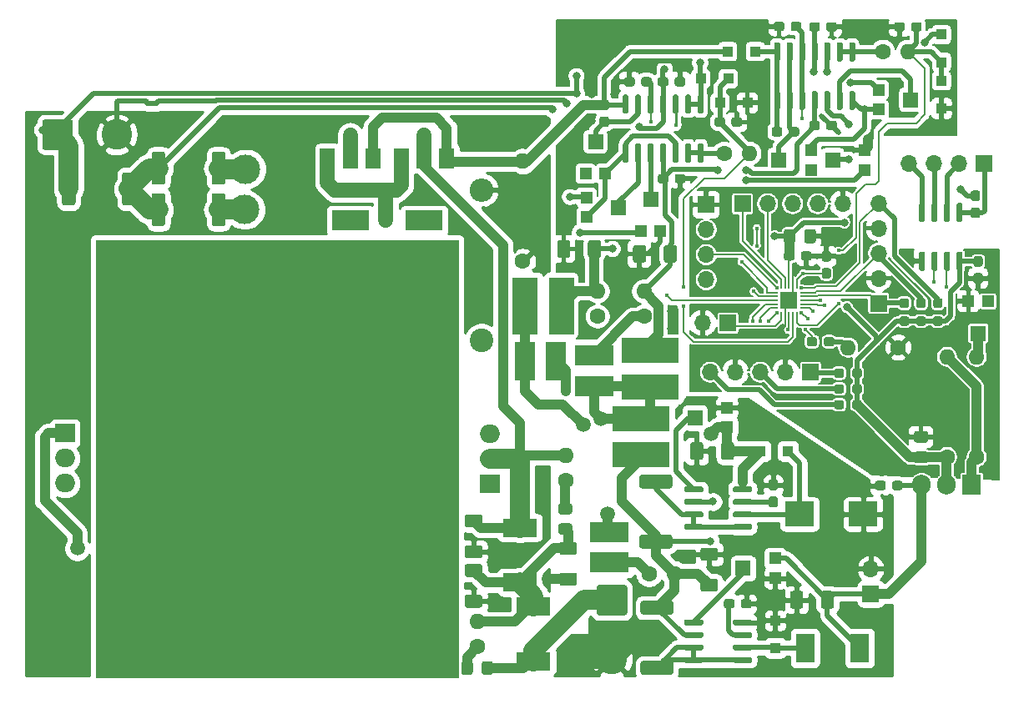
<source format=gbr>
%TF.GenerationSoftware,KiCad,Pcbnew,5.1.9-73d0e3b20d~88~ubuntu20.04.1*%
%TF.CreationDate,2021-03-11T22:20:10-06:00*%
%TF.ProjectId,brd,6272642e-6b69-4636-9164-5f7063625858,rev?*%
%TF.SameCoordinates,Original*%
%TF.FileFunction,Copper,L1,Top*%
%TF.FilePolarity,Positive*%
%FSLAX46Y46*%
G04 Gerber Fmt 4.6, Leading zero omitted, Abs format (unit mm)*
G04 Created by KiCad (PCBNEW 5.1.9-73d0e3b20d~88~ubuntu20.04.1) date 2021-03-11 22:20:10*
%MOMM*%
%LPD*%
G01*
G04 APERTURE LIST*
%TA.AperFunction,EtchedComponent*%
%ADD10C,0.100000*%
%TD*%
%TA.AperFunction,ComponentPad*%
%ADD11O,1.600000X1.600000*%
%TD*%
%TA.AperFunction,ComponentPad*%
%ADD12C,1.600000*%
%TD*%
%TA.AperFunction,SMDPad,CuDef*%
%ADD13R,4.000000X2.100000*%
%TD*%
%TA.AperFunction,SMDPad,CuDef*%
%ADD14R,2.100000X4.000000*%
%TD*%
%TA.AperFunction,SMDPad,CuDef*%
%ADD15R,5.800000X2.500000*%
%TD*%
%TA.AperFunction,SMDPad,CuDef*%
%ADD16R,2.500000X5.800000*%
%TD*%
%TA.AperFunction,SMDPad,CuDef*%
%ADD17C,0.500000*%
%TD*%
%TA.AperFunction,SMDPad,CuDef*%
%ADD18R,1.500000X1.600000*%
%TD*%
%TA.AperFunction,SMDPad,CuDef*%
%ADD19R,1.200000X1.200000*%
%TD*%
%TA.AperFunction,ComponentPad*%
%ADD20O,1.905000X2.000000*%
%TD*%
%TA.AperFunction,ComponentPad*%
%ADD21R,1.905000X2.000000*%
%TD*%
%TA.AperFunction,SMDPad,CuDef*%
%ADD22R,1.600000X1.500000*%
%TD*%
%TA.AperFunction,ComponentPad*%
%ADD23O,2.400000X2.400000*%
%TD*%
%TA.AperFunction,ComponentPad*%
%ADD24C,2.400000*%
%TD*%
%TA.AperFunction,ComponentPad*%
%ADD25O,2.000000X1.905000*%
%TD*%
%TA.AperFunction,ComponentPad*%
%ADD26R,2.000000X1.905000*%
%TD*%
%TA.AperFunction,SMDPad,CuDef*%
%ADD27R,1.500000X2.000000*%
%TD*%
%TA.AperFunction,SMDPad,CuDef*%
%ADD28R,3.800000X2.000000*%
%TD*%
%TA.AperFunction,SMDPad,CuDef*%
%ADD29R,1.950000X3.000000*%
%TD*%
%TA.AperFunction,SMDPad,CuDef*%
%ADD30R,2.950000X2.500000*%
%TD*%
%TA.AperFunction,SMDPad,CuDef*%
%ADD31R,3.500000X1.850000*%
%TD*%
%TA.AperFunction,ComponentPad*%
%ADD32O,1.700000X1.700000*%
%TD*%
%TA.AperFunction,ComponentPad*%
%ADD33R,1.700000X1.700000*%
%TD*%
%TA.AperFunction,ComponentPad*%
%ADD34C,3.100000*%
%TD*%
%TA.AperFunction,SMDPad,CuDef*%
%ADD35R,1.800000X1.800000*%
%TD*%
%TA.AperFunction,SMDPad,CuDef*%
%ADD36R,0.800000X0.200000*%
%TD*%
%TA.AperFunction,SMDPad,CuDef*%
%ADD37R,0.300000X0.300000*%
%TD*%
%TA.AperFunction,SMDPad,CuDef*%
%ADD38R,0.200000X0.800000*%
%TD*%
%TA.AperFunction,SMDPad,CuDef*%
%ADD39R,1.100000X1.100000*%
%TD*%
%TA.AperFunction,ViaPad*%
%ADD40C,0.800000*%
%TD*%
%TA.AperFunction,ViaPad*%
%ADD41C,0.400000*%
%TD*%
%TA.AperFunction,ViaPad*%
%ADD42C,1.500000*%
%TD*%
%TA.AperFunction,ViaPad*%
%ADD43C,3.000000*%
%TD*%
%TA.AperFunction,Conductor*%
%ADD44C,0.500000*%
%TD*%
%TA.AperFunction,Conductor*%
%ADD45C,0.200000*%
%TD*%
%TA.AperFunction,Conductor*%
%ADD46C,1.000000*%
%TD*%
%TA.AperFunction,Conductor*%
%ADD47C,2.000000*%
%TD*%
%TA.AperFunction,Conductor*%
%ADD48C,1.500000*%
%TD*%
%TA.AperFunction,Conductor*%
%ADD49C,0.127000*%
%TD*%
%TA.AperFunction,Conductor*%
%ADD50C,0.250000*%
%TD*%
%TA.AperFunction,Conductor*%
%ADD51C,0.100000*%
%TD*%
%TA.AperFunction,Conductor*%
%ADD52C,0.254000*%
%TD*%
G04 APERTURE END LIST*
D10*
%TO.C,R5*%
G36*
X35490000Y-61750000D02*
G01*
X34490000Y-61750000D01*
X34490000Y-61250000D01*
X35490000Y-61250000D01*
X35490000Y-61750000D01*
G37*
%TO.C,HS1*%
G36*
X66092500Y-75314000D02*
G01*
X66092500Y-119764000D01*
X29262500Y-119764000D01*
X29262500Y-75314000D01*
X66092500Y-75314000D01*
G37*
%TD*%
D11*
%TO.P,R24,2*%
%TO.N,Net-(C18-Pad1)*%
X87940000Y-109200000D03*
D12*
%TO.P,R24,1*%
%TO.N,Net-(L12-Pad2)*%
X85400000Y-109200000D03*
%TD*%
D11*
%TO.P,R23,2*%
%TO.N,vcc*%
X84900000Y-80560000D03*
D12*
%TO.P,R23,1*%
%TO.N,Net-(L11-Pad2)*%
X84900000Y-83100000D03*
%TD*%
D11*
%TO.P,R22,2*%
%TO.N,vgg*%
X80200000Y-80560000D03*
D12*
%TO.P,R22,1*%
%TO.N,Net-(L10-Pad2)*%
X80200000Y-83100000D03*
%TD*%
D11*
%TO.P,R21,2*%
%TO.N,Net-(C4-Pad1)*%
X67975000Y-114085000D03*
D12*
%TO.P,R21,1*%
%TO.N,Net-(L8-Pad2)*%
X67975000Y-116625000D03*
%TD*%
D11*
%TO.P,R8,2*%
%TO.N,Net-(C1-Pad1)*%
X76950000Y-97185000D03*
D12*
%TO.P,R8,1*%
%TO.N,Net-(L4-Pad1)*%
X76950000Y-99725000D03*
%TD*%
D13*
%TO.P,L12,2*%
%TO.N,Net-(L12-Pad2)*%
X81400000Y-108050000D03*
%TO.P,L12,1*%
%TO.N,vin*%
X81400000Y-104950000D03*
%TD*%
%TO.P,L11,2*%
%TO.N,Net-(L11-Pad2)*%
X79800000Y-87050000D03*
%TO.P,L11,1*%
%TO.N,vin*%
X79800000Y-90150000D03*
%TD*%
D14*
%TO.P,L10,2*%
%TO.N,Net-(L10-Pad2)*%
X75950000Y-87600000D03*
%TO.P,L10,1*%
%TO.N,pg3*%
X72850000Y-87600000D03*
%TD*%
D15*
%TO.P,L9,2*%
%TO.N,vcc*%
X85500000Y-86550000D03*
%TO.P,L9,1*%
%TO.N,vin*%
X85500000Y-90250000D03*
%TD*%
%TO.P,L8,2*%
%TO.N,Net-(L8-Pad2)*%
%TA.AperFunction,SMDPad,CuDef*%
G36*
G01*
X67525000Y-118324999D02*
X67525000Y-119225001D01*
G75*
G02*
X67275001Y-119475000I-249999J0D01*
G01*
X66624999Y-119475000D01*
G75*
G02*
X66375000Y-119225001I0J249999D01*
G01*
X66375000Y-118324999D01*
G75*
G02*
X66624999Y-118075000I249999J0D01*
G01*
X67275001Y-118075000D01*
G75*
G02*
X67525000Y-118324999I0J-249999D01*
G01*
G37*
%TD.AperFunction*%
%TO.P,L8,1*%
%TO.N,vin*%
%TA.AperFunction,SMDPad,CuDef*%
G36*
G01*
X69575000Y-118324999D02*
X69575000Y-119225001D01*
G75*
G02*
X69325001Y-119475000I-249999J0D01*
G01*
X68674999Y-119475000D01*
G75*
G02*
X68425000Y-119225001I0J249999D01*
G01*
X68425000Y-118324999D01*
G75*
G02*
X68674999Y-118075000I249999J0D01*
G01*
X69325001Y-118075000D01*
G75*
G02*
X69575000Y-118324999I0J-249999D01*
G01*
G37*
%TD.AperFunction*%
%TD*%
%TO.P,L6,2*%
%TO.N,Net-(C18-Pad1)*%
X84600000Y-97150000D03*
%TO.P,L6,1*%
%TO.N,vin*%
X84600000Y-93450000D03*
%TD*%
%TO.P,L4,2*%
%TO.N,Net-(C4-Pad1)*%
%TA.AperFunction,SMDPad,CuDef*%
G36*
G01*
X76449999Y-104090000D02*
X77350001Y-104090000D01*
G75*
G02*
X77600000Y-104339999I0J-249999D01*
G01*
X77600000Y-104990001D01*
G75*
G02*
X77350001Y-105240000I-249999J0D01*
G01*
X76449999Y-105240000D01*
G75*
G02*
X76200000Y-104990001I0J249999D01*
G01*
X76200000Y-104339999D01*
G75*
G02*
X76449999Y-104090000I249999J0D01*
G01*
G37*
%TD.AperFunction*%
%TO.P,L4,1*%
%TO.N,Net-(L4-Pad1)*%
%TA.AperFunction,SMDPad,CuDef*%
G36*
G01*
X76449999Y-102040000D02*
X77350001Y-102040000D01*
G75*
G02*
X77600000Y-102289999I0J-249999D01*
G01*
X77600000Y-102940001D01*
G75*
G02*
X77350001Y-103190000I-249999J0D01*
G01*
X76449999Y-103190000D01*
G75*
G02*
X76200000Y-102940001I0J249999D01*
G01*
X76200000Y-102289999D01*
G75*
G02*
X76449999Y-102040000I249999J0D01*
G01*
G37*
%TD.AperFunction*%
%TD*%
D16*
%TO.P,L3,2*%
%TO.N,vgg*%
X76550000Y-82000000D03*
%TO.P,L3,1*%
%TO.N,pg3*%
X72850000Y-82000000D03*
%TD*%
%TO.P,C18,2*%
%TO.N,agp*%
%TA.AperFunction,SMDPad,CuDef*%
G36*
G01*
X92150002Y-107900000D02*
X90849998Y-107900000D01*
G75*
G02*
X90600000Y-107650002I0J249998D01*
G01*
X90600000Y-106824998D01*
G75*
G02*
X90849998Y-106575000I249998J0D01*
G01*
X92150002Y-106575000D01*
G75*
G02*
X92400000Y-106824998I0J-249998D01*
G01*
X92400000Y-107650002D01*
G75*
G02*
X92150002Y-107900000I-249998J0D01*
G01*
G37*
%TD.AperFunction*%
%TO.P,C18,1*%
%TO.N,Net-(C18-Pad1)*%
%TA.AperFunction,SMDPad,CuDef*%
G36*
G01*
X92150002Y-111025000D02*
X90849998Y-111025000D01*
G75*
G02*
X90600000Y-110775002I0J249998D01*
G01*
X90600000Y-109949998D01*
G75*
G02*
X90849998Y-109700000I249998J0D01*
G01*
X92150002Y-109700000D01*
G75*
G02*
X92400000Y-109949998I0J-249998D01*
G01*
X92400000Y-110775002D01*
G75*
G02*
X92150002Y-111025000I-249998J0D01*
G01*
G37*
%TD.AperFunction*%
%TD*%
%TO.P,C7,2*%
%TO.N,agp*%
%TA.AperFunction,SMDPad,CuDef*%
G36*
G01*
X76549998Y-109100000D02*
X77850002Y-109100000D01*
G75*
G02*
X78100000Y-109349998I0J-249998D01*
G01*
X78100000Y-110175002D01*
G75*
G02*
X77850002Y-110425000I-249998J0D01*
G01*
X76549998Y-110425000D01*
G75*
G02*
X76300000Y-110175002I0J249998D01*
G01*
X76300000Y-109349998D01*
G75*
G02*
X76549998Y-109100000I249998J0D01*
G01*
G37*
%TD.AperFunction*%
%TO.P,C7,1*%
%TO.N,Net-(C4-Pad1)*%
%TA.AperFunction,SMDPad,CuDef*%
G36*
G01*
X76549998Y-105975000D02*
X77850002Y-105975000D01*
G75*
G02*
X78100000Y-106224998I0J-249998D01*
G01*
X78100000Y-107050002D01*
G75*
G02*
X77850002Y-107300000I-249998J0D01*
G01*
X76549998Y-107300000D01*
G75*
G02*
X76300000Y-107050002I0J249998D01*
G01*
X76300000Y-106224998D01*
G75*
G02*
X76549998Y-105975000I249998J0D01*
G01*
G37*
%TD.AperFunction*%
%TD*%
D17*
%TO.P,R5,2*%
%TO.N,agp*%
X34490000Y-61500000D03*
%TO.P,R5,1*%
%TO.N,Net-(R5-Pad1)*%
X35490000Y-61500000D03*
%TD*%
D18*
%TO.P,RV5,2*%
%TO.N,Net-(RV5-Pad2)*%
X90050000Y-93350000D03*
D19*
%TO.P,RV5,3*%
%TO.N,agp*%
X93300000Y-92350000D03*
%TO.P,RV5,1*%
%TO.N,pg3*%
X93300000Y-94350000D03*
%TD*%
D11*
%TO.P,R9,2*%
%TO.N,iread*%
X111685100Y-56221900D03*
D12*
%TO.P,R9,1*%
%TO.N,Net-(R9-Pad1)*%
X109145100Y-56221900D03*
%TD*%
D11*
%TO.P,R7,2*%
%TO.N,vread*%
X95591500Y-66559000D03*
D12*
%TO.P,R7,1*%
%TO.N,Net-(R7-Pad1)*%
X93051500Y-66559000D03*
%TD*%
D11*
%TO.P,R14,2*%
%TO.N,Net-(D7-Pad1)*%
X105620000Y-86250000D03*
D12*
%TO.P,R14,1*%
%TO.N,agp*%
X110700000Y-86250000D03*
%TD*%
%TO.P,U6,8*%
%TO.N,v3*%
%TA.AperFunction,SMDPad,CuDef*%
G36*
G01*
X116765468Y-76500648D02*
X117065468Y-76500648D01*
G75*
G02*
X117215468Y-76650648I0J-150000D01*
G01*
X117215468Y-78300648D01*
G75*
G02*
X117065468Y-78450648I-150000J0D01*
G01*
X116765468Y-78450648D01*
G75*
G02*
X116615468Y-78300648I0J150000D01*
G01*
X116615468Y-76650648D01*
G75*
G02*
X116765468Y-76500648I150000J0D01*
G01*
G37*
%TD.AperFunction*%
%TO.P,U6,7*%
%TO.N,uart1_rx*%
%TA.AperFunction,SMDPad,CuDef*%
G36*
G01*
X115495468Y-76500648D02*
X115795468Y-76500648D01*
G75*
G02*
X115945468Y-76650648I0J-150000D01*
G01*
X115945468Y-78300648D01*
G75*
G02*
X115795468Y-78450648I-150000J0D01*
G01*
X115495468Y-78450648D01*
G75*
G02*
X115345468Y-78300648I0J150000D01*
G01*
X115345468Y-76650648D01*
G75*
G02*
X115495468Y-76500648I150000J0D01*
G01*
G37*
%TD.AperFunction*%
%TO.P,U6,6*%
%TO.N,uart1_tx*%
%TA.AperFunction,SMDPad,CuDef*%
G36*
G01*
X114225468Y-76500648D02*
X114525468Y-76500648D01*
G75*
G02*
X114675468Y-76650648I0J-150000D01*
G01*
X114675468Y-78300648D01*
G75*
G02*
X114525468Y-78450648I-150000J0D01*
G01*
X114225468Y-78450648D01*
G75*
G02*
X114075468Y-78300648I0J150000D01*
G01*
X114075468Y-76650648D01*
G75*
G02*
X114225468Y-76500648I150000J0D01*
G01*
G37*
%TD.AperFunction*%
%TO.P,U6,5*%
%TO.N,agp*%
%TA.AperFunction,SMDPad,CuDef*%
G36*
G01*
X112955468Y-76500648D02*
X113255468Y-76500648D01*
G75*
G02*
X113405468Y-76650648I0J-150000D01*
G01*
X113405468Y-78300648D01*
G75*
G02*
X113255468Y-78450648I-150000J0D01*
G01*
X112955468Y-78450648D01*
G75*
G02*
X112805468Y-78300648I0J150000D01*
G01*
X112805468Y-76650648D01*
G75*
G02*
X112955468Y-76500648I150000J0D01*
G01*
G37*
%TD.AperFunction*%
%TO.P,U6,4*%
%TO.N,Net-(C26-Pad2)*%
%TA.AperFunction,SMDPad,CuDef*%
G36*
G01*
X112955468Y-71550648D02*
X113255468Y-71550648D01*
G75*
G02*
X113405468Y-71700648I0J-150000D01*
G01*
X113405468Y-73350648D01*
G75*
G02*
X113255468Y-73500648I-150000J0D01*
G01*
X112955468Y-73500648D01*
G75*
G02*
X112805468Y-73350648I0J150000D01*
G01*
X112805468Y-71700648D01*
G75*
G02*
X112955468Y-71550648I150000J0D01*
G01*
G37*
%TD.AperFunction*%
%TO.P,U6,3*%
%TO.N,Net-(J4-Pad3)*%
%TA.AperFunction,SMDPad,CuDef*%
G36*
G01*
X114225468Y-71550648D02*
X114525468Y-71550648D01*
G75*
G02*
X114675468Y-71700648I0J-150000D01*
G01*
X114675468Y-73350648D01*
G75*
G02*
X114525468Y-73500648I-150000J0D01*
G01*
X114225468Y-73500648D01*
G75*
G02*
X114075468Y-73350648I0J150000D01*
G01*
X114075468Y-71700648D01*
G75*
G02*
X114225468Y-71550648I150000J0D01*
G01*
G37*
%TD.AperFunction*%
%TO.P,U6,2*%
%TO.N,Net-(J4-Pad2)*%
%TA.AperFunction,SMDPad,CuDef*%
G36*
G01*
X115495468Y-71550648D02*
X115795468Y-71550648D01*
G75*
G02*
X115945468Y-71700648I0J-150000D01*
G01*
X115945468Y-73350648D01*
G75*
G02*
X115795468Y-73500648I-150000J0D01*
G01*
X115495468Y-73500648D01*
G75*
G02*
X115345468Y-73350648I0J150000D01*
G01*
X115345468Y-71700648D01*
G75*
G02*
X115495468Y-71550648I150000J0D01*
G01*
G37*
%TD.AperFunction*%
%TO.P,U6,1*%
%TO.N,Net-(C26-Pad1)*%
%TA.AperFunction,SMDPad,CuDef*%
G36*
G01*
X116765468Y-71550648D02*
X117065468Y-71550648D01*
G75*
G02*
X117215468Y-71700648I0J-150000D01*
G01*
X117215468Y-73350648D01*
G75*
G02*
X117065468Y-73500648I-150000J0D01*
G01*
X116765468Y-73500648D01*
G75*
G02*
X116615468Y-73350648I0J150000D01*
G01*
X116615468Y-71700648D01*
G75*
G02*
X116765468Y-71550648I150000J0D01*
G01*
G37*
%TD.AperFunction*%
%TD*%
D20*
%TO.P,U5,3*%
%TO.N,5v*%
X113070000Y-100200000D03*
%TO.P,U5,2*%
%TO.N,v3*%
X115610000Y-100200000D03*
D21*
%TO.P,U5,1*%
%TO.N,Net-(R12-Pad1)*%
X118150000Y-100200000D03*
%TD*%
%TO.P,U4,8*%
%TO.N,Net-(R11-Pad2)*%
%TA.AperFunction,SMDPad,CuDef*%
G36*
G01*
X90900000Y-104305000D02*
X90900000Y-104605000D01*
G75*
G02*
X90750000Y-104755000I-150000J0D01*
G01*
X89100000Y-104755000D01*
G75*
G02*
X88950000Y-104605000I0J150000D01*
G01*
X88950000Y-104305000D01*
G75*
G02*
X89100000Y-104155000I150000J0D01*
G01*
X90750000Y-104155000D01*
G75*
G02*
X90900000Y-104305000I0J-150000D01*
G01*
G37*
%TD.AperFunction*%
%TO.P,U4,7*%
%TA.AperFunction,SMDPad,CuDef*%
G36*
G01*
X90900000Y-103035000D02*
X90900000Y-103335000D01*
G75*
G02*
X90750000Y-103485000I-150000J0D01*
G01*
X89100000Y-103485000D01*
G75*
G02*
X88950000Y-103335000I0J150000D01*
G01*
X88950000Y-103035000D01*
G75*
G02*
X89100000Y-102885000I150000J0D01*
G01*
X90750000Y-102885000D01*
G75*
G02*
X90900000Y-103035000I0J-150000D01*
G01*
G37*
%TD.AperFunction*%
%TO.P,U4,6*%
%TO.N,Net-(C18-Pad1)*%
%TA.AperFunction,SMDPad,CuDef*%
G36*
G01*
X90900000Y-101765000D02*
X90900000Y-102065000D01*
G75*
G02*
X90750000Y-102215000I-150000J0D01*
G01*
X89100000Y-102215000D01*
G75*
G02*
X88950000Y-102065000I0J150000D01*
G01*
X88950000Y-101765000D01*
G75*
G02*
X89100000Y-101615000I150000J0D01*
G01*
X90750000Y-101615000D01*
G75*
G02*
X90900000Y-101765000I0J-150000D01*
G01*
G37*
%TD.AperFunction*%
%TO.P,U4,5*%
%TO.N,Net-(RV5-Pad2)*%
%TA.AperFunction,SMDPad,CuDef*%
G36*
G01*
X90900000Y-100495000D02*
X90900000Y-100795000D01*
G75*
G02*
X90750000Y-100945000I-150000J0D01*
G01*
X89100000Y-100945000D01*
G75*
G02*
X88950000Y-100795000I0J150000D01*
G01*
X88950000Y-100495000D01*
G75*
G02*
X89100000Y-100345000I150000J0D01*
G01*
X90750000Y-100345000D01*
G75*
G02*
X90900000Y-100495000I0J-150000D01*
G01*
G37*
%TD.AperFunction*%
%TO.P,U4,4*%
%TO.N,pg3*%
%TA.AperFunction,SMDPad,CuDef*%
G36*
G01*
X95850000Y-100495000D02*
X95850000Y-100795000D01*
G75*
G02*
X95700000Y-100945000I-150000J0D01*
G01*
X94050000Y-100945000D01*
G75*
G02*
X93900000Y-100795000I0J150000D01*
G01*
X93900000Y-100495000D01*
G75*
G02*
X94050000Y-100345000I150000J0D01*
G01*
X95700000Y-100345000D01*
G75*
G02*
X95850000Y-100495000I0J-150000D01*
G01*
G37*
%TD.AperFunction*%
%TO.P,U4,3*%
%TO.N,Net-(C16-Pad1)*%
%TA.AperFunction,SMDPad,CuDef*%
G36*
G01*
X95850000Y-101765000D02*
X95850000Y-102065000D01*
G75*
G02*
X95700000Y-102215000I-150000J0D01*
G01*
X94050000Y-102215000D01*
G75*
G02*
X93900000Y-102065000I0J150000D01*
G01*
X93900000Y-101765000D01*
G75*
G02*
X94050000Y-101615000I150000J0D01*
G01*
X95700000Y-101615000D01*
G75*
G02*
X95850000Y-101765000I0J-150000D01*
G01*
G37*
%TD.AperFunction*%
%TO.P,U4,2*%
%TO.N,Net-(D6-Pad1)*%
%TA.AperFunction,SMDPad,CuDef*%
G36*
G01*
X95850000Y-103035000D02*
X95850000Y-103335000D01*
G75*
G02*
X95700000Y-103485000I-150000J0D01*
G01*
X94050000Y-103485000D01*
G75*
G02*
X93900000Y-103335000I0J150000D01*
G01*
X93900000Y-103035000D01*
G75*
G02*
X94050000Y-102885000I150000J0D01*
G01*
X95700000Y-102885000D01*
G75*
G02*
X95850000Y-103035000I0J-150000D01*
G01*
G37*
%TD.AperFunction*%
%TO.P,U4,1*%
%TO.N,Net-(R11-Pad2)*%
%TA.AperFunction,SMDPad,CuDef*%
G36*
G01*
X95850000Y-104305000D02*
X95850000Y-104605000D01*
G75*
G02*
X95700000Y-104755000I-150000J0D01*
G01*
X94050000Y-104755000D01*
G75*
G02*
X93900000Y-104605000I0J150000D01*
G01*
X93900000Y-104305000D01*
G75*
G02*
X94050000Y-104155000I150000J0D01*
G01*
X95700000Y-104155000D01*
G75*
G02*
X95850000Y-104305000I0J-150000D01*
G01*
G37*
%TD.AperFunction*%
%TD*%
%TO.P,U3,8*%
%TO.N,Net-(R10-Pad2)*%
%TA.AperFunction,SMDPad,CuDef*%
G36*
G01*
X90900000Y-117805000D02*
X90900000Y-118105000D01*
G75*
G02*
X90750000Y-118255000I-150000J0D01*
G01*
X89100000Y-118255000D01*
G75*
G02*
X88950000Y-118105000I0J150000D01*
G01*
X88950000Y-117805000D01*
G75*
G02*
X89100000Y-117655000I150000J0D01*
G01*
X90750000Y-117655000D01*
G75*
G02*
X90900000Y-117805000I0J-150000D01*
G01*
G37*
%TD.AperFunction*%
%TO.P,U3,7*%
%TA.AperFunction,SMDPad,CuDef*%
G36*
G01*
X90900000Y-116535000D02*
X90900000Y-116835000D01*
G75*
G02*
X90750000Y-116985000I-150000J0D01*
G01*
X89100000Y-116985000D01*
G75*
G02*
X88950000Y-116835000I0J150000D01*
G01*
X88950000Y-116535000D01*
G75*
G02*
X89100000Y-116385000I150000J0D01*
G01*
X90750000Y-116385000D01*
G75*
G02*
X90900000Y-116535000I0J-150000D01*
G01*
G37*
%TD.AperFunction*%
%TO.P,U3,6*%
%TO.N,Net-(C18-Pad1)*%
%TA.AperFunction,SMDPad,CuDef*%
G36*
G01*
X90900000Y-115265000D02*
X90900000Y-115565000D01*
G75*
G02*
X90750000Y-115715000I-150000J0D01*
G01*
X89100000Y-115715000D01*
G75*
G02*
X88950000Y-115565000I0J150000D01*
G01*
X88950000Y-115265000D01*
G75*
G02*
X89100000Y-115115000I150000J0D01*
G01*
X90750000Y-115115000D01*
G75*
G02*
X90900000Y-115265000I0J-150000D01*
G01*
G37*
%TD.AperFunction*%
%TO.P,U3,5*%
%TO.N,Net-(RV7-Pad2)*%
%TA.AperFunction,SMDPad,CuDef*%
G36*
G01*
X90900000Y-113995000D02*
X90900000Y-114295000D01*
G75*
G02*
X90750000Y-114445000I-150000J0D01*
G01*
X89100000Y-114445000D01*
G75*
G02*
X88950000Y-114295000I0J150000D01*
G01*
X88950000Y-113995000D01*
G75*
G02*
X89100000Y-113845000I150000J0D01*
G01*
X90750000Y-113845000D01*
G75*
G02*
X90900000Y-113995000I0J-150000D01*
G01*
G37*
%TD.AperFunction*%
%TO.P,U3,4*%
%TO.N,agp*%
%TA.AperFunction,SMDPad,CuDef*%
G36*
G01*
X95850000Y-113995000D02*
X95850000Y-114295000D01*
G75*
G02*
X95700000Y-114445000I-150000J0D01*
G01*
X94050000Y-114445000D01*
G75*
G02*
X93900000Y-114295000I0J150000D01*
G01*
X93900000Y-113995000D01*
G75*
G02*
X94050000Y-113845000I150000J0D01*
G01*
X95700000Y-113845000D01*
G75*
G02*
X95850000Y-113995000I0J-150000D01*
G01*
G37*
%TD.AperFunction*%
%TO.P,U3,3*%
%TO.N,Net-(C15-Pad1)*%
%TA.AperFunction,SMDPad,CuDef*%
G36*
G01*
X95850000Y-115265000D02*
X95850000Y-115565000D01*
G75*
G02*
X95700000Y-115715000I-150000J0D01*
G01*
X94050000Y-115715000D01*
G75*
G02*
X93900000Y-115565000I0J150000D01*
G01*
X93900000Y-115265000D01*
G75*
G02*
X94050000Y-115115000I150000J0D01*
G01*
X95700000Y-115115000D01*
G75*
G02*
X95850000Y-115265000I0J-150000D01*
G01*
G37*
%TD.AperFunction*%
%TO.P,U3,2*%
%TO.N,Net-(D5-Pad1)*%
%TA.AperFunction,SMDPad,CuDef*%
G36*
G01*
X95850000Y-116535000D02*
X95850000Y-116835000D01*
G75*
G02*
X95700000Y-116985000I-150000J0D01*
G01*
X94050000Y-116985000D01*
G75*
G02*
X93900000Y-116835000I0J150000D01*
G01*
X93900000Y-116535000D01*
G75*
G02*
X94050000Y-116385000I150000J0D01*
G01*
X95700000Y-116385000D01*
G75*
G02*
X95850000Y-116535000I0J-150000D01*
G01*
G37*
%TD.AperFunction*%
%TO.P,U3,1*%
%TO.N,Net-(R10-Pad2)*%
%TA.AperFunction,SMDPad,CuDef*%
G36*
G01*
X95850000Y-117805000D02*
X95850000Y-118105000D01*
G75*
G02*
X95700000Y-118255000I-150000J0D01*
G01*
X94050000Y-118255000D01*
G75*
G02*
X93900000Y-118105000I0J150000D01*
G01*
X93900000Y-117805000D01*
G75*
G02*
X94050000Y-117655000I150000J0D01*
G01*
X95700000Y-117655000D01*
G75*
G02*
X95850000Y-117805000I0J-150000D01*
G01*
G37*
%TD.AperFunction*%
%TD*%
%TO.P,U2,14*%
%TO.N,Net-(C5-Pad1)*%
%TA.AperFunction,SMDPad,CuDef*%
G36*
G01*
X98538200Y-57198400D02*
X98238200Y-57198400D01*
G75*
G02*
X98088200Y-57048400I0J150000D01*
G01*
X98088200Y-55398400D01*
G75*
G02*
X98238200Y-55248400I150000J0D01*
G01*
X98538200Y-55248400D01*
G75*
G02*
X98688200Y-55398400I0J-150000D01*
G01*
X98688200Y-57048400D01*
G75*
G02*
X98538200Y-57198400I-150000J0D01*
G01*
G37*
%TD.AperFunction*%
%TO.P,U2,13*%
%TO.N,Net-(C5-Pad2)*%
%TA.AperFunction,SMDPad,CuDef*%
G36*
G01*
X99808200Y-57198400D02*
X99508200Y-57198400D01*
G75*
G02*
X99358200Y-57048400I0J150000D01*
G01*
X99358200Y-55398400D01*
G75*
G02*
X99508200Y-55248400I150000J0D01*
G01*
X99808200Y-55248400D01*
G75*
G02*
X99958200Y-55398400I0J-150000D01*
G01*
X99958200Y-57048400D01*
G75*
G02*
X99808200Y-57198400I-150000J0D01*
G01*
G37*
%TD.AperFunction*%
%TO.P,U2,12*%
%TO.N,iset*%
%TA.AperFunction,SMDPad,CuDef*%
G36*
G01*
X101078200Y-57198400D02*
X100778200Y-57198400D01*
G75*
G02*
X100628200Y-57048400I0J150000D01*
G01*
X100628200Y-55398400D01*
G75*
G02*
X100778200Y-55248400I150000J0D01*
G01*
X101078200Y-55248400D01*
G75*
G02*
X101228200Y-55398400I0J-150000D01*
G01*
X101228200Y-57048400D01*
G75*
G02*
X101078200Y-57198400I-150000J0D01*
G01*
G37*
%TD.AperFunction*%
%TO.P,U2,11*%
%TO.N,vgg*%
%TA.AperFunction,SMDPad,CuDef*%
G36*
G01*
X102348200Y-57198400D02*
X102048200Y-57198400D01*
G75*
G02*
X101898200Y-57048400I0J150000D01*
G01*
X101898200Y-55398400D01*
G75*
G02*
X102048200Y-55248400I150000J0D01*
G01*
X102348200Y-55248400D01*
G75*
G02*
X102498200Y-55398400I0J-150000D01*
G01*
X102498200Y-57048400D01*
G75*
G02*
X102348200Y-57198400I-150000J0D01*
G01*
G37*
%TD.AperFunction*%
%TO.P,U2,10*%
%TO.N,Net-(RV2-Pad3)*%
%TA.AperFunction,SMDPad,CuDef*%
G36*
G01*
X103618200Y-57198400D02*
X103318200Y-57198400D01*
G75*
G02*
X103168200Y-57048400I0J150000D01*
G01*
X103168200Y-55398400D01*
G75*
G02*
X103318200Y-55248400I150000J0D01*
G01*
X103618200Y-55248400D01*
G75*
G02*
X103768200Y-55398400I0J-150000D01*
G01*
X103768200Y-57048400D01*
G75*
G02*
X103618200Y-57198400I-150000J0D01*
G01*
G37*
%TD.AperFunction*%
%TO.P,U2,9*%
%TO.N,Net-(R9-Pad1)*%
%TA.AperFunction,SMDPad,CuDef*%
G36*
G01*
X104888200Y-57198400D02*
X104588200Y-57198400D01*
G75*
G02*
X104438200Y-57048400I0J150000D01*
G01*
X104438200Y-55398400D01*
G75*
G02*
X104588200Y-55248400I150000J0D01*
G01*
X104888200Y-55248400D01*
G75*
G02*
X105038200Y-55398400I0J-150000D01*
G01*
X105038200Y-57048400D01*
G75*
G02*
X104888200Y-57198400I-150000J0D01*
G01*
G37*
%TD.AperFunction*%
%TO.P,U2,8*%
%TA.AperFunction,SMDPad,CuDef*%
G36*
G01*
X106158200Y-57198400D02*
X105858200Y-57198400D01*
G75*
G02*
X105708200Y-57048400I0J150000D01*
G01*
X105708200Y-55398400D01*
G75*
G02*
X105858200Y-55248400I150000J0D01*
G01*
X106158200Y-55248400D01*
G75*
G02*
X106308200Y-55398400I0J-150000D01*
G01*
X106308200Y-57048400D01*
G75*
G02*
X106158200Y-57198400I-150000J0D01*
G01*
G37*
%TD.AperFunction*%
%TO.P,U2,7*%
%TO.N,Net-(RV2-Pad3)*%
%TA.AperFunction,SMDPad,CuDef*%
G36*
G01*
X106158200Y-62148400D02*
X105858200Y-62148400D01*
G75*
G02*
X105708200Y-61998400I0J150000D01*
G01*
X105708200Y-60348400D01*
G75*
G02*
X105858200Y-60198400I150000J0D01*
G01*
X106158200Y-60198400D01*
G75*
G02*
X106308200Y-60348400I0J-150000D01*
G01*
X106308200Y-61998400D01*
G75*
G02*
X106158200Y-62148400I-150000J0D01*
G01*
G37*
%TD.AperFunction*%
%TO.P,U2,6*%
%TO.N,Net-(RV2-Pad2)*%
%TA.AperFunction,SMDPad,CuDef*%
G36*
G01*
X104888200Y-62148400D02*
X104588200Y-62148400D01*
G75*
G02*
X104438200Y-61998400I0J150000D01*
G01*
X104438200Y-60348400D01*
G75*
G02*
X104588200Y-60198400I150000J0D01*
G01*
X104888200Y-60198400D01*
G75*
G02*
X105038200Y-60348400I0J-150000D01*
G01*
X105038200Y-61998400D01*
G75*
G02*
X104888200Y-62148400I-150000J0D01*
G01*
G37*
%TD.AperFunction*%
%TO.P,U2,5*%
%TO.N,Net-(RV1-Pad2)*%
%TA.AperFunction,SMDPad,CuDef*%
G36*
G01*
X103618200Y-62148400D02*
X103318200Y-62148400D01*
G75*
G02*
X103168200Y-61998400I0J150000D01*
G01*
X103168200Y-60348400D01*
G75*
G02*
X103318200Y-60198400I150000J0D01*
G01*
X103618200Y-60198400D01*
G75*
G02*
X103768200Y-60348400I0J-150000D01*
G01*
X103768200Y-61998400D01*
G75*
G02*
X103618200Y-62148400I-150000J0D01*
G01*
G37*
%TD.AperFunction*%
%TO.P,U2,4*%
%TO.N,vcc*%
%TA.AperFunction,SMDPad,CuDef*%
G36*
G01*
X102348200Y-62148400D02*
X102048200Y-62148400D01*
G75*
G02*
X101898200Y-61998400I0J150000D01*
G01*
X101898200Y-60348400D01*
G75*
G02*
X102048200Y-60198400I150000J0D01*
G01*
X102348200Y-60198400D01*
G75*
G02*
X102498200Y-60348400I0J-150000D01*
G01*
X102498200Y-61998400D01*
G75*
G02*
X102348200Y-62148400I-150000J0D01*
G01*
G37*
%TD.AperFunction*%
%TO.P,U2,3*%
%TO.N,iset*%
%TA.AperFunction,SMDPad,CuDef*%
G36*
G01*
X101078200Y-62148400D02*
X100778200Y-62148400D01*
G75*
G02*
X100628200Y-61998400I0J150000D01*
G01*
X100628200Y-60348400D01*
G75*
G02*
X100778200Y-60198400I150000J0D01*
G01*
X101078200Y-60198400D01*
G75*
G02*
X101228200Y-60348400I0J-150000D01*
G01*
X101228200Y-61998400D01*
G75*
G02*
X101078200Y-62148400I-150000J0D01*
G01*
G37*
%TD.AperFunction*%
%TO.P,U2,2*%
%TO.N,Net-(C5-Pad2)*%
%TA.AperFunction,SMDPad,CuDef*%
G36*
G01*
X99808200Y-62148400D02*
X99508200Y-62148400D01*
G75*
G02*
X99358200Y-61998400I0J150000D01*
G01*
X99358200Y-60348400D01*
G75*
G02*
X99508200Y-60198400I150000J0D01*
G01*
X99808200Y-60198400D01*
G75*
G02*
X99958200Y-60348400I0J-150000D01*
G01*
X99958200Y-61998400D01*
G75*
G02*
X99808200Y-62148400I-150000J0D01*
G01*
G37*
%TD.AperFunction*%
%TO.P,U2,1*%
%TO.N,Net-(C5-Pad1)*%
%TA.AperFunction,SMDPad,CuDef*%
G36*
G01*
X98538200Y-62148400D02*
X98238200Y-62148400D01*
G75*
G02*
X98088200Y-61998400I0J150000D01*
G01*
X98088200Y-60348400D01*
G75*
G02*
X98238200Y-60198400I150000J0D01*
G01*
X98538200Y-60198400D01*
G75*
G02*
X98688200Y-60348400I0J-150000D01*
G01*
X98688200Y-61998400D01*
G75*
G02*
X98538200Y-62148400I-150000J0D01*
G01*
G37*
%TD.AperFunction*%
%TD*%
%TO.P,U1,14*%
%TO.N,ad*%
%TA.AperFunction,SMDPad,CuDef*%
G36*
G01*
X83168500Y-62519000D02*
X82868500Y-62519000D01*
G75*
G02*
X82718500Y-62369000I0J150000D01*
G01*
X82718500Y-60719000D01*
G75*
G02*
X82868500Y-60569000I150000J0D01*
G01*
X83168500Y-60569000D01*
G75*
G02*
X83318500Y-60719000I0J-150000D01*
G01*
X83318500Y-62369000D01*
G75*
G02*
X83168500Y-62519000I-150000J0D01*
G01*
G37*
%TD.AperFunction*%
%TO.P,U1,13*%
%TO.N,Net-(C8-Pad2)*%
%TA.AperFunction,SMDPad,CuDef*%
G36*
G01*
X84438500Y-62519000D02*
X84138500Y-62519000D01*
G75*
G02*
X83988500Y-62369000I0J150000D01*
G01*
X83988500Y-60719000D01*
G75*
G02*
X84138500Y-60569000I150000J0D01*
G01*
X84438500Y-60569000D01*
G75*
G02*
X84588500Y-60719000I0J-150000D01*
G01*
X84588500Y-62369000D01*
G75*
G02*
X84438500Y-62519000I-150000J0D01*
G01*
G37*
%TD.AperFunction*%
%TO.P,U1,12*%
%TO.N,vset*%
%TA.AperFunction,SMDPad,CuDef*%
G36*
G01*
X85708500Y-62519000D02*
X85408500Y-62519000D01*
G75*
G02*
X85258500Y-62369000I0J150000D01*
G01*
X85258500Y-60719000D01*
G75*
G02*
X85408500Y-60569000I150000J0D01*
G01*
X85708500Y-60569000D01*
G75*
G02*
X85858500Y-60719000I0J-150000D01*
G01*
X85858500Y-62369000D01*
G75*
G02*
X85708500Y-62519000I-150000J0D01*
G01*
G37*
%TD.AperFunction*%
%TO.P,U1,11*%
%TO.N,vgg*%
%TA.AperFunction,SMDPad,CuDef*%
G36*
G01*
X86978500Y-62519000D02*
X86678500Y-62519000D01*
G75*
G02*
X86528500Y-62369000I0J150000D01*
G01*
X86528500Y-60719000D01*
G75*
G02*
X86678500Y-60569000I150000J0D01*
G01*
X86978500Y-60569000D01*
G75*
G02*
X87128500Y-60719000I0J-150000D01*
G01*
X87128500Y-62369000D01*
G75*
G02*
X86978500Y-62519000I-150000J0D01*
G01*
G37*
%TD.AperFunction*%
%TO.P,U1,10*%
%TO.N,vref_*%
%TA.AperFunction,SMDPad,CuDef*%
G36*
G01*
X88248500Y-62519000D02*
X87948500Y-62519000D01*
G75*
G02*
X87798500Y-62369000I0J150000D01*
G01*
X87798500Y-60719000D01*
G75*
G02*
X87948500Y-60569000I150000J0D01*
G01*
X88248500Y-60569000D01*
G75*
G02*
X88398500Y-60719000I0J-150000D01*
G01*
X88398500Y-62369000D01*
G75*
G02*
X88248500Y-62519000I-150000J0D01*
G01*
G37*
%TD.AperFunction*%
%TO.P,U1,9*%
%TO.N,vref*%
%TA.AperFunction,SMDPad,CuDef*%
G36*
G01*
X89518500Y-62519000D02*
X89218500Y-62519000D01*
G75*
G02*
X89068500Y-62369000I0J150000D01*
G01*
X89068500Y-60719000D01*
G75*
G02*
X89218500Y-60569000I150000J0D01*
G01*
X89518500Y-60569000D01*
G75*
G02*
X89668500Y-60719000I0J-150000D01*
G01*
X89668500Y-62369000D01*
G75*
G02*
X89518500Y-62519000I-150000J0D01*
G01*
G37*
%TD.AperFunction*%
%TO.P,U1,8*%
%TA.AperFunction,SMDPad,CuDef*%
G36*
G01*
X90788500Y-62519000D02*
X90488500Y-62519000D01*
G75*
G02*
X90338500Y-62369000I0J150000D01*
G01*
X90338500Y-60719000D01*
G75*
G02*
X90488500Y-60569000I150000J0D01*
G01*
X90788500Y-60569000D01*
G75*
G02*
X90938500Y-60719000I0J-150000D01*
G01*
X90938500Y-62369000D01*
G75*
G02*
X90788500Y-62519000I-150000J0D01*
G01*
G37*
%TD.AperFunction*%
%TO.P,U1,7*%
%TO.N,Net-(R7-Pad1)*%
%TA.AperFunction,SMDPad,CuDef*%
G36*
G01*
X90788500Y-67469000D02*
X90488500Y-67469000D01*
G75*
G02*
X90338500Y-67319000I0J150000D01*
G01*
X90338500Y-65669000D01*
G75*
G02*
X90488500Y-65519000I150000J0D01*
G01*
X90788500Y-65519000D01*
G75*
G02*
X90938500Y-65669000I0J-150000D01*
G01*
X90938500Y-67319000D01*
G75*
G02*
X90788500Y-67469000I-150000J0D01*
G01*
G37*
%TD.AperFunction*%
%TO.P,U1,6*%
%TA.AperFunction,SMDPad,CuDef*%
G36*
G01*
X89518500Y-67469000D02*
X89218500Y-67469000D01*
G75*
G02*
X89068500Y-67319000I0J150000D01*
G01*
X89068500Y-65669000D01*
G75*
G02*
X89218500Y-65519000I150000J0D01*
G01*
X89518500Y-65519000D01*
G75*
G02*
X89668500Y-65669000I0J-150000D01*
G01*
X89668500Y-67319000D01*
G75*
G02*
X89518500Y-67469000I-150000J0D01*
G01*
G37*
%TD.AperFunction*%
%TO.P,U1,5*%
%TO.N,Net-(RV3-Pad3)*%
%TA.AperFunction,SMDPad,CuDef*%
G36*
G01*
X88248500Y-67469000D02*
X87948500Y-67469000D01*
G75*
G02*
X87798500Y-67319000I0J150000D01*
G01*
X87798500Y-65669000D01*
G75*
G02*
X87948500Y-65519000I150000J0D01*
G01*
X88248500Y-65519000D01*
G75*
G02*
X88398500Y-65669000I0J-150000D01*
G01*
X88398500Y-67319000D01*
G75*
G02*
X88248500Y-67469000I-150000J0D01*
G01*
G37*
%TD.AperFunction*%
%TO.P,U1,4*%
%TO.N,vcc*%
%TA.AperFunction,SMDPad,CuDef*%
G36*
G01*
X86978500Y-67469000D02*
X86678500Y-67469000D01*
G75*
G02*
X86528500Y-67319000I0J150000D01*
G01*
X86528500Y-65669000D01*
G75*
G02*
X86678500Y-65519000I150000J0D01*
G01*
X86978500Y-65519000D01*
G75*
G02*
X87128500Y-65669000I0J-150000D01*
G01*
X87128500Y-67319000D01*
G75*
G02*
X86978500Y-67469000I-150000J0D01*
G01*
G37*
%TD.AperFunction*%
%TO.P,U1,3*%
%TO.N,Net-(RV4-Pad2)*%
%TA.AperFunction,SMDPad,CuDef*%
G36*
G01*
X85708500Y-67469000D02*
X85408500Y-67469000D01*
G75*
G02*
X85258500Y-67319000I0J150000D01*
G01*
X85258500Y-65669000D01*
G75*
G02*
X85408500Y-65519000I150000J0D01*
G01*
X85708500Y-65519000D01*
G75*
G02*
X85858500Y-65669000I0J-150000D01*
G01*
X85858500Y-67319000D01*
G75*
G02*
X85708500Y-67469000I-150000J0D01*
G01*
G37*
%TD.AperFunction*%
%TO.P,U1,2*%
%TO.N,Net-(RV3-Pad2)*%
%TA.AperFunction,SMDPad,CuDef*%
G36*
G01*
X84438500Y-67469000D02*
X84138500Y-67469000D01*
G75*
G02*
X83988500Y-67319000I0J150000D01*
G01*
X83988500Y-65669000D01*
G75*
G02*
X84138500Y-65519000I150000J0D01*
G01*
X84438500Y-65519000D01*
G75*
G02*
X84588500Y-65669000I0J-150000D01*
G01*
X84588500Y-67319000D01*
G75*
G02*
X84438500Y-67469000I-150000J0D01*
G01*
G37*
%TD.AperFunction*%
%TO.P,U1,1*%
%TO.N,Net-(RV3-Pad3)*%
%TA.AperFunction,SMDPad,CuDef*%
G36*
G01*
X83168500Y-67469000D02*
X82868500Y-67469000D01*
G75*
G02*
X82718500Y-67319000I0J150000D01*
G01*
X82718500Y-65669000D01*
G75*
G02*
X82868500Y-65519000I150000J0D01*
G01*
X83168500Y-65519000D01*
G75*
G02*
X83318500Y-65669000I0J-150000D01*
G01*
X83318500Y-67319000D01*
G75*
G02*
X83168500Y-67469000I-150000J0D01*
G01*
G37*
%TD.AperFunction*%
%TD*%
D22*
%TO.P,RV9,2*%
%TO.N,Net-(C8-Pad2)*%
X79970500Y-65363000D03*
D19*
%TO.P,RV9,3*%
%TO.N,Net-(RV3-Pad3)*%
X80970500Y-68613000D03*
%TO.P,RV9,1*%
%TO.N,Net-(RV9-Pad1)*%
X78970500Y-68613000D03*
%TD*%
D18*
%TO.P,RV8,2*%
%TO.N,Net-(C5-Pad2)*%
X98590000Y-67210000D03*
D19*
%TO.P,RV8,3*%
%TO.N,Net-(RV2-Pad3)*%
X101840000Y-66210000D03*
%TO.P,RV8,1*%
%TO.N,Net-(RV8-Pad1)*%
X101840000Y-68210000D03*
%TD*%
D18*
%TO.P,RV7,2*%
%TO.N,Net-(RV7-Pad2)*%
X94950000Y-108650000D03*
D19*
%TO.P,RV7,3*%
%TO.N,5v*%
X98200000Y-107650000D03*
%TO.P,RV7,1*%
%TO.N,agp*%
X98200000Y-109650000D03*
%TD*%
D22*
%TO.P,RV6,2*%
%TO.N,Net-(R12-Pad2)*%
X118800000Y-84800000D03*
D19*
%TO.P,RV6,3*%
%TO.N,agp*%
X117800000Y-81550000D03*
%TO.P,RV6,1*%
%TO.N,Net-(RV6-Pad1)*%
X119800000Y-81550000D03*
%TD*%
D22*
%TO.P,RV4,2*%
%TO.N,Net-(RV4-Pad2)*%
X85558500Y-71205000D03*
D19*
%TO.P,RV4,3*%
%TO.N,agp*%
X86558500Y-74455000D03*
%TO.P,RV4,1*%
%TO.N,outp*%
X84558500Y-74455000D03*
%TD*%
D18*
%TO.P,RV3,2*%
%TO.N,Net-(RV3-Pad2)*%
X82309500Y-72020000D03*
D19*
%TO.P,RV3,3*%
%TO.N,Net-(RV3-Pad3)*%
X79059500Y-73020000D03*
%TO.P,RV3,1*%
%TO.N,Net-(R5-Pad1)*%
X79059500Y-71020000D03*
%TD*%
D18*
%TO.P,RV2,2*%
%TO.N,Net-(RV2-Pad2)*%
X111948200Y-61098400D03*
D19*
%TO.P,RV2,3*%
%TO.N,Net-(RV2-Pad3)*%
X108698200Y-62098400D03*
%TO.P,RV2,1*%
%TO.N,outp*%
X108698200Y-60098400D03*
%TD*%
D18*
%TO.P,RV1,2*%
%TO.N,Net-(RV1-Pad2)*%
X104040000Y-67210000D03*
D19*
%TO.P,RV1,3*%
%TO.N,agp*%
X107290000Y-66210000D03*
%TO.P,RV1,1*%
%TO.N,isense*%
X107290000Y-68210000D03*
%TD*%
%TO.P,R20,2*%
%TO.N,v3*%
%TA.AperFunction,SMDPad,CuDef*%
G36*
G01*
X114462500Y-83075000D02*
X114937500Y-83075000D01*
G75*
G02*
X115175000Y-83312500I0J-237500D01*
G01*
X115175000Y-83812500D01*
G75*
G02*
X114937500Y-84050000I-237500J0D01*
G01*
X114462500Y-84050000D01*
G75*
G02*
X114225000Y-83812500I0J237500D01*
G01*
X114225000Y-83312500D01*
G75*
G02*
X114462500Y-83075000I237500J0D01*
G01*
G37*
%TD.AperFunction*%
%TO.P,R20,1*%
%TO.N,e2_pb*%
%TA.AperFunction,SMDPad,CuDef*%
G36*
G01*
X114462500Y-81250000D02*
X114937500Y-81250000D01*
G75*
G02*
X115175000Y-81487500I0J-237500D01*
G01*
X115175000Y-81987500D01*
G75*
G02*
X114937500Y-82225000I-237500J0D01*
G01*
X114462500Y-82225000D01*
G75*
G02*
X114225000Y-81987500I0J237500D01*
G01*
X114225000Y-81487500D01*
G75*
G02*
X114462500Y-81250000I237500J0D01*
G01*
G37*
%TD.AperFunction*%
%TD*%
%TO.P,R19,2*%
%TO.N,v3*%
%TA.AperFunction,SMDPad,CuDef*%
G36*
G01*
X111062500Y-83075000D02*
X111537500Y-83075000D01*
G75*
G02*
X111775000Y-83312500I0J-237500D01*
G01*
X111775000Y-83812500D01*
G75*
G02*
X111537500Y-84050000I-237500J0D01*
G01*
X111062500Y-84050000D01*
G75*
G02*
X110825000Y-83812500I0J237500D01*
G01*
X110825000Y-83312500D01*
G75*
G02*
X111062500Y-83075000I237500J0D01*
G01*
G37*
%TD.AperFunction*%
%TO.P,R19,1*%
%TO.N,e2_a*%
%TA.AperFunction,SMDPad,CuDef*%
G36*
G01*
X111062500Y-81250000D02*
X111537500Y-81250000D01*
G75*
G02*
X111775000Y-81487500I0J-237500D01*
G01*
X111775000Y-81987500D01*
G75*
G02*
X111537500Y-82225000I-237500J0D01*
G01*
X111062500Y-82225000D01*
G75*
G02*
X110825000Y-81987500I0J237500D01*
G01*
X110825000Y-81487500D01*
G75*
G02*
X111062500Y-81250000I237500J0D01*
G01*
G37*
%TD.AperFunction*%
%TD*%
%TO.P,R18,2*%
%TO.N,v3*%
%TA.AperFunction,SMDPad,CuDef*%
G36*
G01*
X106025000Y-92287500D02*
X106025000Y-91812500D01*
G75*
G02*
X106262500Y-91575000I237500J0D01*
G01*
X106762500Y-91575000D01*
G75*
G02*
X107000000Y-91812500I0J-237500D01*
G01*
X107000000Y-92287500D01*
G75*
G02*
X106762500Y-92525000I-237500J0D01*
G01*
X106262500Y-92525000D01*
G75*
G02*
X106025000Y-92287500I0J237500D01*
G01*
G37*
%TD.AperFunction*%
%TO.P,R18,1*%
%TO.N,e1_pb*%
%TA.AperFunction,SMDPad,CuDef*%
G36*
G01*
X104200000Y-92287500D02*
X104200000Y-91812500D01*
G75*
G02*
X104437500Y-91575000I237500J0D01*
G01*
X104937500Y-91575000D01*
G75*
G02*
X105175000Y-91812500I0J-237500D01*
G01*
X105175000Y-92287500D01*
G75*
G02*
X104937500Y-92525000I-237500J0D01*
G01*
X104437500Y-92525000D01*
G75*
G02*
X104200000Y-92287500I0J237500D01*
G01*
G37*
%TD.AperFunction*%
%TD*%
%TO.P,R17,2*%
%TO.N,v3*%
%TA.AperFunction,SMDPad,CuDef*%
G36*
G01*
X106025000Y-89087500D02*
X106025000Y-88612500D01*
G75*
G02*
X106262500Y-88375000I237500J0D01*
G01*
X106762500Y-88375000D01*
G75*
G02*
X107000000Y-88612500I0J-237500D01*
G01*
X107000000Y-89087500D01*
G75*
G02*
X106762500Y-89325000I-237500J0D01*
G01*
X106262500Y-89325000D01*
G75*
G02*
X106025000Y-89087500I0J237500D01*
G01*
G37*
%TD.AperFunction*%
%TO.P,R17,1*%
%TO.N,e1_a*%
%TA.AperFunction,SMDPad,CuDef*%
G36*
G01*
X104200000Y-89087500D02*
X104200000Y-88612500D01*
G75*
G02*
X104437500Y-88375000I237500J0D01*
G01*
X104937500Y-88375000D01*
G75*
G02*
X105175000Y-88612500I0J-237500D01*
G01*
X105175000Y-89087500D01*
G75*
G02*
X104937500Y-89325000I-237500J0D01*
G01*
X104437500Y-89325000D01*
G75*
G02*
X104200000Y-89087500I0J237500D01*
G01*
G37*
%TD.AperFunction*%
%TD*%
%TO.P,R16,2*%
%TO.N,e2_b*%
%TA.AperFunction,SMDPad,CuDef*%
G36*
G01*
X113237500Y-82225000D02*
X112762500Y-82225000D01*
G75*
G02*
X112525000Y-81987500I0J237500D01*
G01*
X112525000Y-81487500D01*
G75*
G02*
X112762500Y-81250000I237500J0D01*
G01*
X113237500Y-81250000D01*
G75*
G02*
X113475000Y-81487500I0J-237500D01*
G01*
X113475000Y-81987500D01*
G75*
G02*
X113237500Y-82225000I-237500J0D01*
G01*
G37*
%TD.AperFunction*%
%TO.P,R16,1*%
%TO.N,v3*%
%TA.AperFunction,SMDPad,CuDef*%
G36*
G01*
X113237500Y-84050000D02*
X112762500Y-84050000D01*
G75*
G02*
X112525000Y-83812500I0J237500D01*
G01*
X112525000Y-83312500D01*
G75*
G02*
X112762500Y-83075000I237500J0D01*
G01*
X113237500Y-83075000D01*
G75*
G02*
X113475000Y-83312500I0J-237500D01*
G01*
X113475000Y-83812500D01*
G75*
G02*
X113237500Y-84050000I-237500J0D01*
G01*
G37*
%TD.AperFunction*%
%TD*%
%TO.P,R15,2*%
%TO.N,e1_b*%
%TA.AperFunction,SMDPad,CuDef*%
G36*
G01*
X105175000Y-90212500D02*
X105175000Y-90687500D01*
G75*
G02*
X104937500Y-90925000I-237500J0D01*
G01*
X104437500Y-90925000D01*
G75*
G02*
X104200000Y-90687500I0J237500D01*
G01*
X104200000Y-90212500D01*
G75*
G02*
X104437500Y-89975000I237500J0D01*
G01*
X104937500Y-89975000D01*
G75*
G02*
X105175000Y-90212500I0J-237500D01*
G01*
G37*
%TD.AperFunction*%
%TO.P,R15,1*%
%TO.N,v3*%
%TA.AperFunction,SMDPad,CuDef*%
G36*
G01*
X107000000Y-90212500D02*
X107000000Y-90687500D01*
G75*
G02*
X106762500Y-90925000I-237500J0D01*
G01*
X106262500Y-90925000D01*
G75*
G02*
X106025000Y-90687500I0J237500D01*
G01*
X106025000Y-90212500D01*
G75*
G02*
X106262500Y-89975000I237500J0D01*
G01*
X106762500Y-89975000D01*
G75*
G02*
X107000000Y-90212500I0J-237500D01*
G01*
G37*
%TD.AperFunction*%
%TD*%
D11*
%TO.P,R13,2*%
%TO.N,Net-(R12-Pad1)*%
X115650000Y-87200000D03*
D12*
%TO.P,R13,1*%
%TO.N,v3*%
X115650000Y-97360000D03*
%TD*%
D11*
%TO.P,R12,2*%
%TO.N,Net-(R12-Pad2)*%
X118650000Y-87200000D03*
D12*
%TO.P,R12,1*%
%TO.N,Net-(R12-Pad1)*%
X118650000Y-97360000D03*
%TD*%
%TO.P,R11,2*%
%TO.N,Net-(R11-Pad2)*%
%TA.AperFunction,SMDPad,CuDef*%
G36*
G01*
X87525001Y-100550000D02*
X84674999Y-100550000D01*
G75*
G02*
X84425000Y-100300001I0J249999D01*
G01*
X84425000Y-99399999D01*
G75*
G02*
X84674999Y-99150000I249999J0D01*
G01*
X87525001Y-99150000D01*
G75*
G02*
X87775000Y-99399999I0J-249999D01*
G01*
X87775000Y-100300001D01*
G75*
G02*
X87525001Y-100550000I-249999J0D01*
G01*
G37*
%TD.AperFunction*%
%TO.P,R11,1*%
%TO.N,Net-(C18-Pad1)*%
%TA.AperFunction,SMDPad,CuDef*%
G36*
G01*
X87525001Y-106650000D02*
X84674999Y-106650000D01*
G75*
G02*
X84425000Y-106400001I0J249999D01*
G01*
X84425000Y-105499999D01*
G75*
G02*
X84674999Y-105250000I249999J0D01*
G01*
X87525001Y-105250000D01*
G75*
G02*
X87775000Y-105499999I0J-249999D01*
G01*
X87775000Y-106400001D01*
G75*
G02*
X87525001Y-106650000I-249999J0D01*
G01*
G37*
%TD.AperFunction*%
%TD*%
%TO.P,R10,2*%
%TO.N,Net-(R10-Pad2)*%
%TA.AperFunction,SMDPad,CuDef*%
G36*
G01*
X84774999Y-118050000D02*
X87625001Y-118050000D01*
G75*
G02*
X87875000Y-118299999I0J-249999D01*
G01*
X87875000Y-119200001D01*
G75*
G02*
X87625001Y-119450000I-249999J0D01*
G01*
X84774999Y-119450000D01*
G75*
G02*
X84525000Y-119200001I0J249999D01*
G01*
X84525000Y-118299999D01*
G75*
G02*
X84774999Y-118050000I249999J0D01*
G01*
G37*
%TD.AperFunction*%
%TO.P,R10,1*%
%TO.N,Net-(C18-Pad1)*%
%TA.AperFunction,SMDPad,CuDef*%
G36*
G01*
X84774999Y-111950000D02*
X87625001Y-111950000D01*
G75*
G02*
X87875000Y-112199999I0J-249999D01*
G01*
X87875000Y-113100001D01*
G75*
G02*
X87625001Y-113350000I-249999J0D01*
G01*
X84774999Y-113350000D01*
G75*
G02*
X84525000Y-113100001I0J249999D01*
G01*
X84525000Y-112199999D01*
G75*
G02*
X84774999Y-111950000I249999J0D01*
G01*
G37*
%TD.AperFunction*%
%TD*%
D23*
%TO.P,R6,2*%
%TO.N,agp*%
X68400000Y-70260000D03*
D24*
%TO.P,R6,1*%
%TO.N,Net-(Q1-Pad3)*%
X68400000Y-85500000D03*
%TD*%
%TO.P,R4,2*%
%TO.N,isense*%
%TA.AperFunction,SMDPad,CuDef*%
G36*
G01*
X36325500Y-66619999D02*
X36325500Y-69470001D01*
G75*
G02*
X36075501Y-69720000I-249999J0D01*
G01*
X35175499Y-69720000D01*
G75*
G02*
X34925500Y-69470001I0J249999D01*
G01*
X34925500Y-66619999D01*
G75*
G02*
X35175499Y-66370000I249999J0D01*
G01*
X36075501Y-66370000D01*
G75*
G02*
X36325500Y-66619999I0J-249999D01*
G01*
G37*
%TD.AperFunction*%
%TO.P,R4,1*%
%TO.N,Net-(Q4-Pad3)*%
%TA.AperFunction,SMDPad,CuDef*%
G36*
G01*
X42425500Y-66619999D02*
X42425500Y-69470001D01*
G75*
G02*
X42175501Y-69720000I-249999J0D01*
G01*
X41275499Y-69720000D01*
G75*
G02*
X41025500Y-69470001I0J249999D01*
G01*
X41025500Y-66619999D01*
G75*
G02*
X41275499Y-66370000I249999J0D01*
G01*
X42175501Y-66370000D01*
G75*
G02*
X42425500Y-66619999I0J-249999D01*
G01*
G37*
%TD.AperFunction*%
%TD*%
%TO.P,R3,2*%
%TO.N,outp*%
%TA.AperFunction,SMDPad,CuDef*%
G36*
G01*
X27225500Y-68719999D02*
X27225500Y-71570001D01*
G75*
G02*
X26975501Y-71820000I-249999J0D01*
G01*
X26075499Y-71820000D01*
G75*
G02*
X25825500Y-71570001I0J249999D01*
G01*
X25825500Y-68719999D01*
G75*
G02*
X26075499Y-68470000I249999J0D01*
G01*
X26975501Y-68470000D01*
G75*
G02*
X27225500Y-68719999I0J-249999D01*
G01*
G37*
%TD.AperFunction*%
%TO.P,R3,1*%
%TO.N,isense*%
%TA.AperFunction,SMDPad,CuDef*%
G36*
G01*
X33325500Y-68719999D02*
X33325500Y-71570001D01*
G75*
G02*
X33075501Y-71820000I-249999J0D01*
G01*
X32175499Y-71820000D01*
G75*
G02*
X31925500Y-71570001I0J249999D01*
G01*
X31925500Y-68719999D01*
G75*
G02*
X32175499Y-68470000I249999J0D01*
G01*
X33075501Y-68470000D01*
G75*
G02*
X33325500Y-68719999I0J-249999D01*
G01*
G37*
%TD.AperFunction*%
%TD*%
%TO.P,R2,2*%
%TO.N,isense*%
%TA.AperFunction,SMDPad,CuDef*%
G36*
G01*
X36325500Y-70819999D02*
X36325500Y-73670001D01*
G75*
G02*
X36075501Y-73920000I-249999J0D01*
G01*
X35175499Y-73920000D01*
G75*
G02*
X34925500Y-73670001I0J249999D01*
G01*
X34925500Y-70819999D01*
G75*
G02*
X35175499Y-70570000I249999J0D01*
G01*
X36075501Y-70570000D01*
G75*
G02*
X36325500Y-70819999I0J-249999D01*
G01*
G37*
%TD.AperFunction*%
%TO.P,R2,1*%
%TO.N,Net-(Q2-Pad3)*%
%TA.AperFunction,SMDPad,CuDef*%
G36*
G01*
X42425500Y-70819999D02*
X42425500Y-73670001D01*
G75*
G02*
X42175501Y-73920000I-249999J0D01*
G01*
X41275499Y-73920000D01*
G75*
G02*
X41025500Y-73670001I0J249999D01*
G01*
X41025500Y-70819999D01*
G75*
G02*
X41275499Y-70570000I249999J0D01*
G01*
X42175501Y-70570000D01*
G75*
G02*
X42425500Y-70819999I0J-249999D01*
G01*
G37*
%TD.AperFunction*%
%TD*%
D11*
%TO.P,R1,2*%
%TO.N,ad*%
X72600000Y-67340000D03*
D12*
%TO.P,R1,1*%
%TO.N,agp*%
X72600000Y-77500000D03*
%TD*%
D25*
%TO.P,Q4,3*%
%TO.N,Net-(Q4-Pad3)*%
X69275500Y-95005000D03*
%TO.P,Q4,2*%
%TO.N,Net-(C1-Pad1)*%
X69275500Y-97545000D03*
D26*
%TO.P,Q4,1*%
%TO.N,Net-(Q1-Pad3)*%
X69275500Y-100085000D03*
%TD*%
D27*
%TO.P,Q3,1*%
%TO.N,ad*%
X57385000Y-67020000D03*
%TO.P,Q3,3*%
%TO.N,Net-(Q1-Pad3)*%
X52785000Y-67020000D03*
%TO.P,Q3,2*%
%TO.N,Net-(C1-Pad1)*%
X55085000Y-67020000D03*
D28*
%TO.P,Q3,4*%
%TO.N,N/C*%
X55085000Y-73320000D03*
%TD*%
D25*
%TO.P,Q2,3*%
%TO.N,Net-(Q2-Pad3)*%
X26142500Y-100025000D03*
%TO.P,Q2,2*%
%TO.N,Net-(C1-Pad1)*%
X26142500Y-97485000D03*
D26*
%TO.P,Q2,1*%
%TO.N,Net-(Q1-Pad3)*%
X26142500Y-94945000D03*
%TD*%
D27*
%TO.P,Q1,1*%
%TO.N,ad*%
X64885000Y-67020000D03*
%TO.P,Q1,3*%
%TO.N,Net-(Q1-Pad3)*%
X60285000Y-67020000D03*
%TO.P,Q1,2*%
%TO.N,Net-(C1-Pad1)*%
X62585000Y-67020000D03*
D28*
%TO.P,Q1,4*%
%TO.N,N/C*%
X62585000Y-73320000D03*
%TD*%
D29*
%TO.P,L7,2*%
%TO.N,5v*%
X106775000Y-116750000D03*
%TO.P,L7,1*%
%TO.N,Net-(D5-Pad1)*%
X101225000Y-116750000D03*
%TD*%
D30*
%TO.P,L5,2*%
%TO.N,Net-(D6-Pad1)*%
X100675000Y-103150000D03*
%TO.P,L5,1*%
%TO.N,agp*%
X107125000Y-103150000D03*
%TD*%
D31*
%TO.P,L2,2*%
%TO.N,Net-(C4-Pad1)*%
X73700000Y-112560000D03*
%TO.P,L2,1*%
%TO.N,vin*%
X73700000Y-118110000D03*
%TD*%
%TO.P,L1,2*%
%TO.N,Net-(C1-Pad1)*%
X72300000Y-104525000D03*
%TO.P,L1,1*%
%TO.N,Net-(C4-Pad1)*%
X72300000Y-110075000D03*
%TD*%
D32*
%TO.P,J9,5*%
%TO.N,e2_pb*%
X108700000Y-71590000D03*
%TO.P,J9,4*%
%TO.N,agp*%
X108700000Y-74130000D03*
%TO.P,J9,3*%
%TO.N,e2_b*%
X108700000Y-76670000D03*
%TO.P,J9,2*%
%TO.N,agp*%
X108700000Y-79210000D03*
D33*
%TO.P,J9,1*%
%TO.N,e2_a*%
X108700000Y-81750000D03*
%TD*%
D32*
%TO.P,J8,5*%
%TO.N,e1_pb*%
X91620000Y-88750000D03*
%TO.P,J8,4*%
%TO.N,agp*%
X94160000Y-88750000D03*
%TO.P,J8,3*%
%TO.N,e1_b*%
X96700000Y-88750000D03*
%TO.P,J8,2*%
%TO.N,agp*%
X99240000Y-88750000D03*
D33*
%TO.P,J8,1*%
%TO.N,e1_a*%
X101780000Y-88750000D03*
%TD*%
D32*
%TO.P,J7,5*%
%TO.N,agp*%
X105060000Y-71650000D03*
%TO.P,J7,4*%
%TO.N,uart0_rx*%
X102520000Y-71650000D03*
%TO.P,J7,3*%
%TO.N,uart0_tx*%
X99980000Y-71650000D03*
%TO.P,J7,2*%
%TO.N,c2ck*%
X97440000Y-71650000D03*
D33*
%TO.P,J7,1*%
%TO.N,c2d*%
X94900000Y-71650000D03*
%TD*%
D32*
%TO.P,J6,4*%
%TO.N,sda*%
X91200000Y-79370000D03*
%TO.P,J6,3*%
%TO.N,scl*%
X91200000Y-76830000D03*
%TO.P,J6,2*%
%TO.N,v3*%
X91200000Y-74290000D03*
D33*
%TO.P,J6,1*%
%TO.N,agp*%
X91200000Y-71750000D03*
%TD*%
D32*
%TO.P,J5,2*%
%TO.N,agp*%
X90860000Y-83750000D03*
D33*
%TO.P,J5,1*%
%TO.N,Net-(IC1-Pad14)*%
X93400000Y-83750000D03*
%TD*%
D32*
%TO.P,J4,4*%
%TO.N,Net-(C26-Pad2)*%
X111790467Y-67600648D03*
%TO.P,J4,3*%
%TO.N,Net-(J4-Pad3)*%
X114330467Y-67600648D03*
%TO.P,J4,2*%
%TO.N,Net-(J4-Pad2)*%
X116870467Y-67600648D03*
D33*
%TO.P,J4,1*%
%TO.N,Net-(C26-Pad1)*%
X119410467Y-67600648D03*
%TD*%
D32*
%TO.P,J3,2*%
%TO.N,agp*%
X107900000Y-108710000D03*
D33*
%TO.P,J3,1*%
%TO.N,5v*%
X107900000Y-111250000D03*
%TD*%
D34*
%TO.P,J2,2*%
%TO.N,agp*%
X81642500Y-117885000D03*
%TO.P,J2,1*%
%TO.N,vin*%
%TA.AperFunction,ComponentPad*%
G36*
G01*
X80342499Y-110335000D02*
X82942501Y-110335000D01*
G75*
G02*
X83192500Y-110584999I0J-249999D01*
G01*
X83192500Y-113185001D01*
G75*
G02*
X82942501Y-113435000I-249999J0D01*
G01*
X80342499Y-113435000D01*
G75*
G02*
X80092500Y-113185001I0J249999D01*
G01*
X80092500Y-110584999D01*
G75*
G02*
X80342499Y-110335000I249999J0D01*
G01*
G37*
%TD.AperFunction*%
%TD*%
%TO.P,J1,2*%
%TO.N,agp*%
X31392500Y-64635000D03*
%TO.P,J1,1*%
%TO.N,outp*%
%TA.AperFunction,ComponentPad*%
G36*
G01*
X23842500Y-65935001D02*
X23842500Y-63334999D01*
G75*
G02*
X24092499Y-63085000I249999J0D01*
G01*
X26692501Y-63085000D01*
G75*
G02*
X26942500Y-63334999I0J-249999D01*
G01*
X26942500Y-65935001D01*
G75*
G02*
X26692501Y-66185000I-249999J0D01*
G01*
X24092499Y-66185000D01*
G75*
G02*
X23842500Y-65935001I0J249999D01*
G01*
G37*
%TD.AperFunction*%
%TD*%
D35*
%TO.P,IC1,25*%
%TO.N,agp*%
X99600000Y-81450000D03*
D36*
%TO.P,IC1,24*%
%TO.N,e2_b*%
X101100000Y-80650000D03*
%TO.P,IC1,23*%
%TO.N,e2_a*%
X101100000Y-81050000D03*
%TO.P,IC1,22*%
%TO.N,uart0_tx*%
X101100000Y-81450000D03*
%TO.P,IC1,21*%
%TO.N,uart0_rx*%
X101100000Y-81850000D03*
%TO.P,IC1,20*%
%TO.N,uart1_tx*%
X101100000Y-82250000D03*
D37*
%TO.P,IC1,19*%
%TO.N,uart1_rx*%
X100850000Y-82700000D03*
D38*
%TO.P,IC1,18*%
%TO.N,iread*%
X100400000Y-82950000D03*
%TO.P,IC1,17*%
%TO.N,vread*%
X100000000Y-82950000D03*
%TO.P,IC1,16*%
%TO.N,Net-(D7-Pad2)*%
X99600000Y-82950000D03*
%TO.P,IC1,15*%
%TO.N,agp*%
X99200000Y-82950000D03*
%TO.P,IC1,14*%
%TO.N,Net-(IC1-Pad14)*%
X98800000Y-82950000D03*
D37*
%TO.P,IC1,13*%
%TO.N,e1_a*%
X98350000Y-82700000D03*
D36*
%TO.P,IC1,12*%
%TO.N,e1_b*%
X98100000Y-82250000D03*
%TO.P,IC1,11*%
%TO.N,e1_pb*%
X98100000Y-81850000D03*
%TO.P,IC1,10*%
%TO.N,vset*%
X98100000Y-81450000D03*
%TO.P,IC1,9*%
%TO.N,sda*%
X98100000Y-81050000D03*
%TO.P,IC1,8*%
%TO.N,iset*%
X98100000Y-80650000D03*
D37*
%TO.P,IC1,7*%
%TO.N,scl*%
X98350000Y-80200000D03*
D38*
%TO.P,IC1,6*%
%TO.N,c2d*%
X98800000Y-79950000D03*
%TO.P,IC1,5*%
%TO.N,c2ck*%
X99200000Y-79950000D03*
%TO.P,IC1,4*%
%TO.N,v3*%
X99600000Y-79950000D03*
%TO.P,IC1,3*%
%TO.N,agp*%
X100000000Y-79950000D03*
%TO.P,IC1,2*%
%TO.N,vref_*%
X100400000Y-79950000D03*
D37*
%TO.P,IC1,1*%
%TO.N,e2_pb*%
X100850000Y-80200000D03*
%TD*%
D39*
%TO.P,D8,2*%
%TO.N,ad*%
X93390000Y-56210000D03*
%TO.P,D8,1*%
%TO.N,Net-(C5-Pad1)*%
X96190000Y-56210000D03*
%TD*%
%TO.P,D7,2*%
%TO.N,Net-(D7-Pad2)*%
%TA.AperFunction,SMDPad,CuDef*%
G36*
G01*
X102450000Y-85412500D02*
X102450000Y-85887500D01*
G75*
G02*
X102212500Y-86125000I-237500J0D01*
G01*
X101637500Y-86125000D01*
G75*
G02*
X101400000Y-85887500I0J237500D01*
G01*
X101400000Y-85412500D01*
G75*
G02*
X101637500Y-85175000I237500J0D01*
G01*
X102212500Y-85175000D01*
G75*
G02*
X102450000Y-85412500I0J-237500D01*
G01*
G37*
%TD.AperFunction*%
%TO.P,D7,1*%
%TO.N,Net-(D7-Pad1)*%
%TA.AperFunction,SMDPad,CuDef*%
G36*
G01*
X104200000Y-85412500D02*
X104200000Y-85887500D01*
G75*
G02*
X103962500Y-86125000I-237500J0D01*
G01*
X103387500Y-86125000D01*
G75*
G02*
X103150000Y-85887500I0J237500D01*
G01*
X103150000Y-85412500D01*
G75*
G02*
X103387500Y-85175000I237500J0D01*
G01*
X103962500Y-85175000D01*
G75*
G02*
X104200000Y-85412500I0J-237500D01*
G01*
G37*
%TD.AperFunction*%
%TD*%
%TO.P,D6,2*%
%TO.N,pg3*%
X96700000Y-96750000D03*
%TO.P,D6,1*%
%TO.N,Net-(D6-Pad1)*%
X99500000Y-96750000D03*
%TD*%
%TO.P,D5,2*%
%TO.N,agp*%
X98200000Y-113950000D03*
%TO.P,D5,1*%
%TO.N,Net-(D5-Pad1)*%
X98200000Y-116750000D03*
%TD*%
%TO.P,D4,2*%
%TO.N,agp*%
X95390000Y-61410000D03*
%TO.P,D4,1*%
%TO.N,vread*%
X92590000Y-61410000D03*
%TD*%
%TO.P,D3,2*%
%TO.N,vread*%
X93440000Y-58960000D03*
%TO.P,D3,1*%
%TO.N,vref*%
X90640000Y-58960000D03*
%TD*%
%TO.P,D2,2*%
%TO.N,agp*%
X115072000Y-61981500D03*
%TO.P,D2,1*%
%TO.N,iread*%
X115072000Y-59181500D03*
%TD*%
%TO.P,D1,2*%
%TO.N,iread*%
X115072000Y-57282500D03*
%TO.P,D1,1*%
%TO.N,vref*%
X115072000Y-54482500D03*
%TD*%
%TO.P,C27,2*%
%TO.N,iset*%
%TA.AperFunction,SMDPad,CuDef*%
G36*
G01*
X99780000Y-53894000D02*
X99780000Y-53419000D01*
G75*
G02*
X100017500Y-53181500I237500J0D01*
G01*
X100617500Y-53181500D01*
G75*
G02*
X100855000Y-53419000I0J-237500D01*
G01*
X100855000Y-53894000D01*
G75*
G02*
X100617500Y-54131500I-237500J0D01*
G01*
X100017500Y-54131500D01*
G75*
G02*
X99780000Y-53894000I0J237500D01*
G01*
G37*
%TD.AperFunction*%
%TO.P,C27,1*%
%TO.N,agp*%
%TA.AperFunction,SMDPad,CuDef*%
G36*
G01*
X98055000Y-53894000D02*
X98055000Y-53419000D01*
G75*
G02*
X98292500Y-53181500I237500J0D01*
G01*
X98892500Y-53181500D01*
G75*
G02*
X99130000Y-53419000I0J-237500D01*
G01*
X99130000Y-53894000D01*
G75*
G02*
X98892500Y-54131500I-237500J0D01*
G01*
X98292500Y-54131500D01*
G75*
G02*
X98055000Y-53894000I0J237500D01*
G01*
G37*
%TD.AperFunction*%
%TD*%
%TO.P,C26,2*%
%TO.N,Net-(C26-Pad2)*%
%TA.AperFunction,SMDPad,CuDef*%
G36*
G01*
X118747967Y-71375648D02*
X118272967Y-71375648D01*
G75*
G02*
X118035467Y-71138148I0J237500D01*
G01*
X118035467Y-70538148D01*
G75*
G02*
X118272967Y-70300648I237500J0D01*
G01*
X118747967Y-70300648D01*
G75*
G02*
X118985467Y-70538148I0J-237500D01*
G01*
X118985467Y-71138148D01*
G75*
G02*
X118747967Y-71375648I-237500J0D01*
G01*
G37*
%TD.AperFunction*%
%TO.P,C26,1*%
%TO.N,Net-(C26-Pad1)*%
%TA.AperFunction,SMDPad,CuDef*%
G36*
G01*
X118747967Y-73100648D02*
X118272967Y-73100648D01*
G75*
G02*
X118035467Y-72863148I0J237500D01*
G01*
X118035467Y-72263148D01*
G75*
G02*
X118272967Y-72025648I237500J0D01*
G01*
X118747967Y-72025648D01*
G75*
G02*
X118985467Y-72263148I0J-237500D01*
G01*
X118985467Y-72863148D01*
G75*
G02*
X118747967Y-73100648I-237500J0D01*
G01*
G37*
%TD.AperFunction*%
%TD*%
%TO.P,C25,2*%
%TO.N,v3*%
%TA.AperFunction,SMDPad,CuDef*%
G36*
G01*
X119022500Y-78045000D02*
X118547500Y-78045000D01*
G75*
G02*
X118310000Y-77807500I0J237500D01*
G01*
X118310000Y-77207500D01*
G75*
G02*
X118547500Y-76970000I237500J0D01*
G01*
X119022500Y-76970000D01*
G75*
G02*
X119260000Y-77207500I0J-237500D01*
G01*
X119260000Y-77807500D01*
G75*
G02*
X119022500Y-78045000I-237500J0D01*
G01*
G37*
%TD.AperFunction*%
%TO.P,C25,1*%
%TO.N,agp*%
%TA.AperFunction,SMDPad,CuDef*%
G36*
G01*
X119022500Y-79770000D02*
X118547500Y-79770000D01*
G75*
G02*
X118310000Y-79532500I0J237500D01*
G01*
X118310000Y-78932500D01*
G75*
G02*
X118547500Y-78695000I237500J0D01*
G01*
X119022500Y-78695000D01*
G75*
G02*
X119260000Y-78932500I0J-237500D01*
G01*
X119260000Y-79532500D01*
G75*
G02*
X119022500Y-79770000I-237500J0D01*
G01*
G37*
%TD.AperFunction*%
%TD*%
%TO.P,C24,2*%
%TO.N,agp*%
%TA.AperFunction,SMDPad,CuDef*%
G36*
G01*
X103637500Y-77525000D02*
X103162500Y-77525000D01*
G75*
G02*
X102925000Y-77287500I0J237500D01*
G01*
X102925000Y-76687500D01*
G75*
G02*
X103162500Y-76450000I237500J0D01*
G01*
X103637500Y-76450000D01*
G75*
G02*
X103875000Y-76687500I0J-237500D01*
G01*
X103875000Y-77287500D01*
G75*
G02*
X103637500Y-77525000I-237500J0D01*
G01*
G37*
%TD.AperFunction*%
%TO.P,C24,1*%
%TO.N,vref_*%
%TA.AperFunction,SMDPad,CuDef*%
G36*
G01*
X103637500Y-79250000D02*
X103162500Y-79250000D01*
G75*
G02*
X102925000Y-79012500I0J237500D01*
G01*
X102925000Y-78412500D01*
G75*
G02*
X103162500Y-78175000I237500J0D01*
G01*
X103637500Y-78175000D01*
G75*
G02*
X103875000Y-78412500I0J-237500D01*
G01*
X103875000Y-79012500D01*
G75*
G02*
X103637500Y-79250000I-237500J0D01*
G01*
G37*
%TD.AperFunction*%
%TD*%
%TO.P,C23,2*%
%TO.N,v3*%
%TA.AperFunction,SMDPad,CuDef*%
G36*
G01*
X100175000Y-76712500D02*
X100175000Y-77187500D01*
G75*
G02*
X99937500Y-77425000I-237500J0D01*
G01*
X99337500Y-77425000D01*
G75*
G02*
X99100000Y-77187500I0J237500D01*
G01*
X99100000Y-76712500D01*
G75*
G02*
X99337500Y-76475000I237500J0D01*
G01*
X99937500Y-76475000D01*
G75*
G02*
X100175000Y-76712500I0J-237500D01*
G01*
G37*
%TD.AperFunction*%
%TO.P,C23,1*%
%TO.N,agp*%
%TA.AperFunction,SMDPad,CuDef*%
G36*
G01*
X101900000Y-76712500D02*
X101900000Y-77187500D01*
G75*
G02*
X101662500Y-77425000I-237500J0D01*
G01*
X101062500Y-77425000D01*
G75*
G02*
X100825000Y-77187500I0J237500D01*
G01*
X100825000Y-76712500D01*
G75*
G02*
X101062500Y-76475000I237500J0D01*
G01*
X101662500Y-76475000D01*
G75*
G02*
X101900000Y-76712500I0J-237500D01*
G01*
G37*
%TD.AperFunction*%
%TD*%
%TO.P,C22,2*%
%TO.N,v3*%
%TA.AperFunction,SMDPad,CuDef*%
G36*
G01*
X100250000Y-74475000D02*
X100250000Y-75425000D01*
G75*
G02*
X100000000Y-75675000I-250000J0D01*
G01*
X99325000Y-75675000D01*
G75*
G02*
X99075000Y-75425000I0J250000D01*
G01*
X99075000Y-74475000D01*
G75*
G02*
X99325000Y-74225000I250000J0D01*
G01*
X100000000Y-74225000D01*
G75*
G02*
X100250000Y-74475000I0J-250000D01*
G01*
G37*
%TD.AperFunction*%
%TO.P,C22,1*%
%TO.N,agp*%
%TA.AperFunction,SMDPad,CuDef*%
G36*
G01*
X102325000Y-74475000D02*
X102325000Y-75425000D01*
G75*
G02*
X102075000Y-75675000I-250000J0D01*
G01*
X101400000Y-75675000D01*
G75*
G02*
X101150000Y-75425000I0J250000D01*
G01*
X101150000Y-74475000D01*
G75*
G02*
X101400000Y-74225000I250000J0D01*
G01*
X102075000Y-74225000D01*
G75*
G02*
X102325000Y-74475000I0J-250000D01*
G01*
G37*
%TD.AperFunction*%
%TD*%
%TO.P,C21,2*%
%TO.N,agp*%
%TA.AperFunction,SMDPad,CuDef*%
G36*
G01*
X113475000Y-95900000D02*
X112525000Y-95900000D01*
G75*
G02*
X112275000Y-95650000I0J250000D01*
G01*
X112275000Y-94975000D01*
G75*
G02*
X112525000Y-94725000I250000J0D01*
G01*
X113475000Y-94725000D01*
G75*
G02*
X113725000Y-94975000I0J-250000D01*
G01*
X113725000Y-95650000D01*
G75*
G02*
X113475000Y-95900000I-250000J0D01*
G01*
G37*
%TD.AperFunction*%
%TO.P,C21,1*%
%TO.N,v3*%
%TA.AperFunction,SMDPad,CuDef*%
G36*
G01*
X113475000Y-97975000D02*
X112525000Y-97975000D01*
G75*
G02*
X112275000Y-97725000I0J250000D01*
G01*
X112275000Y-97050000D01*
G75*
G02*
X112525000Y-96800000I250000J0D01*
G01*
X113475000Y-96800000D01*
G75*
G02*
X113725000Y-97050000I0J-250000D01*
G01*
X113725000Y-97725000D01*
G75*
G02*
X113475000Y-97975000I-250000J0D01*
G01*
G37*
%TD.AperFunction*%
%TD*%
%TO.P,C20,2*%
%TO.N,agp*%
%TA.AperFunction,SMDPad,CuDef*%
G36*
G01*
X101037500Y-111199998D02*
X101037500Y-112500002D01*
G75*
G02*
X100787502Y-112750000I-249998J0D01*
G01*
X99962498Y-112750000D01*
G75*
G02*
X99712500Y-112500002I0J249998D01*
G01*
X99712500Y-111199998D01*
G75*
G02*
X99962498Y-110950000I249998J0D01*
G01*
X100787502Y-110950000D01*
G75*
G02*
X101037500Y-111199998I0J-249998D01*
G01*
G37*
%TD.AperFunction*%
%TO.P,C20,1*%
%TO.N,5v*%
%TA.AperFunction,SMDPad,CuDef*%
G36*
G01*
X104162500Y-111199998D02*
X104162500Y-112500002D01*
G75*
G02*
X103912502Y-112750000I-249998J0D01*
G01*
X103087498Y-112750000D01*
G75*
G02*
X102837500Y-112500002I0J249998D01*
G01*
X102837500Y-111199998D01*
G75*
G02*
X103087498Y-110950000I249998J0D01*
G01*
X103912502Y-110950000D01*
G75*
G02*
X104162500Y-111199998I0J-249998D01*
G01*
G37*
%TD.AperFunction*%
%TD*%
%TO.P,C19,2*%
%TO.N,agp*%
%TA.AperFunction,SMDPad,CuDef*%
G36*
G01*
X90900000Y-96099998D02*
X90900000Y-97400002D01*
G75*
G02*
X90650002Y-97650000I-249998J0D01*
G01*
X89824998Y-97650000D01*
G75*
G02*
X89575000Y-97400002I0J249998D01*
G01*
X89575000Y-96099998D01*
G75*
G02*
X89824998Y-95850000I249998J0D01*
G01*
X90650002Y-95850000D01*
G75*
G02*
X90900000Y-96099998I0J-249998D01*
G01*
G37*
%TD.AperFunction*%
%TO.P,C19,1*%
%TO.N,pg3*%
%TA.AperFunction,SMDPad,CuDef*%
G36*
G01*
X94025000Y-96099998D02*
X94025000Y-97400002D01*
G75*
G02*
X93775002Y-97650000I-249998J0D01*
G01*
X92949998Y-97650000D01*
G75*
G02*
X92700000Y-97400002I0J249998D01*
G01*
X92700000Y-96099998D01*
G75*
G02*
X92949998Y-95850000I249998J0D01*
G01*
X93775002Y-95850000D01*
G75*
G02*
X94025000Y-96099998I0J-249998D01*
G01*
G37*
%TD.AperFunction*%
%TD*%
%TO.P,C17,2*%
%TO.N,agp*%
%TA.AperFunction,SMDPad,CuDef*%
G36*
G01*
X109412500Y-100012500D02*
X109412500Y-100487500D01*
G75*
G02*
X109175000Y-100725000I-237500J0D01*
G01*
X108575000Y-100725000D01*
G75*
G02*
X108337500Y-100487500I0J237500D01*
G01*
X108337500Y-100012500D01*
G75*
G02*
X108575000Y-99775000I237500J0D01*
G01*
X109175000Y-99775000D01*
G75*
G02*
X109412500Y-100012500I0J-237500D01*
G01*
G37*
%TD.AperFunction*%
%TO.P,C17,1*%
%TO.N,5v*%
%TA.AperFunction,SMDPad,CuDef*%
G36*
G01*
X111137500Y-100012500D02*
X111137500Y-100487500D01*
G75*
G02*
X110900000Y-100725000I-237500J0D01*
G01*
X110300000Y-100725000D01*
G75*
G02*
X110062500Y-100487500I0J237500D01*
G01*
X110062500Y-100012500D01*
G75*
G02*
X110300000Y-99775000I237500J0D01*
G01*
X110900000Y-99775000D01*
G75*
G02*
X111137500Y-100012500I0J-237500D01*
G01*
G37*
%TD.AperFunction*%
%TD*%
%TO.P,C16,2*%
%TO.N,agp*%
%TA.AperFunction,SMDPad,CuDef*%
G36*
G01*
X98237500Y-100725000D02*
X97762500Y-100725000D01*
G75*
G02*
X97525000Y-100487500I0J237500D01*
G01*
X97525000Y-99887500D01*
G75*
G02*
X97762500Y-99650000I237500J0D01*
G01*
X98237500Y-99650000D01*
G75*
G02*
X98475000Y-99887500I0J-237500D01*
G01*
X98475000Y-100487500D01*
G75*
G02*
X98237500Y-100725000I-237500J0D01*
G01*
G37*
%TD.AperFunction*%
%TO.P,C16,1*%
%TO.N,Net-(C16-Pad1)*%
%TA.AperFunction,SMDPad,CuDef*%
G36*
G01*
X98237500Y-102450000D02*
X97762500Y-102450000D01*
G75*
G02*
X97525000Y-102212500I0J237500D01*
G01*
X97525000Y-101612500D01*
G75*
G02*
X97762500Y-101375000I237500J0D01*
G01*
X98237500Y-101375000D01*
G75*
G02*
X98475000Y-101612500I0J-237500D01*
G01*
X98475000Y-102212500D01*
G75*
G02*
X98237500Y-102450000I-237500J0D01*
G01*
G37*
%TD.AperFunction*%
%TD*%
%TO.P,C15,2*%
%TO.N,agp*%
%TA.AperFunction,SMDPad,CuDef*%
G36*
G01*
X94725000Y-112487500D02*
X94725000Y-112012500D01*
G75*
G02*
X94962500Y-111775000I237500J0D01*
G01*
X95562500Y-111775000D01*
G75*
G02*
X95800000Y-112012500I0J-237500D01*
G01*
X95800000Y-112487500D01*
G75*
G02*
X95562500Y-112725000I-237500J0D01*
G01*
X94962500Y-112725000D01*
G75*
G02*
X94725000Y-112487500I0J237500D01*
G01*
G37*
%TD.AperFunction*%
%TO.P,C15,1*%
%TO.N,Net-(C15-Pad1)*%
%TA.AperFunction,SMDPad,CuDef*%
G36*
G01*
X93000000Y-112487500D02*
X93000000Y-112012500D01*
G75*
G02*
X93237500Y-111775000I237500J0D01*
G01*
X93837500Y-111775000D01*
G75*
G02*
X94075000Y-112012500I0J-237500D01*
G01*
X94075000Y-112487500D01*
G75*
G02*
X93837500Y-112725000I-237500J0D01*
G01*
X93237500Y-112725000D01*
G75*
G02*
X93000000Y-112487500I0J237500D01*
G01*
G37*
%TD.AperFunction*%
%TD*%
%TO.P,C14,2*%
%TO.N,agp*%
%TA.AperFunction,SMDPad,CuDef*%
G36*
G01*
X85100000Y-76089998D02*
X85100000Y-77390002D01*
G75*
G02*
X84850002Y-77640000I-249998J0D01*
G01*
X84024998Y-77640000D01*
G75*
G02*
X83775000Y-77390002I0J249998D01*
G01*
X83775000Y-76089998D01*
G75*
G02*
X84024998Y-75840000I249998J0D01*
G01*
X84850002Y-75840000D01*
G75*
G02*
X85100000Y-76089998I0J-249998D01*
G01*
G37*
%TD.AperFunction*%
%TO.P,C14,1*%
%TO.N,vcc*%
%TA.AperFunction,SMDPad,CuDef*%
G36*
G01*
X88225000Y-76089998D02*
X88225000Y-77390002D01*
G75*
G02*
X87975002Y-77640000I-249998J0D01*
G01*
X87149998Y-77640000D01*
G75*
G02*
X86900000Y-77390002I0J249998D01*
G01*
X86900000Y-76089998D01*
G75*
G02*
X87149998Y-75840000I249998J0D01*
G01*
X87975002Y-75840000D01*
G75*
G02*
X88225000Y-76089998I0J-249998D01*
G01*
G37*
%TD.AperFunction*%
%TD*%
%TO.P,C13,2*%
%TO.N,agp*%
%TA.AperFunction,SMDPad,CuDef*%
G36*
G01*
X77400000Y-75589998D02*
X77400000Y-76890002D01*
G75*
G02*
X77150002Y-77140000I-249998J0D01*
G01*
X76324998Y-77140000D01*
G75*
G02*
X76075000Y-76890002I0J249998D01*
G01*
X76075000Y-75589998D01*
G75*
G02*
X76324998Y-75340000I249998J0D01*
G01*
X77150002Y-75340000D01*
G75*
G02*
X77400000Y-75589998I0J-249998D01*
G01*
G37*
%TD.AperFunction*%
%TO.P,C13,1*%
%TO.N,vgg*%
%TA.AperFunction,SMDPad,CuDef*%
G36*
G01*
X80525000Y-75589998D02*
X80525000Y-76890002D01*
G75*
G02*
X80275002Y-77140000I-249998J0D01*
G01*
X79449998Y-77140000D01*
G75*
G02*
X79200000Y-76890002I0J249998D01*
G01*
X79200000Y-75589998D01*
G75*
G02*
X79449998Y-75340000I249998J0D01*
G01*
X80275002Y-75340000D01*
G75*
G02*
X80525000Y-75589998I0J-249998D01*
G01*
G37*
%TD.AperFunction*%
%TD*%
%TO.P,C12,2*%
%TO.N,agp*%
%TA.AperFunction,SMDPad,CuDef*%
G36*
G01*
X88010000Y-59507500D02*
X88010000Y-59032500D01*
G75*
G02*
X88247500Y-58795000I237500J0D01*
G01*
X88847500Y-58795000D01*
G75*
G02*
X89085000Y-59032500I0J-237500D01*
G01*
X89085000Y-59507500D01*
G75*
G02*
X88847500Y-59745000I-237500J0D01*
G01*
X88247500Y-59745000D01*
G75*
G02*
X88010000Y-59507500I0J237500D01*
G01*
G37*
%TD.AperFunction*%
%TO.P,C12,1*%
%TO.N,vgg*%
%TA.AperFunction,SMDPad,CuDef*%
G36*
G01*
X86285000Y-59507500D02*
X86285000Y-59032500D01*
G75*
G02*
X86522500Y-58795000I237500J0D01*
G01*
X87122500Y-58795000D01*
G75*
G02*
X87360000Y-59032500I0J-237500D01*
G01*
X87360000Y-59507500D01*
G75*
G02*
X87122500Y-59745000I-237500J0D01*
G01*
X86522500Y-59745000D01*
G75*
G02*
X86285000Y-59507500I0J237500D01*
G01*
G37*
%TD.AperFunction*%
%TD*%
%TO.P,C11,2*%
%TO.N,agp*%
%TA.AperFunction,SMDPad,CuDef*%
G36*
G01*
X103385700Y-53935900D02*
X103385700Y-53460900D01*
G75*
G02*
X103623200Y-53223400I237500J0D01*
G01*
X104223200Y-53223400D01*
G75*
G02*
X104460700Y-53460900I0J-237500D01*
G01*
X104460700Y-53935900D01*
G75*
G02*
X104223200Y-54173400I-237500J0D01*
G01*
X103623200Y-54173400D01*
G75*
G02*
X103385700Y-53935900I0J237500D01*
G01*
G37*
%TD.AperFunction*%
%TO.P,C11,1*%
%TO.N,vgg*%
%TA.AperFunction,SMDPad,CuDef*%
G36*
G01*
X101660700Y-53935900D02*
X101660700Y-53460900D01*
G75*
G02*
X101898200Y-53223400I237500J0D01*
G01*
X102498200Y-53223400D01*
G75*
G02*
X102735700Y-53460900I0J-237500D01*
G01*
X102735700Y-53935900D01*
G75*
G02*
X102498200Y-54173400I-237500J0D01*
G01*
X101898200Y-54173400D01*
G75*
G02*
X101660700Y-53935900I0J237500D01*
G01*
G37*
%TD.AperFunction*%
%TD*%
%TO.P,C10,2*%
%TO.N,vset*%
%TA.AperFunction,SMDPad,CuDef*%
G36*
G01*
X84610000Y-59507500D02*
X84610000Y-59032500D01*
G75*
G02*
X84847500Y-58795000I237500J0D01*
G01*
X85447500Y-58795000D01*
G75*
G02*
X85685000Y-59032500I0J-237500D01*
G01*
X85685000Y-59507500D01*
G75*
G02*
X85447500Y-59745000I-237500J0D01*
G01*
X84847500Y-59745000D01*
G75*
G02*
X84610000Y-59507500I0J237500D01*
G01*
G37*
%TD.AperFunction*%
%TO.P,C10,1*%
%TO.N,agp*%
%TA.AperFunction,SMDPad,CuDef*%
G36*
G01*
X82885000Y-59507500D02*
X82885000Y-59032500D01*
G75*
G02*
X83122500Y-58795000I237500J0D01*
G01*
X83722500Y-58795000D01*
G75*
G02*
X83960000Y-59032500I0J-237500D01*
G01*
X83960000Y-59507500D01*
G75*
G02*
X83722500Y-59745000I-237500J0D01*
G01*
X83122500Y-59745000D01*
G75*
G02*
X82885000Y-59507500I0J237500D01*
G01*
G37*
%TD.AperFunction*%
%TD*%
%TO.P,C9,2*%
%TO.N,iread*%
%TA.AperFunction,SMDPad,CuDef*%
G36*
G01*
X111997400Y-53932100D02*
X111997400Y-53457100D01*
G75*
G02*
X112234900Y-53219600I237500J0D01*
G01*
X112834900Y-53219600D01*
G75*
G02*
X113072400Y-53457100I0J-237500D01*
G01*
X113072400Y-53932100D01*
G75*
G02*
X112834900Y-54169600I-237500J0D01*
G01*
X112234900Y-54169600D01*
G75*
G02*
X111997400Y-53932100I0J237500D01*
G01*
G37*
%TD.AperFunction*%
%TO.P,C9,1*%
%TO.N,agp*%
%TA.AperFunction,SMDPad,CuDef*%
G36*
G01*
X110272400Y-53932100D02*
X110272400Y-53457100D01*
G75*
G02*
X110509900Y-53219600I237500J0D01*
G01*
X111109900Y-53219600D01*
G75*
G02*
X111347400Y-53457100I0J-237500D01*
G01*
X111347400Y-53932100D01*
G75*
G02*
X111109900Y-54169600I-237500J0D01*
G01*
X110509900Y-54169600D01*
G75*
G02*
X110272400Y-53932100I0J237500D01*
G01*
G37*
%TD.AperFunction*%
%TD*%
%TO.P,C8,2*%
%TO.N,Net-(C8-Pad2)*%
%TA.AperFunction,SMDPad,CuDef*%
G36*
G01*
X80622000Y-62793500D02*
X81097000Y-62793500D01*
G75*
G02*
X81334500Y-63031000I0J-237500D01*
G01*
X81334500Y-63631000D01*
G75*
G02*
X81097000Y-63868500I-237500J0D01*
G01*
X80622000Y-63868500D01*
G75*
G02*
X80384500Y-63631000I0J237500D01*
G01*
X80384500Y-63031000D01*
G75*
G02*
X80622000Y-62793500I237500J0D01*
G01*
G37*
%TD.AperFunction*%
%TO.P,C8,1*%
%TO.N,ad*%
%TA.AperFunction,SMDPad,CuDef*%
G36*
G01*
X80622000Y-61068500D02*
X81097000Y-61068500D01*
G75*
G02*
X81334500Y-61306000I0J-237500D01*
G01*
X81334500Y-61906000D01*
G75*
G02*
X81097000Y-62143500I-237500J0D01*
G01*
X80622000Y-62143500D01*
G75*
G02*
X80384500Y-61906000I0J237500D01*
G01*
X80384500Y-61306000D01*
G75*
G02*
X80622000Y-61068500I237500J0D01*
G01*
G37*
%TD.AperFunction*%
%TD*%
%TO.P,C6,2*%
%TO.N,vread*%
%TA.AperFunction,SMDPad,CuDef*%
G36*
G01*
X93115000Y-63122500D02*
X93115000Y-63597500D01*
G75*
G02*
X92877500Y-63835000I-237500J0D01*
G01*
X92277500Y-63835000D01*
G75*
G02*
X92040000Y-63597500I0J237500D01*
G01*
X92040000Y-63122500D01*
G75*
G02*
X92277500Y-62885000I237500J0D01*
G01*
X92877500Y-62885000D01*
G75*
G02*
X93115000Y-63122500I0J-237500D01*
G01*
G37*
%TD.AperFunction*%
%TO.P,C6,1*%
%TO.N,agp*%
%TA.AperFunction,SMDPad,CuDef*%
G36*
G01*
X94840000Y-63122500D02*
X94840000Y-63597500D01*
G75*
G02*
X94602500Y-63835000I-237500J0D01*
G01*
X94002500Y-63835000D01*
G75*
G02*
X93765000Y-63597500I0J237500D01*
G01*
X93765000Y-63122500D01*
G75*
G02*
X94002500Y-62885000I237500J0D01*
G01*
X94602500Y-62885000D01*
G75*
G02*
X94840000Y-63122500I0J-237500D01*
G01*
G37*
%TD.AperFunction*%
%TD*%
%TO.P,C5,2*%
%TO.N,Net-(C5-Pad2)*%
%TA.AperFunction,SMDPad,CuDef*%
G36*
G01*
X99573200Y-64585900D02*
X99573200Y-64110900D01*
G75*
G02*
X99810700Y-63873400I237500J0D01*
G01*
X100410700Y-63873400D01*
G75*
G02*
X100648200Y-64110900I0J-237500D01*
G01*
X100648200Y-64585900D01*
G75*
G02*
X100410700Y-64823400I-237500J0D01*
G01*
X99810700Y-64823400D01*
G75*
G02*
X99573200Y-64585900I0J237500D01*
G01*
G37*
%TD.AperFunction*%
%TO.P,C5,1*%
%TO.N,Net-(C5-Pad1)*%
%TA.AperFunction,SMDPad,CuDef*%
G36*
G01*
X97848200Y-64585900D02*
X97848200Y-64110900D01*
G75*
G02*
X98085700Y-63873400I237500J0D01*
G01*
X98685700Y-63873400D01*
G75*
G02*
X98923200Y-64110900I0J-237500D01*
G01*
X98923200Y-64585900D01*
G75*
G02*
X98685700Y-64823400I-237500J0D01*
G01*
X98085700Y-64823400D01*
G75*
G02*
X97848200Y-64585900I0J237500D01*
G01*
G37*
%TD.AperFunction*%
%TD*%
%TO.P,C4,2*%
%TO.N,agp*%
%TA.AperFunction,SMDPad,CuDef*%
G36*
G01*
X66949998Y-111335000D02*
X68250002Y-111335000D01*
G75*
G02*
X68500000Y-111584998I0J-249998D01*
G01*
X68500000Y-112410002D01*
G75*
G02*
X68250002Y-112660000I-249998J0D01*
G01*
X66949998Y-112660000D01*
G75*
G02*
X66700000Y-112410002I0J249998D01*
G01*
X66700000Y-111584998D01*
G75*
G02*
X66949998Y-111335000I249998J0D01*
G01*
G37*
%TD.AperFunction*%
%TO.P,C4,1*%
%TO.N,Net-(C4-Pad1)*%
%TA.AperFunction,SMDPad,CuDef*%
G36*
G01*
X66949998Y-108210000D02*
X68250002Y-108210000D01*
G75*
G02*
X68500000Y-108459998I0J-249998D01*
G01*
X68500000Y-109285002D01*
G75*
G02*
X68250002Y-109535000I-249998J0D01*
G01*
X66949998Y-109535000D01*
G75*
G02*
X66700000Y-109285002I0J249998D01*
G01*
X66700000Y-108459998D01*
G75*
G02*
X66949998Y-108210000I249998J0D01*
G01*
G37*
%TD.AperFunction*%
%TD*%
%TO.P,C3,2*%
%TO.N,agp*%
%TA.AperFunction,SMDPad,CuDef*%
G36*
G01*
X88016000Y-69336500D02*
X88016000Y-68861500D01*
G75*
G02*
X88253500Y-68624000I237500J0D01*
G01*
X88853500Y-68624000D01*
G75*
G02*
X89091000Y-68861500I0J-237500D01*
G01*
X89091000Y-69336500D01*
G75*
G02*
X88853500Y-69574000I-237500J0D01*
G01*
X88253500Y-69574000D01*
G75*
G02*
X88016000Y-69336500I0J237500D01*
G01*
G37*
%TD.AperFunction*%
%TO.P,C3,1*%
%TO.N,vcc*%
%TA.AperFunction,SMDPad,CuDef*%
G36*
G01*
X86291000Y-69336500D02*
X86291000Y-68861500D01*
G75*
G02*
X86528500Y-68624000I237500J0D01*
G01*
X87128500Y-68624000D01*
G75*
G02*
X87366000Y-68861500I0J-237500D01*
G01*
X87366000Y-69336500D01*
G75*
G02*
X87128500Y-69574000I-237500J0D01*
G01*
X86528500Y-69574000D01*
G75*
G02*
X86291000Y-69336500I0J237500D01*
G01*
G37*
%TD.AperFunction*%
%TD*%
%TO.P,C2,2*%
%TO.N,agp*%
%TA.AperFunction,SMDPad,CuDef*%
G36*
G01*
X103373200Y-63935900D02*
X103373200Y-63460900D01*
G75*
G02*
X103610700Y-63223400I237500J0D01*
G01*
X104210700Y-63223400D01*
G75*
G02*
X104448200Y-63460900I0J-237500D01*
G01*
X104448200Y-63935900D01*
G75*
G02*
X104210700Y-64173400I-237500J0D01*
G01*
X103610700Y-64173400D01*
G75*
G02*
X103373200Y-63935900I0J237500D01*
G01*
G37*
%TD.AperFunction*%
%TO.P,C2,1*%
%TO.N,vcc*%
%TA.AperFunction,SMDPad,CuDef*%
G36*
G01*
X101648200Y-63935900D02*
X101648200Y-63460900D01*
G75*
G02*
X101885700Y-63223400I237500J0D01*
G01*
X102485700Y-63223400D01*
G75*
G02*
X102723200Y-63460900I0J-237500D01*
G01*
X102723200Y-63935900D01*
G75*
G02*
X102485700Y-64173400I-237500J0D01*
G01*
X101885700Y-64173400D01*
G75*
G02*
X101648200Y-63935900I0J237500D01*
G01*
G37*
%TD.AperFunction*%
%TD*%
%TO.P,C1,2*%
%TO.N,agp*%
%TA.AperFunction,SMDPad,CuDef*%
G36*
G01*
X66949998Y-106300000D02*
X68250002Y-106300000D01*
G75*
G02*
X68500000Y-106549998I0J-249998D01*
G01*
X68500000Y-107375002D01*
G75*
G02*
X68250002Y-107625000I-249998J0D01*
G01*
X66949998Y-107625000D01*
G75*
G02*
X66700000Y-107375002I0J249998D01*
G01*
X66700000Y-106549998D01*
G75*
G02*
X66949998Y-106300000I249998J0D01*
G01*
G37*
%TD.AperFunction*%
%TO.P,C1,1*%
%TO.N,Net-(C1-Pad1)*%
%TA.AperFunction,SMDPad,CuDef*%
G36*
G01*
X66949998Y-103175000D02*
X68250002Y-103175000D01*
G75*
G02*
X68500000Y-103424998I0J-249998D01*
G01*
X68500000Y-104250002D01*
G75*
G02*
X68250002Y-104500000I-249998J0D01*
G01*
X66949998Y-104500000D01*
G75*
G02*
X66700000Y-104250002I0J249998D01*
G01*
X66700000Y-103424998D01*
G75*
G02*
X66949998Y-103175000I249998J0D01*
G01*
G37*
%TD.AperFunction*%
%TD*%
D40*
%TO.N,agp*%
X85690000Y-57610000D03*
X87590000Y-84310000D03*
X79590000Y-63210000D03*
X113790000Y-63910000D03*
X110290000Y-62210000D03*
D41*
X104690000Y-64410000D03*
X103140000Y-62960000D03*
X98700000Y-84550000D03*
X92100000Y-84950000D03*
X95100000Y-82350000D03*
X94100000Y-80150000D03*
X93900000Y-73550000D03*
X99100000Y-73550000D03*
X113500000Y-91250000D03*
X111500000Y-91250000D03*
X111500000Y-89250000D03*
X113500000Y-89250000D03*
X109500000Y-89250000D03*
X109500000Y-91250000D03*
X105500000Y-93250000D03*
X107500000Y-95250000D03*
X109500000Y-97250000D03*
X100500000Y-93250000D03*
X103500000Y-95250000D03*
X106500000Y-97250000D03*
X110500000Y-98250000D03*
X114500000Y-85250000D03*
X117500000Y-85250000D03*
X115500000Y-95250000D03*
X115500000Y-91250000D03*
X115500000Y-93250000D03*
D40*
X111500000Y-76750000D03*
X107600000Y-75550000D03*
X104400000Y-75150000D03*
X104300000Y-84450000D03*
X104300000Y-87250000D03*
X108600000Y-87350000D03*
X105300000Y-94650000D03*
X120400000Y-79150000D03*
D41*
X93900000Y-75950000D03*
D40*
X81890000Y-60510000D03*
X76890000Y-54010000D03*
X81890000Y-54010000D03*
X87390000Y-54010000D03*
X94390000Y-53510000D03*
X107390000Y-53510000D03*
X87640000Y-82510000D03*
D42*
X90600000Y-86900000D03*
X82300000Y-78100000D03*
X72700000Y-63900000D03*
X47400000Y-64200000D03*
X68300000Y-78700000D03*
D40*
X75037500Y-109762500D03*
X75000000Y-102500000D03*
D43*
X25600000Y-116300000D03*
X25600000Y-110300000D03*
X25600000Y-90300000D03*
X25600000Y-84300000D03*
D42*
X85600000Y-115800000D03*
X68100000Y-81800000D03*
X72600000Y-73300000D03*
X72600000Y-70300000D03*
X68100000Y-64300000D03*
X51600000Y-64300000D03*
X49600000Y-69300000D03*
X42600000Y-64300000D03*
X38600000Y-70300000D03*
X29600000Y-72800000D03*
X35600000Y-63800000D03*
X25100000Y-76300000D03*
X69900000Y-112100000D03*
X71100000Y-107400000D03*
X91900000Y-99100000D03*
X96500000Y-93900000D03*
X104000000Y-100000000D03*
X104000000Y-107800000D03*
X103900000Y-117900000D03*
D40*
X88100000Y-70500000D03*
X107600000Y-65100000D03*
X96200000Y-64000000D03*
X94800000Y-56200000D03*
X90900000Y-63700000D03*
X79600000Y-60500000D03*
X76500000Y-59200000D03*
D42*
X77200000Y-118400000D03*
%TO.N,Net-(C1-Pad1)*%
X62585000Y-64670000D03*
X55085000Y-64670000D03*
D40*
%TO.N,vcc*%
X95240000Y-68210000D03*
X92390000Y-68210000D03*
D41*
%TO.N,vread*%
X88890000Y-82010000D03*
X88890000Y-80060000D03*
D42*
%TO.N,vin*%
X81200000Y-103100000D03*
X80500000Y-93500000D03*
D41*
%TO.N,iread*%
X104640000Y-81760000D03*
X104640000Y-76410000D03*
%TO.N,vset*%
X85600000Y-63350000D03*
X87200000Y-80900000D03*
D40*
%TO.N,vgg*%
X102090000Y-58210000D03*
X86990000Y-58010000D03*
X81700000Y-76240000D03*
X84400000Y-63840000D03*
D42*
%TO.N,pg3*%
X91700000Y-95000000D03*
X78700000Y-94100000D03*
D40*
%TO.N,v3*%
X98140000Y-74950000D03*
X105500000Y-82150000D03*
X105200000Y-73550000D03*
%TO.N,Net-(C26-Pad2)*%
X117010468Y-70200648D03*
D41*
%TO.N,iset*%
X94790000Y-77564400D03*
X96340000Y-75910000D03*
X96335167Y-74126917D03*
X100940000Y-63010000D03*
D40*
%TO.N,vref*%
X113390000Y-55260000D03*
X90590000Y-57360000D03*
D41*
%TO.N,Net-(D7-Pad2)*%
X101300000Y-84450000D03*
X99500000Y-84450000D03*
%TO.N,uart0_tx*%
X102800000Y-81450000D03*
%TO.N,uart0_rx*%
X103200000Y-81950000D03*
%TO.N,uart1_tx*%
X101999999Y-82549999D03*
X114285000Y-79570000D03*
%TO.N,uart1_rx*%
X101500000Y-83350000D03*
X115585000Y-80070000D03*
%TO.N,e1_a*%
X97500000Y-83550000D03*
%TO.N,e1_b*%
X96700000Y-83550000D03*
%TO.N,e1_pb*%
X95900000Y-83550000D03*
%TO.N,sda*%
X96000000Y-80550000D03*
D40*
%TO.N,outp*%
X23892500Y-64135000D03*
X78085000Y-60470000D03*
X78385000Y-74570000D03*
X105820000Y-59382082D03*
X78040000Y-58710000D03*
D42*
%TO.N,Net-(Q1-Pad3)*%
X58692500Y-73335000D03*
X27392500Y-106635000D03*
D43*
%TO.N,Net-(Q2-Pad3)*%
X44392500Y-72235000D03*
%TO.N,Net-(Q4-Pad3)*%
X44492500Y-68135000D03*
D40*
%TO.N,isense*%
X75585000Y-62020000D03*
X95290000Y-69260000D03*
%TO.N,Net-(RV1-Pad2)*%
X105690000Y-63560000D03*
X105640000Y-67160000D03*
%TO.N,Net-(RV2-Pad3)*%
X107248200Y-62098400D03*
X103468200Y-58228500D03*
D41*
%TO.N,vref_*%
X101037500Y-78712500D03*
X88100000Y-63650000D03*
D40*
%TO.N,Net-(C18-Pad1)*%
X91892500Y-101885000D03*
X91600000Y-105900000D03*
%TO.N,Net-(R5-Pad1)*%
X77085000Y-61470000D03*
X77385000Y-70970000D03*
%TO.N,Net-(L10-Pad2)*%
X76925000Y-90700000D03*
%TD*%
D44*
%TO.N,agp*%
X104622300Y-64410000D02*
X103910700Y-63698400D01*
X104690000Y-64410000D02*
X104622300Y-64410000D01*
X103878400Y-63698400D02*
X103140000Y-62960000D01*
X103910700Y-63698400D02*
X103878400Y-63698400D01*
X103140000Y-62960000D02*
X102898210Y-62718210D01*
X31490000Y-61210000D02*
X34340000Y-61210000D01*
X31392500Y-61307500D02*
X31490000Y-61210000D01*
X31392500Y-64635000D02*
X31392500Y-61307500D01*
X108875000Y-100250000D02*
X108400000Y-100250000D01*
D45*
X100000000Y-81050000D02*
X99600000Y-81450000D01*
X100000000Y-79950000D02*
X100000000Y-81050000D01*
X99200000Y-81850000D02*
X99600000Y-81450000D01*
X99200000Y-82950000D02*
X99200000Y-81850000D01*
X100000000Y-79950000D02*
X100000000Y-78750000D01*
X100000000Y-78750000D02*
X100500000Y-78250000D01*
X98700000Y-84509998D02*
X98700000Y-84550000D01*
X99200000Y-84009998D02*
X98700000Y-84509998D01*
X99200000Y-82950000D02*
X99200000Y-84009998D01*
D44*
X34490000Y-61360000D02*
X34340000Y-61210000D01*
X34490000Y-61500000D02*
X34490000Y-61360000D01*
D46*
X77200000Y-109762500D02*
X75037500Y-109762500D01*
X75037500Y-109762500D02*
X75037500Y-109762500D01*
D44*
X84437500Y-76740000D02*
X85360000Y-76740000D01*
X86558500Y-75541500D02*
X86558500Y-74455000D01*
X85360000Y-76740000D02*
X86558500Y-75541500D01*
D46*
X107600000Y-65900000D02*
X107290000Y-66210000D01*
X107600000Y-65100000D02*
X107600000Y-65900000D01*
D44*
X86140001Y-57159999D02*
X88059999Y-57159999D01*
X85690000Y-57610000D02*
X86140001Y-57159999D01*
X88059999Y-57159999D02*
X88500000Y-57600000D01*
D47*
X81642500Y-117885000D02*
X79015000Y-117885000D01*
X81642500Y-117885000D02*
X79800000Y-116042500D01*
X81642500Y-117885000D02*
X81642500Y-115342500D01*
X81642500Y-117885000D02*
X83700000Y-115827500D01*
D48*
%TO.N,Net-(C1-Pad1)*%
X55092500Y-67012500D02*
X55085000Y-67020000D01*
X62585000Y-67020000D02*
X62585000Y-64670000D01*
X62585000Y-64670000D02*
X62585000Y-64670000D01*
X55085000Y-67020000D02*
X55085000Y-64670000D01*
D46*
X68287500Y-104525000D02*
X67600000Y-103837500D01*
X72300000Y-104525000D02*
X68287500Y-104525000D01*
D47*
X72300000Y-104525000D02*
X72300000Y-97740000D01*
X72105000Y-97545000D02*
X69275500Y-97545000D01*
X72300000Y-97740000D02*
X72105000Y-97545000D01*
D46*
X62585000Y-67825000D02*
X62585000Y-67020000D01*
X70600001Y-75840001D02*
X62585000Y-67825000D01*
X70600001Y-92200001D02*
X70600001Y-75840001D01*
X72300000Y-93900000D02*
X70600001Y-92200001D01*
X72300000Y-97740000D02*
X72300000Y-93900000D01*
X72105000Y-97895000D02*
X72105000Y-97545000D01*
X72815000Y-97185000D02*
X72105000Y-97895000D01*
X76950000Y-97185000D02*
X72815000Y-97185000D01*
D44*
%TO.N,vcc*%
X102198200Y-63685900D02*
X102185700Y-63698400D01*
X102198200Y-61173400D02*
X102198200Y-63685900D01*
X102185700Y-63783188D02*
X100390000Y-65578888D01*
X102185700Y-63698400D02*
X102185700Y-63783188D01*
X100390000Y-68210000D02*
X100040008Y-68559991D01*
X100390000Y-65578888D02*
X100390000Y-68210000D01*
X95498002Y-68210000D02*
X95240000Y-68210000D01*
X95847993Y-68559991D02*
X95498002Y-68210000D01*
X100040008Y-68559991D02*
X95847993Y-68559991D01*
X86828500Y-66494000D02*
X86828500Y-69099000D01*
X87753510Y-68173990D02*
X86828500Y-69099000D01*
X92353990Y-68173990D02*
X87753510Y-68173990D01*
X92390000Y-68210000D02*
X92353990Y-68173990D01*
X86828500Y-69099000D02*
X86859000Y-69099000D01*
D46*
X86400001Y-82060001D02*
X84900000Y-80560000D01*
X86400001Y-84899999D02*
X86400001Y-82060001D01*
X85500000Y-85800000D02*
X86400001Y-84899999D01*
X85500000Y-86550000D02*
X85500000Y-85800000D01*
D44*
X87562500Y-77897500D02*
X84900000Y-80560000D01*
X87562500Y-76740000D02*
X87562500Y-77897500D01*
X87562500Y-76740000D02*
X87608501Y-76693999D01*
X87562500Y-76740000D02*
X87562500Y-75837500D01*
X87562500Y-75837500D02*
X87700000Y-75700000D01*
X87700000Y-75700000D02*
X87700000Y-73500000D01*
X87700000Y-73500000D02*
X87000000Y-72800000D01*
X87000000Y-69270500D02*
X86828500Y-69099000D01*
X87000000Y-72800000D02*
X87000000Y-69270500D01*
D46*
%TO.N,Net-(C4-Pad1)*%
X71767500Y-114085000D02*
X73292500Y-112560000D01*
X67975000Y-114085000D02*
X71767500Y-114085000D01*
X68802500Y-110075000D02*
X67600000Y-108872500D01*
X72300000Y-110075000D02*
X68802500Y-110075000D01*
X75737500Y-106637500D02*
X72300000Y-110075000D01*
X77200000Y-106637500D02*
X75737500Y-106637500D01*
X77200000Y-104965000D02*
X76900000Y-104665000D01*
X77200000Y-106637500D02*
X77200000Y-104965000D01*
D47*
X73700000Y-111475000D02*
X72300000Y-110075000D01*
X73700000Y-112560000D02*
X73700000Y-111475000D01*
D44*
%TO.N,Net-(C5-Pad2)*%
X99658200Y-56223400D02*
X99658200Y-61173400D01*
X99658200Y-63895900D02*
X100110700Y-64348400D01*
X99658200Y-61173400D02*
X99658200Y-63895900D01*
X98590000Y-65869100D02*
X100110700Y-64348400D01*
X98590000Y-67210000D02*
X98590000Y-65869100D01*
%TO.N,Net-(C5-Pad1)*%
X98388200Y-61173400D02*
X98388200Y-56223400D01*
X98385700Y-61175900D02*
X98388200Y-61173400D01*
X98385700Y-64348400D02*
X98385700Y-61175900D01*
X98363200Y-61198400D02*
X98388200Y-61173400D01*
X98374800Y-56210000D02*
X98388200Y-56223400D01*
X96190000Y-56210000D02*
X98374800Y-56210000D01*
%TO.N,vread*%
X95565000Y-66532500D02*
X95591500Y-66559000D01*
D45*
X100000000Y-82950000D02*
X100000000Y-85150000D01*
X100000000Y-85150000D02*
X99500000Y-85650000D01*
X99500000Y-85650000D02*
X94100000Y-85650000D01*
X94100000Y-85650000D02*
X89880000Y-85650000D01*
X89880000Y-85650000D02*
X88890000Y-84660000D01*
X88890000Y-84660000D02*
X88890000Y-82010000D01*
X88890000Y-80060000D02*
X88890000Y-71160000D01*
X88890000Y-71160000D02*
X90990000Y-69060000D01*
X90990000Y-69060000D02*
X93090500Y-69060000D01*
D44*
X92590000Y-59810000D02*
X93440000Y-58960000D01*
X92590000Y-61410000D02*
X92590000Y-59810000D01*
X92590000Y-63347500D02*
X92577500Y-63360000D01*
X92590000Y-61410000D02*
X92590000Y-63347500D01*
X95591500Y-66374000D02*
X92577500Y-63360000D01*
X95591500Y-66559000D02*
X95591500Y-66374000D01*
D45*
X93090500Y-69060000D02*
X95591500Y-66559000D01*
D46*
%TO.N,vin*%
X73280000Y-118097500D02*
X73292500Y-118110000D01*
D47*
X81392500Y-111635000D02*
X81642500Y-111885000D01*
D46*
X72627500Y-118775000D02*
X73292500Y-118110000D01*
X69000000Y-118775000D02*
X72627500Y-118775000D01*
X81200000Y-104750000D02*
X81400000Y-104950000D01*
X81200000Y-103100000D02*
X81200000Y-104750000D01*
X84550000Y-93500000D02*
X84600000Y-93450000D01*
X80500000Y-93500000D02*
X84550000Y-93500000D01*
X85500000Y-92550000D02*
X84600000Y-93450000D01*
X85500000Y-90250000D02*
X85500000Y-92550000D01*
X79800000Y-92800000D02*
X80500000Y-93500000D01*
X79800000Y-90150000D02*
X79800000Y-92800000D01*
X85400000Y-90150000D02*
X85500000Y-90250000D01*
X79800000Y-90150000D02*
X85400000Y-90150000D01*
D47*
X79517500Y-111885000D02*
X81642500Y-111885000D01*
X78802502Y-111885000D02*
X79517500Y-111885000D01*
X73700000Y-116987502D02*
X78802502Y-111885000D01*
X73700000Y-118110000D02*
X73700000Y-116987502D01*
D44*
%TO.N,Net-(C8-Pad2)*%
X84288500Y-62519000D02*
X84288500Y-61544000D01*
X83476500Y-63331000D02*
X84288500Y-62519000D01*
X80859500Y-63331000D02*
X83476500Y-63331000D01*
X79970500Y-64220000D02*
X80859500Y-63331000D01*
X79970500Y-65363000D02*
X79970500Y-64220000D01*
%TO.N,ad*%
X82956500Y-61606000D02*
X83018500Y-61544000D01*
X80859500Y-61606000D02*
X82956500Y-61606000D01*
D46*
X64892500Y-67012500D02*
X64885000Y-67020000D01*
X65240000Y-67375000D02*
X64885000Y-67020000D01*
X72992500Y-67375000D02*
X65240000Y-67375000D01*
X64885000Y-63970000D02*
X64885000Y-67020000D01*
X63835000Y-62920000D02*
X64885000Y-63970000D01*
X58335000Y-62920000D02*
X63835000Y-62920000D01*
X57385000Y-63870000D02*
X58335000Y-62920000D01*
X57385000Y-67020000D02*
X57385000Y-63870000D01*
X78761500Y-61606000D02*
X80859500Y-61606000D01*
X72992500Y-67375000D02*
X78761500Y-61606000D01*
D44*
X80859500Y-60323212D02*
X80859500Y-61606000D01*
X80859500Y-58840500D02*
X80859500Y-60323212D01*
X83490000Y-56210000D02*
X80859500Y-58840500D01*
X93390000Y-56210000D02*
X83490000Y-56210000D01*
%TO.N,iread*%
X112534900Y-55372100D02*
X111685100Y-56221900D01*
X112534900Y-53694600D02*
X112534900Y-55372100D01*
X115072000Y-59181500D02*
X115072000Y-57282500D01*
D45*
X100400000Y-82950000D02*
X100400000Y-83720000D01*
X100629999Y-83949999D02*
X102100001Y-83949999D01*
X100400000Y-83720000D02*
X100629999Y-83949999D01*
X102450001Y-83949999D02*
X104640000Y-81760000D01*
X102100001Y-83949999D02*
X102450001Y-83949999D01*
X113340000Y-62610000D02*
X113340000Y-57876800D01*
X112490000Y-63460000D02*
X113340000Y-62610000D01*
X108690000Y-64310000D02*
X109540000Y-63460000D01*
X108690000Y-69360000D02*
X108690000Y-64310000D01*
X109540000Y-63460000D02*
X112490000Y-63460000D01*
X108340000Y-69710000D02*
X108690000Y-69360000D01*
X107340000Y-69710000D02*
X108340000Y-69710000D01*
X106399990Y-70650010D02*
X107340000Y-69710000D01*
X106399990Y-75100010D02*
X106399990Y-70650010D01*
X105090000Y-76410000D02*
X106399990Y-75100010D01*
X113340000Y-57876800D02*
X111685100Y-56221900D01*
X104640000Y-76410000D02*
X105090000Y-76410000D01*
D44*
X114011400Y-56221900D02*
X115072000Y-57282500D01*
X111685100Y-56221900D02*
X114011400Y-56221900D01*
D45*
%TO.N,vset*%
X98100000Y-81450000D02*
X88600000Y-81450000D01*
D44*
X85558500Y-59420500D02*
X85177500Y-59039500D01*
X85558500Y-61544000D02*
X85558500Y-59420500D01*
D45*
X88600000Y-81450000D02*
X88434311Y-81450000D01*
X85600000Y-61585500D02*
X85558500Y-61544000D01*
X85600000Y-63350000D02*
X85600000Y-61585500D01*
X87750000Y-81450000D02*
X87200000Y-80900000D01*
X88434311Y-81450000D02*
X87750000Y-81450000D01*
D44*
%TO.N,vgg*%
X102198200Y-53698400D02*
X102198200Y-56223400D01*
X86828500Y-59193000D02*
X86828500Y-61544000D01*
X102198200Y-58101800D02*
X102090000Y-58210000D01*
X102198200Y-56223400D02*
X102198200Y-58101800D01*
X86822500Y-58177500D02*
X86990000Y-58010000D01*
X86822500Y-59270000D02*
X86822500Y-58177500D01*
X79862500Y-76240000D02*
X81700000Y-76240000D01*
X86828500Y-63083502D02*
X86828500Y-61544000D01*
X86828500Y-63359498D02*
X86828500Y-63083502D01*
X86187997Y-64000001D02*
X86828500Y-63359498D01*
X84560001Y-64000001D02*
X86187997Y-64000001D01*
X84400000Y-63840000D02*
X84560001Y-64000001D01*
D46*
X77990000Y-80560000D02*
X76550000Y-82000000D01*
X80200000Y-80560000D02*
X77990000Y-80560000D01*
X79862500Y-80222500D02*
X80200000Y-80560000D01*
X79862500Y-76240000D02*
X79862500Y-80222500D01*
D44*
%TO.N,Net-(C15-Pad1)*%
X93449990Y-114964990D02*
X93449990Y-112337510D01*
X93900000Y-115415000D02*
X93449990Y-114964990D01*
X93449990Y-112337510D02*
X93537500Y-112250000D01*
X94875000Y-115415000D02*
X93900000Y-115415000D01*
%TO.N,Net-(C16-Pad1)*%
X94877500Y-101912500D02*
X94875000Y-101915000D01*
X98000000Y-101912500D02*
X94877500Y-101912500D01*
%TO.N,5v*%
X99300000Y-107650000D02*
X98200000Y-107650000D01*
X103500000Y-111850000D02*
X99300000Y-107650000D01*
X103500000Y-113475000D02*
X106775000Y-116750000D01*
X103500000Y-111850000D02*
X103500000Y-113475000D01*
X104100000Y-111250000D02*
X103500000Y-111850000D01*
X107900000Y-111250000D02*
X104100000Y-111250000D01*
D46*
X107900000Y-111250000D02*
X109750000Y-111250000D01*
X113070000Y-107930000D02*
X109750000Y-111250000D01*
X113070000Y-100200000D02*
X113070000Y-107930000D01*
D44*
X113020000Y-100250000D02*
X113070000Y-100200000D01*
X110600000Y-100250000D02*
X113020000Y-100250000D01*
%TO.N,pg3*%
X93300000Y-94350000D02*
X93300000Y-94239998D01*
D46*
X93300000Y-96687500D02*
X93362500Y-96750000D01*
X93300000Y-94350000D02*
X93300000Y-96687500D01*
X93362500Y-96750000D02*
X96700000Y-96750000D01*
X94875000Y-98575000D02*
X96700000Y-96750000D01*
X94875000Y-99875000D02*
X94875000Y-98575000D01*
D44*
X94875000Y-100645000D02*
X94875000Y-99875000D01*
D46*
X72850000Y-87600000D02*
X72850000Y-82000000D01*
X92350000Y-94350000D02*
X91700000Y-95000000D01*
X93300000Y-94350000D02*
X92350000Y-94350000D01*
X72850000Y-90650000D02*
X72850000Y-87600000D01*
X74200000Y-92000000D02*
X72850000Y-90650000D01*
X76600000Y-92000000D02*
X74200000Y-92000000D01*
X78700000Y-94100000D02*
X76600000Y-92000000D01*
%TO.N,v3*%
X115610000Y-97400000D02*
X115650000Y-97360000D01*
X115610000Y-100200000D02*
X115610000Y-97400000D01*
X115622500Y-97387500D02*
X115650000Y-97360000D01*
X113000000Y-97387500D02*
X115622500Y-97387500D01*
D49*
X99600000Y-76750000D02*
X99662500Y-76687500D01*
D46*
X99662500Y-76687500D02*
X99662500Y-76925000D01*
X99662500Y-74950000D02*
X99662500Y-76687500D01*
D45*
X99600000Y-76987500D02*
X99637500Y-76950000D01*
X99600000Y-79950000D02*
X99600000Y-76987500D01*
D44*
X106512500Y-92050000D02*
X106512500Y-88850000D01*
X111300000Y-83562500D02*
X114700000Y-83562500D01*
X106512500Y-88850000D02*
X106512500Y-87537500D01*
X110487500Y-83562500D02*
X111300000Y-83562500D01*
X99662500Y-74950000D02*
X98140000Y-74950000D01*
X114700000Y-83562500D02*
X115487500Y-83562500D01*
X115487500Y-83562500D02*
X116000000Y-83050000D01*
D46*
X111850000Y-97387500D02*
X106512500Y-92050000D01*
X113000000Y-97387500D02*
X111850000Y-97387500D01*
D44*
X108450000Y-85100000D02*
X105500000Y-82150000D01*
X108450000Y-85600000D02*
X108450000Y-85100000D01*
X106512500Y-87537500D02*
X108450000Y-85600000D01*
X108450000Y-85600000D02*
X110487500Y-83562500D01*
X101062500Y-73550000D02*
X99662500Y-74950000D01*
X105200000Y-73550000D02*
X101062500Y-73550000D01*
X116947320Y-77507500D02*
X116915468Y-77475648D01*
X118785000Y-77507500D02*
X116947320Y-77507500D01*
X116000000Y-80617002D02*
X116000000Y-83050000D01*
X116915468Y-79701534D02*
X116000000Y-80617002D01*
X116915468Y-77475648D02*
X116915468Y-79701534D01*
%TO.N,Net-(C26-Pad2)*%
X117647968Y-70838148D02*
X117010468Y-70200648D01*
X118510467Y-70838148D02*
X117647968Y-70838148D01*
X113105468Y-68915649D02*
X111790467Y-67600648D01*
X113105468Y-72525648D02*
X113105468Y-68915649D01*
%TO.N,Net-(C26-Pad1)*%
X116952968Y-72563148D02*
X116915468Y-72525648D01*
X118510468Y-72563148D02*
X116952968Y-72563148D01*
X118510468Y-72563148D02*
X119247968Y-72563148D01*
X119435478Y-67625658D02*
X119410467Y-67600648D01*
X119435478Y-72375638D02*
X119435478Y-67625658D01*
X119247968Y-72563148D02*
X119435478Y-72375638D01*
%TO.N,iset*%
X100928200Y-61173400D02*
X100928200Y-56223400D01*
X100928200Y-54252300D02*
X100344000Y-53668100D01*
X100928200Y-56223400D02*
X100928200Y-54252300D01*
D45*
X98100000Y-80650000D02*
X97380000Y-80650000D01*
X97380000Y-80154400D02*
X94790000Y-77564400D01*
X97380000Y-80650000D02*
X97380000Y-80154400D01*
X96340000Y-74131750D02*
X96335167Y-74126917D01*
X96340000Y-75910000D02*
X96340000Y-74131750D01*
X100940000Y-61185200D02*
X100928200Y-61173400D01*
X100940000Y-63010000D02*
X100940000Y-61185200D01*
D44*
%TO.N,vref*%
X89368500Y-61544000D02*
X90638500Y-61544000D01*
X90640000Y-61542500D02*
X90638500Y-61544000D01*
X90640000Y-58960000D02*
X90640000Y-61542500D01*
X114167500Y-54482500D02*
X113390000Y-55260000D01*
X115072000Y-54482500D02*
X114167500Y-54482500D01*
X90590000Y-58910000D02*
X90640000Y-58960000D01*
X90590000Y-57360000D02*
X90590000Y-58910000D01*
%TO.N,Net-(D5-Pad1)*%
X98135000Y-116685000D02*
X98200000Y-116750000D01*
X94875000Y-116685000D02*
X98135000Y-116685000D01*
X98200000Y-116750000D02*
X101225000Y-116750000D01*
%TO.N,Net-(D6-Pad1)*%
X100640000Y-103185000D02*
X100675000Y-103150000D01*
X94875000Y-103185000D02*
X100640000Y-103185000D01*
X100675000Y-97925000D02*
X99500000Y-96750000D01*
X100675000Y-103150000D02*
X100675000Y-97925000D01*
D45*
%TO.N,Net-(D7-Pad2)*%
X101925000Y-85650000D02*
X101925000Y-85075000D01*
X101925000Y-85075000D02*
X101300000Y-84450000D01*
X99600000Y-84350000D02*
X99500000Y-84450000D01*
X99600000Y-82950000D02*
X99600000Y-84350000D01*
D44*
%TO.N,Net-(D7-Pad1)*%
X105020000Y-85650000D02*
X105620000Y-86250000D01*
X103675000Y-85650000D02*
X105020000Y-85650000D01*
D45*
%TO.N,e2_a*%
X102559999Y-80949999D02*
X107899999Y-80949999D01*
X102459998Y-81050000D02*
X102559999Y-80949999D01*
X107899999Y-80949999D02*
X108700000Y-81750000D01*
X101100000Y-81050000D02*
X102459998Y-81050000D01*
D44*
X108712500Y-81737500D02*
X108700000Y-81750000D01*
X111300000Y-81737500D02*
X108712500Y-81737500D01*
D45*
%TO.N,e2_b*%
X102294299Y-80650000D02*
X102394310Y-80549989D01*
X101100000Y-80650000D02*
X102294299Y-80650000D01*
X104820011Y-80549989D02*
X108700000Y-76670000D01*
X102394310Y-80549989D02*
X104820011Y-80549989D01*
D44*
X108700000Y-76950000D02*
X108700000Y-76670000D01*
X113000000Y-81250000D02*
X108700000Y-76950000D01*
X113000000Y-81737500D02*
X113000000Y-81250000D01*
D45*
%TO.N,uart0_tx*%
X101100000Y-81450000D02*
X102800000Y-81450000D01*
%TO.N,uart0_rx*%
X102559998Y-81950000D02*
X103200000Y-81950000D01*
X102459998Y-81850000D02*
X102559998Y-81950000D01*
X101100000Y-81850000D02*
X102459998Y-81850000D01*
%TO.N,uart1_tx*%
X101700000Y-82250000D02*
X101100000Y-82250000D01*
X101999999Y-82549999D02*
X101999999Y-82549999D01*
X101999999Y-82549999D02*
X101700000Y-82250000D01*
X114285000Y-77566116D02*
X114375468Y-77475648D01*
X114285000Y-79570000D02*
X114285000Y-77566116D01*
%TO.N,uart1_rx*%
X101500000Y-83350000D02*
X100850000Y-82700000D01*
X115585000Y-77536116D02*
X115645468Y-77475648D01*
X115585000Y-80070000D02*
X115585000Y-77536116D01*
%TO.N,Net-(IC1-Pad14)*%
X98800000Y-82950000D02*
X98800000Y-83450000D01*
X93700001Y-84050001D02*
X93400000Y-83750000D01*
X98199999Y-84050001D02*
X93700001Y-84050001D01*
X98800000Y-83450000D02*
X98199999Y-84050001D01*
%TO.N,e1_a*%
X98350000Y-82700000D02*
X97500000Y-83550000D01*
X97500000Y-83550000D02*
X97500000Y-83550000D01*
D44*
X101880000Y-88850000D02*
X101780000Y-88750000D01*
X104687500Y-88850000D02*
X101880000Y-88850000D01*
D45*
%TO.N,e1_b*%
X98100000Y-82250000D02*
X97700000Y-82250000D01*
X96700000Y-83250000D02*
X96700000Y-83550000D01*
X97700000Y-82250000D02*
X96700000Y-83250000D01*
D44*
X98400000Y-90450000D02*
X96700000Y-88750000D01*
X104687500Y-90450000D02*
X98400000Y-90450000D01*
D45*
%TO.N,e1_pb*%
X98100000Y-81850000D02*
X97300000Y-81850000D01*
X95900000Y-83150000D02*
X95900000Y-83550000D01*
X97200000Y-81850000D02*
X95900000Y-83150000D01*
X97200000Y-81850000D02*
X97300000Y-81850000D01*
D44*
X104687500Y-92050000D02*
X98100000Y-92050000D01*
X98100000Y-92050000D02*
X96600000Y-90550000D01*
X93420000Y-90550000D02*
X91620000Y-88750000D01*
X96600000Y-90550000D02*
X93420000Y-90550000D01*
D45*
%TO.N,sda*%
X96500000Y-81050000D02*
X96000000Y-80550000D01*
X98100000Y-81050000D02*
X96500000Y-81050000D01*
%TO.N,scl*%
X94980000Y-76830000D02*
X98350000Y-80200000D01*
X91200000Y-76830000D02*
X94980000Y-76830000D01*
%TO.N,c2d*%
X94900000Y-75450000D02*
X94900000Y-71650000D01*
X98800000Y-79350000D02*
X94900000Y-75450000D01*
X98800000Y-79950000D02*
X98800000Y-79350000D01*
%TO.N,c2ck*%
X99200000Y-79950000D02*
X99200000Y-79150000D01*
X97440000Y-77390000D02*
X97440000Y-71650000D01*
X99200000Y-79150000D02*
X97440000Y-77390000D01*
%TO.N,e2_pb*%
X102178600Y-80200000D02*
X102328600Y-80050000D01*
X100850000Y-80200000D02*
X102178600Y-80200000D01*
X102328600Y-80050000D02*
X104400000Y-80050000D01*
X104400000Y-80050000D02*
X106800000Y-77650000D01*
X106800000Y-73490000D02*
X108700000Y-71590000D01*
X106800000Y-77650000D02*
X106800000Y-73490000D01*
D44*
X114700000Y-81737500D02*
X114700000Y-81350000D01*
X114700000Y-81350000D02*
X110300000Y-76950000D01*
X110300000Y-73190000D02*
X108700000Y-71590000D01*
X110300000Y-76950000D02*
X110300000Y-73190000D01*
D47*
%TO.N,outp*%
X26525500Y-65768000D02*
X25392500Y-64635000D01*
X26525500Y-70145000D02*
X26525500Y-65768000D01*
D44*
X25392500Y-64635000D02*
X25392500Y-64112500D01*
X29035010Y-60469990D02*
X31295047Y-60469990D01*
X25392500Y-64112500D02*
X29035010Y-60469990D01*
X31295047Y-60469990D02*
X75535010Y-60469990D01*
X78084990Y-60469990D02*
X78085000Y-60470000D01*
X75535010Y-60469990D02*
X78084990Y-60469990D01*
X84443500Y-74570000D02*
X84558500Y-74455000D01*
X78385000Y-74570000D02*
X84443500Y-74570000D01*
X107981882Y-59382082D02*
X105820000Y-59382082D01*
X108698200Y-60098400D02*
X107981882Y-59382082D01*
X78040000Y-60425000D02*
X78085000Y-60470000D01*
X78040000Y-58710000D02*
X78040000Y-60425000D01*
%TO.N,Net-(J4-Pad3)*%
X114375467Y-67645647D02*
X114330468Y-67600648D01*
X114375467Y-72525648D02*
X114375467Y-67645647D01*
%TO.N,Net-(J4-Pad2)*%
X115645467Y-68825648D02*
X116870468Y-67600648D01*
X115645467Y-72525648D02*
X115645467Y-68825648D01*
D48*
%TO.N,Net-(Q1-Pad3)*%
X52785000Y-69520000D02*
X52785000Y-67020000D01*
X60285000Y-69742500D02*
X59792500Y-70235000D01*
X53500000Y-70235000D02*
X52785000Y-69520000D01*
X60285000Y-67020000D02*
X60285000Y-69742500D01*
X58692500Y-70235000D02*
X58692500Y-73335000D01*
X59792500Y-70235000D02*
X58692500Y-70235000D01*
X58692500Y-70235000D02*
X53500000Y-70235000D01*
D46*
X24455000Y-94945000D02*
X26142500Y-94945000D01*
X24100000Y-95300000D02*
X24455000Y-94945000D01*
X24100000Y-101800000D02*
X24100000Y-95300000D01*
X27392500Y-105092500D02*
X24100000Y-101800000D01*
X27392500Y-106635000D02*
X27392500Y-105092500D01*
D47*
%TO.N,Net-(Q2-Pad3)*%
X44382500Y-72245000D02*
X44392500Y-72235000D01*
X41725500Y-72245000D02*
X44382500Y-72245000D01*
%TO.N,Net-(Q4-Pad3)*%
X41815500Y-68135000D02*
X41725500Y-68045000D01*
X44492500Y-68135000D02*
X41815500Y-68135000D01*
%TO.N,isense*%
X34725500Y-72245000D02*
X32625500Y-70145000D01*
X35625500Y-72245000D02*
X34725500Y-72245000D01*
X34725500Y-68045000D02*
X32625500Y-70145000D01*
X35625500Y-68045000D02*
X34725500Y-68045000D01*
D44*
X35625500Y-68045000D02*
X41800490Y-61870010D01*
X106239999Y-69260001D02*
X95290000Y-69260000D01*
X107290000Y-68210000D02*
X106239999Y-69260001D01*
X41800490Y-61870010D02*
X75585000Y-61870010D01*
X75585000Y-62020000D02*
X75585000Y-62205000D01*
X75585000Y-62020000D02*
X75585000Y-61870010D01*
X95290000Y-69260000D02*
X95240001Y-69260001D01*
%TO.N,Net-(R7-Pad1)*%
X89368500Y-66494000D02*
X90638500Y-66494000D01*
X90703500Y-66559000D02*
X90638500Y-66494000D01*
X93051500Y-66559000D02*
X90703500Y-66559000D01*
%TO.N,Net-(R9-Pad1)*%
X106009700Y-56221900D02*
X106008200Y-56223400D01*
X109145100Y-56221900D02*
X106009700Y-56221900D01*
X106008200Y-56223400D02*
X104738200Y-56223400D01*
%TO.N,Net-(R10-Pad2)*%
X89925000Y-117955000D02*
X89925000Y-116685000D01*
X94875000Y-117955000D02*
X89925000Y-117955000D01*
X86995000Y-117955000D02*
X86200000Y-118750000D01*
X89925000Y-117955000D02*
X86995000Y-117955000D01*
X88265000Y-116685000D02*
X86200000Y-118750000D01*
X89925000Y-116685000D02*
X88265000Y-116685000D01*
%TO.N,Net-(R11-Pad2)*%
X89920000Y-104450000D02*
X89925000Y-104455000D01*
X89925000Y-104455000D02*
X89925000Y-103185000D01*
X89925000Y-104455000D02*
X94875000Y-104455000D01*
X89925000Y-103185000D02*
X88992500Y-103185000D01*
X88735000Y-103185000D02*
X89925000Y-103185000D01*
X86100000Y-100550000D02*
X88735000Y-103185000D01*
X86100000Y-99850000D02*
X86100000Y-100550000D01*
D46*
%TO.N,Net-(R12-Pad2)*%
X118800000Y-87050000D02*
X118650000Y-87200000D01*
X118800000Y-84800000D02*
X118800000Y-87050000D01*
%TO.N,Net-(R12-Pad1)*%
X118150000Y-97860000D02*
X118650000Y-97360000D01*
X118150000Y-100200000D02*
X118150000Y-97860000D01*
X118650000Y-90200000D02*
X115650000Y-87200000D01*
X118650000Y-97360000D02*
X118650000Y-90200000D01*
D44*
%TO.N,Net-(RV1-Pad2)*%
X103468200Y-62148400D02*
X103468200Y-61173400D01*
X104093190Y-62773390D02*
X103468200Y-62148400D01*
X104903390Y-62773390D02*
X105690000Y-63560000D01*
X104093190Y-62773390D02*
X104903390Y-62773390D01*
X104090000Y-67160000D02*
X104040000Y-67210000D01*
X105640000Y-67160000D02*
X104090000Y-67160000D01*
%TO.N,Net-(RV2-Pad2)*%
X104738200Y-61173400D02*
X104738200Y-60198400D01*
X105851600Y-58148400D02*
X111098200Y-58148400D01*
X111948200Y-58998400D02*
X111948200Y-61098400D01*
X104738200Y-59261800D02*
X105851600Y-58148400D01*
X111098200Y-58148400D02*
X111948200Y-58998400D01*
X104738200Y-61173400D02*
X104738200Y-59261800D01*
%TO.N,Net-(RV2-Pad3)*%
X106933200Y-62098400D02*
X106008200Y-61173400D01*
X108698200Y-62098400D02*
X107248200Y-62098400D01*
X107248200Y-62098400D02*
X106933200Y-62098400D01*
X103468200Y-58228500D02*
X103468200Y-56223400D01*
X101840000Y-66210000D02*
X101840000Y-65810000D01*
X101840000Y-65810000D02*
X102540000Y-65110000D01*
X102540000Y-65110000D02*
X106140000Y-65110000D01*
X107248200Y-64001800D02*
X107248200Y-62098400D01*
X106140000Y-65110000D02*
X107248200Y-64001800D01*
%TO.N,Net-(RV3-Pad2)*%
X82309500Y-72020000D02*
X82309500Y-71459000D01*
X84288500Y-69480000D02*
X84288500Y-66494000D01*
X82309500Y-71459000D02*
X84288500Y-69480000D01*
%TO.N,Net-(RV3-Pad3)*%
X83018500Y-66565000D02*
X80970500Y-68613000D01*
X83018500Y-66494000D02*
X83018500Y-66565000D01*
X83018500Y-65519000D02*
X83756500Y-64781000D01*
X83018500Y-66494000D02*
X83018500Y-65519000D01*
X88098500Y-65519000D02*
X88098500Y-66494000D01*
X87360500Y-64781000D02*
X88098500Y-65519000D01*
X83756500Y-64781000D02*
X87360500Y-64781000D01*
X80970500Y-71109000D02*
X79059500Y-73020000D01*
X80970500Y-68613000D02*
X80970500Y-71109000D01*
%TO.N,Net-(RV4-Pad2)*%
X85558500Y-71205000D02*
X85558500Y-66494000D01*
%TO.N,Net-(RV5-Pad2)*%
X90050000Y-93350000D02*
X90000000Y-93350000D01*
X90050000Y-93350000D02*
X89800000Y-93350000D01*
X90050000Y-93350000D02*
X89400000Y-93350000D01*
X89400000Y-93350000D02*
X88100000Y-94650000D01*
X88100000Y-98820000D02*
X89925000Y-100645000D01*
X88100000Y-94650000D02*
X88100000Y-98820000D01*
%TO.N,Net-(RV7-Pad2)*%
X94950000Y-109120000D02*
X89925000Y-114145000D01*
X94950000Y-108650000D02*
X94950000Y-109120000D01*
D45*
%TO.N,vref_*%
X101037500Y-78712500D02*
X103400000Y-78712500D01*
X100400000Y-79350000D02*
X101037500Y-78712500D01*
X100400000Y-79950000D02*
X100400000Y-79350000D01*
X101037500Y-78712500D02*
X101037500Y-78712500D01*
D50*
X88100000Y-61545500D02*
X88098500Y-61544000D01*
X88100000Y-63650000D02*
X88100000Y-61545500D01*
D44*
%TO.N,Net-(C18-Pad1)*%
X91862500Y-101915000D02*
X91892500Y-101885000D01*
X89925000Y-101915000D02*
X91862500Y-101915000D01*
X88965000Y-115415000D02*
X86200000Y-112650000D01*
X89925000Y-115415000D02*
X88965000Y-115415000D01*
X91550000Y-105950000D02*
X91600000Y-105900000D01*
X86100000Y-105950000D02*
X91550000Y-105950000D01*
D46*
X84600000Y-97150000D02*
X84600000Y-97500000D01*
X84600000Y-97500000D02*
X82600000Y-99500000D01*
X86100000Y-105339998D02*
X86100000Y-105950000D01*
X82600000Y-101839998D02*
X86100000Y-105339998D01*
X82600000Y-99500000D02*
X82600000Y-101839998D01*
X86100000Y-107360000D02*
X87940000Y-109200000D01*
X86100000Y-105950000D02*
X86100000Y-107360000D01*
X90337500Y-109200000D02*
X91500000Y-110362500D01*
X87940000Y-109200000D02*
X90337500Y-109200000D01*
X87940000Y-110910000D02*
X86200000Y-112650000D01*
X87940000Y-109200000D02*
X87940000Y-110910000D01*
D44*
%TO.N,Net-(R5-Pad1)*%
X79009500Y-70970000D02*
X79059500Y-71020000D01*
X77385000Y-70970000D02*
X79009500Y-70970000D01*
X41510537Y-61170000D02*
X76785000Y-61170000D01*
X41470537Y-61210000D02*
X41510537Y-61170000D01*
X76785000Y-61170000D02*
X77085000Y-61470000D01*
X35640000Y-61210000D02*
X41470537Y-61210000D01*
X35490000Y-61360000D02*
X35640000Y-61210000D01*
X35490000Y-61500000D02*
X35490000Y-61360000D01*
D46*
%TO.N,Net-(L4-Pad1)*%
X76900000Y-102615000D02*
X76900000Y-102140000D01*
X76900000Y-99775000D02*
X76950000Y-99725000D01*
X76900000Y-102615000D02*
X76900000Y-99775000D01*
%TO.N,Net-(L8-Pad2)*%
X66950000Y-117650000D02*
X67975000Y-116625000D01*
X66950000Y-118775000D02*
X66950000Y-117650000D01*
%TO.N,Net-(L10-Pad2)*%
X76925000Y-88575000D02*
X75950000Y-87600000D01*
X76925000Y-90700000D02*
X76925000Y-88575000D01*
%TO.N,Net-(L11-Pad2)*%
X83750000Y-83100000D02*
X84900000Y-83100000D01*
X79800000Y-87050000D02*
X83750000Y-83100000D01*
%TO.N,Net-(L12-Pad2)*%
X84250000Y-108050000D02*
X85400000Y-109200000D01*
X81400000Y-108050000D02*
X84250000Y-108050000D01*
%TD*%
D45*
%TO.N,agp*%
X120900000Y-99646080D02*
X119403951Y-99588540D01*
X119403951Y-99200000D01*
X119398159Y-99141190D01*
X119381004Y-99084640D01*
X119353147Y-99032523D01*
X119315658Y-98986842D01*
X119269977Y-98949353D01*
X119217860Y-98921496D01*
X119161310Y-98904341D01*
X119102500Y-98898549D01*
X118950000Y-98898549D01*
X118950000Y-98421876D01*
X118970858Y-98417727D01*
X119171045Y-98334807D01*
X119351209Y-98214425D01*
X119504425Y-98061209D01*
X119624807Y-97881045D01*
X119707727Y-97680858D01*
X119750000Y-97468341D01*
X119750000Y-97251659D01*
X119707727Y-97039142D01*
X119624807Y-96838955D01*
X119504425Y-96658791D01*
X119450000Y-96604366D01*
X119450000Y-90239291D01*
X119453870Y-90200000D01*
X119450000Y-90160707D01*
X119438424Y-90043173D01*
X119392679Y-89892372D01*
X119370376Y-89850647D01*
X119318393Y-89753393D01*
X119252866Y-89673549D01*
X119218422Y-89631578D01*
X119187897Y-89606527D01*
X116750000Y-87168630D01*
X116750000Y-87091659D01*
X117550000Y-87091659D01*
X117550000Y-87308341D01*
X117592273Y-87520858D01*
X117675193Y-87721045D01*
X117795575Y-87901209D01*
X117948791Y-88054425D01*
X118128955Y-88174807D01*
X118329142Y-88257727D01*
X118541659Y-88300000D01*
X118758341Y-88300000D01*
X118970858Y-88257727D01*
X119171045Y-88174807D01*
X119351209Y-88054425D01*
X119504425Y-87901209D01*
X119624807Y-87721045D01*
X119707727Y-87520858D01*
X119750000Y-87308341D01*
X119750000Y-87091659D01*
X119707727Y-86879142D01*
X119624807Y-86678955D01*
X119600000Y-86641829D01*
X119600000Y-85851451D01*
X119658810Y-85845659D01*
X119715360Y-85828504D01*
X119767477Y-85800647D01*
X119813158Y-85763158D01*
X119850647Y-85717477D01*
X119878504Y-85665360D01*
X119895659Y-85608810D01*
X119901451Y-85550000D01*
X119901451Y-84050000D01*
X119895659Y-83991190D01*
X119878504Y-83934640D01*
X119850647Y-83882523D01*
X119813158Y-83836842D01*
X119767477Y-83799353D01*
X119715360Y-83771496D01*
X119658810Y-83754341D01*
X119600000Y-83748549D01*
X118000000Y-83748549D01*
X117941190Y-83754341D01*
X117884640Y-83771496D01*
X117832523Y-83799353D01*
X117786842Y-83836842D01*
X117749353Y-83882523D01*
X117721496Y-83934640D01*
X117704341Y-83991190D01*
X117698549Y-84050000D01*
X117698549Y-85550000D01*
X117704341Y-85608810D01*
X117721496Y-85665360D01*
X117749353Y-85717477D01*
X117786842Y-85763158D01*
X117832523Y-85800647D01*
X117884640Y-85828504D01*
X117941190Y-85845659D01*
X118000000Y-85851451D01*
X118000001Y-86311358D01*
X117948791Y-86345575D01*
X117795575Y-86498791D01*
X117675193Y-86678955D01*
X117592273Y-86879142D01*
X117550000Y-87091659D01*
X116750000Y-87091659D01*
X116707727Y-86879142D01*
X116624807Y-86678955D01*
X116504425Y-86498791D01*
X116351209Y-86345575D01*
X116171045Y-86225193D01*
X115970858Y-86142273D01*
X115758341Y-86100000D01*
X115541659Y-86100000D01*
X115329142Y-86142273D01*
X115128955Y-86225193D01*
X114948791Y-86345575D01*
X114795575Y-86498791D01*
X114675193Y-86678955D01*
X114592273Y-86879142D01*
X114550000Y-87091659D01*
X114550000Y-87308341D01*
X114592273Y-87520858D01*
X114675193Y-87721045D01*
X114795575Y-87901209D01*
X114948791Y-88054425D01*
X115128955Y-88174807D01*
X115329142Y-88257727D01*
X115541659Y-88300000D01*
X115618630Y-88300000D01*
X117850001Y-90531371D01*
X117850000Y-96604366D01*
X117795575Y-96658791D01*
X117675193Y-96838955D01*
X117592273Y-97039142D01*
X117550000Y-97251659D01*
X117550000Y-97330057D01*
X117481607Y-97413394D01*
X117407321Y-97552373D01*
X117361577Y-97703173D01*
X117346130Y-97860000D01*
X117350001Y-97899300D01*
X117350001Y-98898549D01*
X117197500Y-98898549D01*
X117138690Y-98904341D01*
X117082140Y-98921496D01*
X117030023Y-98949353D01*
X116984342Y-98986842D01*
X116946853Y-99032523D01*
X116918996Y-99084640D01*
X116901841Y-99141190D01*
X116896049Y-99200000D01*
X116896049Y-99492082D01*
X116672599Y-99483488D01*
X116656454Y-99453283D01*
X116499936Y-99262564D01*
X116410000Y-99188756D01*
X116410000Y-98155634D01*
X116504425Y-98061209D01*
X116624807Y-97881045D01*
X116707727Y-97680858D01*
X116750000Y-97468341D01*
X116750000Y-97251659D01*
X116707727Y-97039142D01*
X116624807Y-96838955D01*
X116504425Y-96658791D01*
X116351209Y-96505575D01*
X116171045Y-96385193D01*
X115970858Y-96302273D01*
X115758341Y-96260000D01*
X115541659Y-96260000D01*
X115329142Y-96302273D01*
X115128955Y-96385193D01*
X114948791Y-96505575D01*
X114866866Y-96587500D01*
X113773914Y-96587500D01*
X113686031Y-96540526D01*
X113585273Y-96509961D01*
X113725000Y-96510942D01*
X113844189Y-96499203D01*
X113958797Y-96464437D01*
X114064421Y-96407980D01*
X114157001Y-96332001D01*
X114232980Y-96239421D01*
X114289437Y-96133797D01*
X114324203Y-96019189D01*
X114335942Y-95900000D01*
X114333000Y-95618500D01*
X114181000Y-95466500D01*
X113154000Y-95466500D01*
X113154000Y-95486500D01*
X112846000Y-95486500D01*
X112846000Y-95466500D01*
X111819000Y-95466500D01*
X111667000Y-95618500D01*
X111664058Y-95900000D01*
X111675797Y-96019189D01*
X111703115Y-96109245D01*
X110318870Y-94725000D01*
X111664058Y-94725000D01*
X111667000Y-95006500D01*
X111819000Y-95158500D01*
X112846000Y-95158500D01*
X112846000Y-94269000D01*
X113154000Y-94269000D01*
X113154000Y-95158500D01*
X114181000Y-95158500D01*
X114333000Y-95006500D01*
X114335942Y-94725000D01*
X114324203Y-94605811D01*
X114289437Y-94491203D01*
X114232980Y-94385579D01*
X114157001Y-94292999D01*
X114064421Y-94217020D01*
X113958797Y-94160563D01*
X113844189Y-94125797D01*
X113725000Y-94114058D01*
X113306000Y-94117000D01*
X113154000Y-94269000D01*
X112846000Y-94269000D01*
X112694000Y-94117000D01*
X112275000Y-94114058D01*
X112155811Y-94125797D01*
X112041203Y-94160563D01*
X111935579Y-94217020D01*
X111842999Y-94292999D01*
X111767020Y-94385579D01*
X111710563Y-94491203D01*
X111675797Y-94605811D01*
X111664058Y-94725000D01*
X110318870Y-94725000D01*
X107286684Y-91692814D01*
X107260426Y-91606252D01*
X107210621Y-91513075D01*
X107143596Y-91431404D01*
X107062500Y-91364851D01*
X107062500Y-91135149D01*
X107143596Y-91068596D01*
X107210621Y-90986925D01*
X107260426Y-90893748D01*
X107291095Y-90792644D01*
X107301451Y-90687500D01*
X107301451Y-90212500D01*
X107291095Y-90107356D01*
X107260426Y-90006252D01*
X107210621Y-89913075D01*
X107143596Y-89831404D01*
X107062500Y-89764851D01*
X107062500Y-89535149D01*
X107143596Y-89468596D01*
X107210621Y-89386925D01*
X107260426Y-89293748D01*
X107291095Y-89192644D01*
X107301451Y-89087500D01*
X107301451Y-88612500D01*
X107291095Y-88507356D01*
X107260426Y-88406252D01*
X107210621Y-88313075D01*
X107143596Y-88231404D01*
X107062500Y-88164851D01*
X107062500Y-87765317D01*
X107582643Y-87245174D01*
X109922615Y-87245174D01*
X109997924Y-87478327D01*
X110251048Y-87591693D01*
X110521426Y-87653498D01*
X110798666Y-87661369D01*
X111072114Y-87615001D01*
X111331263Y-87516177D01*
X111402076Y-87478327D01*
X111477385Y-87245174D01*
X110700000Y-86467789D01*
X109922615Y-87245174D01*
X107582643Y-87245174D01*
X108479151Y-86348666D01*
X109288631Y-86348666D01*
X109334999Y-86622114D01*
X109433823Y-86881263D01*
X109471673Y-86952076D01*
X109704826Y-87027385D01*
X110482211Y-86250000D01*
X110917789Y-86250000D01*
X111695174Y-87027385D01*
X111928327Y-86952076D01*
X112041693Y-86698952D01*
X112103498Y-86428574D01*
X112111369Y-86151334D01*
X112065001Y-85877886D01*
X111966177Y-85618737D01*
X111928327Y-85547924D01*
X111695174Y-85472615D01*
X110917789Y-86250000D01*
X110482211Y-86250000D01*
X109704826Y-85472615D01*
X109471673Y-85547924D01*
X109358307Y-85801048D01*
X109296502Y-86071426D01*
X109288631Y-86348666D01*
X108479151Y-86348666D01*
X108819804Y-86008013D01*
X108840790Y-85990790D01*
X108858013Y-85969804D01*
X109572991Y-85254826D01*
X109922615Y-85254826D01*
X110700000Y-86032211D01*
X111477385Y-85254826D01*
X111402076Y-85021673D01*
X111148952Y-84908307D01*
X110878574Y-84846502D01*
X110601334Y-84838631D01*
X110327886Y-84884999D01*
X110068737Y-84983823D01*
X109997924Y-85021673D01*
X109922615Y-85254826D01*
X109572991Y-85254826D01*
X110660137Y-84167681D01*
X110681404Y-84193596D01*
X110763075Y-84260621D01*
X110856252Y-84310426D01*
X110957356Y-84341095D01*
X111062500Y-84351451D01*
X111537500Y-84351451D01*
X111642644Y-84341095D01*
X111743748Y-84310426D01*
X111836925Y-84260621D01*
X111918596Y-84193596D01*
X111985149Y-84112500D01*
X112314851Y-84112500D01*
X112381404Y-84193596D01*
X112463075Y-84260621D01*
X112556252Y-84310426D01*
X112657356Y-84341095D01*
X112762500Y-84351451D01*
X113237500Y-84351451D01*
X113342644Y-84341095D01*
X113443748Y-84310426D01*
X113536925Y-84260621D01*
X113618596Y-84193596D01*
X113685149Y-84112500D01*
X114014851Y-84112500D01*
X114081404Y-84193596D01*
X114163075Y-84260621D01*
X114256252Y-84310426D01*
X114357356Y-84341095D01*
X114462500Y-84351451D01*
X114937500Y-84351451D01*
X115042644Y-84341095D01*
X115143748Y-84310426D01*
X115236925Y-84260621D01*
X115318596Y-84193596D01*
X115385149Y-84112500D01*
X115460492Y-84112500D01*
X115487500Y-84115160D01*
X115514508Y-84112500D01*
X115514518Y-84112500D01*
X115595319Y-84104542D01*
X115698994Y-84073092D01*
X115794542Y-84022021D01*
X115878290Y-83953290D01*
X115895512Y-83932305D01*
X116369809Y-83458009D01*
X116390790Y-83440790D01*
X116408008Y-83419810D01*
X116408013Y-83419805D01*
X116459520Y-83357043D01*
X116463285Y-83350000D01*
X116510592Y-83261494D01*
X116542042Y-83157819D01*
X116550000Y-83077018D01*
X116550000Y-83077009D01*
X116552660Y-83050001D01*
X116550000Y-83022993D01*
X116550000Y-82150000D01*
X116589058Y-82150000D01*
X116600797Y-82269189D01*
X116635563Y-82383797D01*
X116692020Y-82489421D01*
X116767999Y-82582001D01*
X116860579Y-82657980D01*
X116966203Y-82714437D01*
X117080811Y-82749203D01*
X117200000Y-82760942D01*
X117494000Y-82758000D01*
X117646000Y-82606000D01*
X117646000Y-81704000D01*
X116744000Y-81704000D01*
X116592000Y-81856000D01*
X116589058Y-82150000D01*
X116550000Y-82150000D01*
X116550000Y-80844819D01*
X116616816Y-80778003D01*
X116600797Y-80830811D01*
X116589058Y-80950000D01*
X116592000Y-81244000D01*
X116744000Y-81396000D01*
X117646000Y-81396000D01*
X117646000Y-80494000D01*
X117494000Y-80342000D01*
X117200000Y-80339058D01*
X117080811Y-80350797D01*
X117028004Y-80366816D01*
X117285278Y-80109542D01*
X117306258Y-80092324D01*
X117323476Y-80071344D01*
X117323481Y-80071339D01*
X117374988Y-80008577D01*
X117377543Y-80003797D01*
X117426060Y-79913028D01*
X117457510Y-79809353D01*
X117461385Y-79770000D01*
X117699058Y-79770000D01*
X117710797Y-79889189D01*
X117745563Y-80003797D01*
X117802020Y-80109421D01*
X117877999Y-80202001D01*
X117970579Y-80277980D01*
X118076203Y-80334437D01*
X118104868Y-80343132D01*
X117954000Y-80494000D01*
X117954000Y-81396000D01*
X117974000Y-81396000D01*
X117974000Y-81704000D01*
X117954000Y-81704000D01*
X117954000Y-82606000D01*
X118106000Y-82758000D01*
X118400000Y-82760942D01*
X118519189Y-82749203D01*
X118633797Y-82714437D01*
X118739421Y-82657980D01*
X118832001Y-82582001D01*
X118907980Y-82489421D01*
X118964437Y-82383797D01*
X118975055Y-82348795D01*
X118986842Y-82363158D01*
X119032523Y-82400647D01*
X119084640Y-82428504D01*
X119141190Y-82445659D01*
X119200000Y-82451451D01*
X120400000Y-82451451D01*
X120458810Y-82445659D01*
X120515360Y-82428504D01*
X120567477Y-82400647D01*
X120613158Y-82363158D01*
X120650647Y-82317477D01*
X120678504Y-82265360D01*
X120695659Y-82208810D01*
X120701451Y-82150000D01*
X120701451Y-80950000D01*
X120695659Y-80891190D01*
X120678504Y-80834640D01*
X120650647Y-80782523D01*
X120613158Y-80736842D01*
X120567477Y-80699353D01*
X120515360Y-80671496D01*
X120458810Y-80654341D01*
X120400000Y-80648549D01*
X119200000Y-80648549D01*
X119141190Y-80654341D01*
X119084640Y-80671496D01*
X119032523Y-80699353D01*
X118986842Y-80736842D01*
X118975055Y-80751205D01*
X118964437Y-80716203D01*
X118907980Y-80610579D01*
X118832001Y-80517999D01*
X118739421Y-80442020D01*
X118633797Y-80385563D01*
X118519189Y-80350797D01*
X118507367Y-80349633D01*
X118631000Y-80226000D01*
X118631000Y-79386500D01*
X118939000Y-79386500D01*
X118939000Y-80226000D01*
X119091000Y-80378000D01*
X119260000Y-80380942D01*
X119379189Y-80369203D01*
X119493797Y-80334437D01*
X119599421Y-80277980D01*
X119692001Y-80202001D01*
X119767980Y-80109421D01*
X119824437Y-80003797D01*
X119859203Y-79889189D01*
X119870942Y-79770000D01*
X119868000Y-79538500D01*
X119716000Y-79386500D01*
X118939000Y-79386500D01*
X118631000Y-79386500D01*
X117854000Y-79386500D01*
X117702000Y-79538500D01*
X117699058Y-79770000D01*
X117461385Y-79770000D01*
X117465468Y-79728552D01*
X117465468Y-79728543D01*
X117468128Y-79701535D01*
X117465468Y-79674527D01*
X117465468Y-78505377D01*
X117482554Y-78473411D01*
X117508244Y-78388722D01*
X117516919Y-78300648D01*
X117516919Y-78057500D01*
X118072960Y-78057500D01*
X118099379Y-78106925D01*
X118110292Y-78120222D01*
X118076203Y-78130563D01*
X117970579Y-78187020D01*
X117877999Y-78262999D01*
X117802020Y-78355579D01*
X117745563Y-78461203D01*
X117710797Y-78575811D01*
X117699058Y-78695000D01*
X117702000Y-78926500D01*
X117854000Y-79078500D01*
X118631000Y-79078500D01*
X118631000Y-79058500D01*
X118939000Y-79058500D01*
X118939000Y-79078500D01*
X119716000Y-79078500D01*
X119868000Y-78926500D01*
X119870942Y-78695000D01*
X119859203Y-78575811D01*
X119824437Y-78461203D01*
X119767980Y-78355579D01*
X119692001Y-78262999D01*
X119599421Y-78187020D01*
X119493797Y-78130563D01*
X119459708Y-78120222D01*
X119470621Y-78106925D01*
X119520426Y-78013748D01*
X119551095Y-77912644D01*
X119561451Y-77807500D01*
X119561451Y-77207500D01*
X119551095Y-77102356D01*
X119520426Y-77001252D01*
X119470621Y-76908075D01*
X119403596Y-76826404D01*
X119321925Y-76759379D01*
X119228748Y-76709574D01*
X119127644Y-76678905D01*
X119022500Y-76668549D01*
X118547500Y-76668549D01*
X118442356Y-76678905D01*
X118341252Y-76709574D01*
X118248075Y-76759379D01*
X118166404Y-76826404D01*
X118099379Y-76908075D01*
X118072960Y-76957500D01*
X117516919Y-76957500D01*
X117516919Y-76650648D01*
X117508244Y-76562574D01*
X117482554Y-76477885D01*
X117440836Y-76399835D01*
X117384692Y-76331424D01*
X117316281Y-76275280D01*
X117306403Y-76270000D01*
X120900000Y-76270000D01*
X120900000Y-99646080D01*
%TA.AperFunction,Conductor*%
D51*
G36*
X120900000Y-99646080D02*
G01*
X119403951Y-99588540D01*
X119403951Y-99200000D01*
X119398159Y-99141190D01*
X119381004Y-99084640D01*
X119353147Y-99032523D01*
X119315658Y-98986842D01*
X119269977Y-98949353D01*
X119217860Y-98921496D01*
X119161310Y-98904341D01*
X119102500Y-98898549D01*
X118950000Y-98898549D01*
X118950000Y-98421876D01*
X118970858Y-98417727D01*
X119171045Y-98334807D01*
X119351209Y-98214425D01*
X119504425Y-98061209D01*
X119624807Y-97881045D01*
X119707727Y-97680858D01*
X119750000Y-97468341D01*
X119750000Y-97251659D01*
X119707727Y-97039142D01*
X119624807Y-96838955D01*
X119504425Y-96658791D01*
X119450000Y-96604366D01*
X119450000Y-90239291D01*
X119453870Y-90200000D01*
X119450000Y-90160707D01*
X119438424Y-90043173D01*
X119392679Y-89892372D01*
X119370376Y-89850647D01*
X119318393Y-89753393D01*
X119252866Y-89673549D01*
X119218422Y-89631578D01*
X119187897Y-89606527D01*
X116750000Y-87168630D01*
X116750000Y-87091659D01*
X117550000Y-87091659D01*
X117550000Y-87308341D01*
X117592273Y-87520858D01*
X117675193Y-87721045D01*
X117795575Y-87901209D01*
X117948791Y-88054425D01*
X118128955Y-88174807D01*
X118329142Y-88257727D01*
X118541659Y-88300000D01*
X118758341Y-88300000D01*
X118970858Y-88257727D01*
X119171045Y-88174807D01*
X119351209Y-88054425D01*
X119504425Y-87901209D01*
X119624807Y-87721045D01*
X119707727Y-87520858D01*
X119750000Y-87308341D01*
X119750000Y-87091659D01*
X119707727Y-86879142D01*
X119624807Y-86678955D01*
X119600000Y-86641829D01*
X119600000Y-85851451D01*
X119658810Y-85845659D01*
X119715360Y-85828504D01*
X119767477Y-85800647D01*
X119813158Y-85763158D01*
X119850647Y-85717477D01*
X119878504Y-85665360D01*
X119895659Y-85608810D01*
X119901451Y-85550000D01*
X119901451Y-84050000D01*
X119895659Y-83991190D01*
X119878504Y-83934640D01*
X119850647Y-83882523D01*
X119813158Y-83836842D01*
X119767477Y-83799353D01*
X119715360Y-83771496D01*
X119658810Y-83754341D01*
X119600000Y-83748549D01*
X118000000Y-83748549D01*
X117941190Y-83754341D01*
X117884640Y-83771496D01*
X117832523Y-83799353D01*
X117786842Y-83836842D01*
X117749353Y-83882523D01*
X117721496Y-83934640D01*
X117704341Y-83991190D01*
X117698549Y-84050000D01*
X117698549Y-85550000D01*
X117704341Y-85608810D01*
X117721496Y-85665360D01*
X117749353Y-85717477D01*
X117786842Y-85763158D01*
X117832523Y-85800647D01*
X117884640Y-85828504D01*
X117941190Y-85845659D01*
X118000000Y-85851451D01*
X118000001Y-86311358D01*
X117948791Y-86345575D01*
X117795575Y-86498791D01*
X117675193Y-86678955D01*
X117592273Y-86879142D01*
X117550000Y-87091659D01*
X116750000Y-87091659D01*
X116707727Y-86879142D01*
X116624807Y-86678955D01*
X116504425Y-86498791D01*
X116351209Y-86345575D01*
X116171045Y-86225193D01*
X115970858Y-86142273D01*
X115758341Y-86100000D01*
X115541659Y-86100000D01*
X115329142Y-86142273D01*
X115128955Y-86225193D01*
X114948791Y-86345575D01*
X114795575Y-86498791D01*
X114675193Y-86678955D01*
X114592273Y-86879142D01*
X114550000Y-87091659D01*
X114550000Y-87308341D01*
X114592273Y-87520858D01*
X114675193Y-87721045D01*
X114795575Y-87901209D01*
X114948791Y-88054425D01*
X115128955Y-88174807D01*
X115329142Y-88257727D01*
X115541659Y-88300000D01*
X115618630Y-88300000D01*
X117850001Y-90531371D01*
X117850000Y-96604366D01*
X117795575Y-96658791D01*
X117675193Y-96838955D01*
X117592273Y-97039142D01*
X117550000Y-97251659D01*
X117550000Y-97330057D01*
X117481607Y-97413394D01*
X117407321Y-97552373D01*
X117361577Y-97703173D01*
X117346130Y-97860000D01*
X117350001Y-97899300D01*
X117350001Y-98898549D01*
X117197500Y-98898549D01*
X117138690Y-98904341D01*
X117082140Y-98921496D01*
X117030023Y-98949353D01*
X116984342Y-98986842D01*
X116946853Y-99032523D01*
X116918996Y-99084640D01*
X116901841Y-99141190D01*
X116896049Y-99200000D01*
X116896049Y-99492082D01*
X116672599Y-99483488D01*
X116656454Y-99453283D01*
X116499936Y-99262564D01*
X116410000Y-99188756D01*
X116410000Y-98155634D01*
X116504425Y-98061209D01*
X116624807Y-97881045D01*
X116707727Y-97680858D01*
X116750000Y-97468341D01*
X116750000Y-97251659D01*
X116707727Y-97039142D01*
X116624807Y-96838955D01*
X116504425Y-96658791D01*
X116351209Y-96505575D01*
X116171045Y-96385193D01*
X115970858Y-96302273D01*
X115758341Y-96260000D01*
X115541659Y-96260000D01*
X115329142Y-96302273D01*
X115128955Y-96385193D01*
X114948791Y-96505575D01*
X114866866Y-96587500D01*
X113773914Y-96587500D01*
X113686031Y-96540526D01*
X113585273Y-96509961D01*
X113725000Y-96510942D01*
X113844189Y-96499203D01*
X113958797Y-96464437D01*
X114064421Y-96407980D01*
X114157001Y-96332001D01*
X114232980Y-96239421D01*
X114289437Y-96133797D01*
X114324203Y-96019189D01*
X114335942Y-95900000D01*
X114333000Y-95618500D01*
X114181000Y-95466500D01*
X113154000Y-95466500D01*
X113154000Y-95486500D01*
X112846000Y-95486500D01*
X112846000Y-95466500D01*
X111819000Y-95466500D01*
X111667000Y-95618500D01*
X111664058Y-95900000D01*
X111675797Y-96019189D01*
X111703115Y-96109245D01*
X110318870Y-94725000D01*
X111664058Y-94725000D01*
X111667000Y-95006500D01*
X111819000Y-95158500D01*
X112846000Y-95158500D01*
X112846000Y-94269000D01*
X113154000Y-94269000D01*
X113154000Y-95158500D01*
X114181000Y-95158500D01*
X114333000Y-95006500D01*
X114335942Y-94725000D01*
X114324203Y-94605811D01*
X114289437Y-94491203D01*
X114232980Y-94385579D01*
X114157001Y-94292999D01*
X114064421Y-94217020D01*
X113958797Y-94160563D01*
X113844189Y-94125797D01*
X113725000Y-94114058D01*
X113306000Y-94117000D01*
X113154000Y-94269000D01*
X112846000Y-94269000D01*
X112694000Y-94117000D01*
X112275000Y-94114058D01*
X112155811Y-94125797D01*
X112041203Y-94160563D01*
X111935579Y-94217020D01*
X111842999Y-94292999D01*
X111767020Y-94385579D01*
X111710563Y-94491203D01*
X111675797Y-94605811D01*
X111664058Y-94725000D01*
X110318870Y-94725000D01*
X107286684Y-91692814D01*
X107260426Y-91606252D01*
X107210621Y-91513075D01*
X107143596Y-91431404D01*
X107062500Y-91364851D01*
X107062500Y-91135149D01*
X107143596Y-91068596D01*
X107210621Y-90986925D01*
X107260426Y-90893748D01*
X107291095Y-90792644D01*
X107301451Y-90687500D01*
X107301451Y-90212500D01*
X107291095Y-90107356D01*
X107260426Y-90006252D01*
X107210621Y-89913075D01*
X107143596Y-89831404D01*
X107062500Y-89764851D01*
X107062500Y-89535149D01*
X107143596Y-89468596D01*
X107210621Y-89386925D01*
X107260426Y-89293748D01*
X107291095Y-89192644D01*
X107301451Y-89087500D01*
X107301451Y-88612500D01*
X107291095Y-88507356D01*
X107260426Y-88406252D01*
X107210621Y-88313075D01*
X107143596Y-88231404D01*
X107062500Y-88164851D01*
X107062500Y-87765317D01*
X107582643Y-87245174D01*
X109922615Y-87245174D01*
X109997924Y-87478327D01*
X110251048Y-87591693D01*
X110521426Y-87653498D01*
X110798666Y-87661369D01*
X111072114Y-87615001D01*
X111331263Y-87516177D01*
X111402076Y-87478327D01*
X111477385Y-87245174D01*
X110700000Y-86467789D01*
X109922615Y-87245174D01*
X107582643Y-87245174D01*
X108479151Y-86348666D01*
X109288631Y-86348666D01*
X109334999Y-86622114D01*
X109433823Y-86881263D01*
X109471673Y-86952076D01*
X109704826Y-87027385D01*
X110482211Y-86250000D01*
X110917789Y-86250000D01*
X111695174Y-87027385D01*
X111928327Y-86952076D01*
X112041693Y-86698952D01*
X112103498Y-86428574D01*
X112111369Y-86151334D01*
X112065001Y-85877886D01*
X111966177Y-85618737D01*
X111928327Y-85547924D01*
X111695174Y-85472615D01*
X110917789Y-86250000D01*
X110482211Y-86250000D01*
X109704826Y-85472615D01*
X109471673Y-85547924D01*
X109358307Y-85801048D01*
X109296502Y-86071426D01*
X109288631Y-86348666D01*
X108479151Y-86348666D01*
X108819804Y-86008013D01*
X108840790Y-85990790D01*
X108858013Y-85969804D01*
X109572991Y-85254826D01*
X109922615Y-85254826D01*
X110700000Y-86032211D01*
X111477385Y-85254826D01*
X111402076Y-85021673D01*
X111148952Y-84908307D01*
X110878574Y-84846502D01*
X110601334Y-84838631D01*
X110327886Y-84884999D01*
X110068737Y-84983823D01*
X109997924Y-85021673D01*
X109922615Y-85254826D01*
X109572991Y-85254826D01*
X110660137Y-84167681D01*
X110681404Y-84193596D01*
X110763075Y-84260621D01*
X110856252Y-84310426D01*
X110957356Y-84341095D01*
X111062500Y-84351451D01*
X111537500Y-84351451D01*
X111642644Y-84341095D01*
X111743748Y-84310426D01*
X111836925Y-84260621D01*
X111918596Y-84193596D01*
X111985149Y-84112500D01*
X112314851Y-84112500D01*
X112381404Y-84193596D01*
X112463075Y-84260621D01*
X112556252Y-84310426D01*
X112657356Y-84341095D01*
X112762500Y-84351451D01*
X113237500Y-84351451D01*
X113342644Y-84341095D01*
X113443748Y-84310426D01*
X113536925Y-84260621D01*
X113618596Y-84193596D01*
X113685149Y-84112500D01*
X114014851Y-84112500D01*
X114081404Y-84193596D01*
X114163075Y-84260621D01*
X114256252Y-84310426D01*
X114357356Y-84341095D01*
X114462500Y-84351451D01*
X114937500Y-84351451D01*
X115042644Y-84341095D01*
X115143748Y-84310426D01*
X115236925Y-84260621D01*
X115318596Y-84193596D01*
X115385149Y-84112500D01*
X115460492Y-84112500D01*
X115487500Y-84115160D01*
X115514508Y-84112500D01*
X115514518Y-84112500D01*
X115595319Y-84104542D01*
X115698994Y-84073092D01*
X115794542Y-84022021D01*
X115878290Y-83953290D01*
X115895512Y-83932305D01*
X116369809Y-83458009D01*
X116390790Y-83440790D01*
X116408008Y-83419810D01*
X116408013Y-83419805D01*
X116459520Y-83357043D01*
X116463285Y-83350000D01*
X116510592Y-83261494D01*
X116542042Y-83157819D01*
X116550000Y-83077018D01*
X116550000Y-83077009D01*
X116552660Y-83050001D01*
X116550000Y-83022993D01*
X116550000Y-82150000D01*
X116589058Y-82150000D01*
X116600797Y-82269189D01*
X116635563Y-82383797D01*
X116692020Y-82489421D01*
X116767999Y-82582001D01*
X116860579Y-82657980D01*
X116966203Y-82714437D01*
X117080811Y-82749203D01*
X117200000Y-82760942D01*
X117494000Y-82758000D01*
X117646000Y-82606000D01*
X117646000Y-81704000D01*
X116744000Y-81704000D01*
X116592000Y-81856000D01*
X116589058Y-82150000D01*
X116550000Y-82150000D01*
X116550000Y-80844819D01*
X116616816Y-80778003D01*
X116600797Y-80830811D01*
X116589058Y-80950000D01*
X116592000Y-81244000D01*
X116744000Y-81396000D01*
X117646000Y-81396000D01*
X117646000Y-80494000D01*
X117494000Y-80342000D01*
X117200000Y-80339058D01*
X117080811Y-80350797D01*
X117028004Y-80366816D01*
X117285278Y-80109542D01*
X117306258Y-80092324D01*
X117323476Y-80071344D01*
X117323481Y-80071339D01*
X117374988Y-80008577D01*
X117377543Y-80003797D01*
X117426060Y-79913028D01*
X117457510Y-79809353D01*
X117461385Y-79770000D01*
X117699058Y-79770000D01*
X117710797Y-79889189D01*
X117745563Y-80003797D01*
X117802020Y-80109421D01*
X117877999Y-80202001D01*
X117970579Y-80277980D01*
X118076203Y-80334437D01*
X118104868Y-80343132D01*
X117954000Y-80494000D01*
X117954000Y-81396000D01*
X117974000Y-81396000D01*
X117974000Y-81704000D01*
X117954000Y-81704000D01*
X117954000Y-82606000D01*
X118106000Y-82758000D01*
X118400000Y-82760942D01*
X118519189Y-82749203D01*
X118633797Y-82714437D01*
X118739421Y-82657980D01*
X118832001Y-82582001D01*
X118907980Y-82489421D01*
X118964437Y-82383797D01*
X118975055Y-82348795D01*
X118986842Y-82363158D01*
X119032523Y-82400647D01*
X119084640Y-82428504D01*
X119141190Y-82445659D01*
X119200000Y-82451451D01*
X120400000Y-82451451D01*
X120458810Y-82445659D01*
X120515360Y-82428504D01*
X120567477Y-82400647D01*
X120613158Y-82363158D01*
X120650647Y-82317477D01*
X120678504Y-82265360D01*
X120695659Y-82208810D01*
X120701451Y-82150000D01*
X120701451Y-80950000D01*
X120695659Y-80891190D01*
X120678504Y-80834640D01*
X120650647Y-80782523D01*
X120613158Y-80736842D01*
X120567477Y-80699353D01*
X120515360Y-80671496D01*
X120458810Y-80654341D01*
X120400000Y-80648549D01*
X119200000Y-80648549D01*
X119141190Y-80654341D01*
X119084640Y-80671496D01*
X119032523Y-80699353D01*
X118986842Y-80736842D01*
X118975055Y-80751205D01*
X118964437Y-80716203D01*
X118907980Y-80610579D01*
X118832001Y-80517999D01*
X118739421Y-80442020D01*
X118633797Y-80385563D01*
X118519189Y-80350797D01*
X118507367Y-80349633D01*
X118631000Y-80226000D01*
X118631000Y-79386500D01*
X118939000Y-79386500D01*
X118939000Y-80226000D01*
X119091000Y-80378000D01*
X119260000Y-80380942D01*
X119379189Y-80369203D01*
X119493797Y-80334437D01*
X119599421Y-80277980D01*
X119692001Y-80202001D01*
X119767980Y-80109421D01*
X119824437Y-80003797D01*
X119859203Y-79889189D01*
X119870942Y-79770000D01*
X119868000Y-79538500D01*
X119716000Y-79386500D01*
X118939000Y-79386500D01*
X118631000Y-79386500D01*
X117854000Y-79386500D01*
X117702000Y-79538500D01*
X117699058Y-79770000D01*
X117461385Y-79770000D01*
X117465468Y-79728552D01*
X117465468Y-79728543D01*
X117468128Y-79701535D01*
X117465468Y-79674527D01*
X117465468Y-78505377D01*
X117482554Y-78473411D01*
X117508244Y-78388722D01*
X117516919Y-78300648D01*
X117516919Y-78057500D01*
X118072960Y-78057500D01*
X118099379Y-78106925D01*
X118110292Y-78120222D01*
X118076203Y-78130563D01*
X117970579Y-78187020D01*
X117877999Y-78262999D01*
X117802020Y-78355579D01*
X117745563Y-78461203D01*
X117710797Y-78575811D01*
X117699058Y-78695000D01*
X117702000Y-78926500D01*
X117854000Y-79078500D01*
X118631000Y-79078500D01*
X118631000Y-79058500D01*
X118939000Y-79058500D01*
X118939000Y-79078500D01*
X119716000Y-79078500D01*
X119868000Y-78926500D01*
X119870942Y-78695000D01*
X119859203Y-78575811D01*
X119824437Y-78461203D01*
X119767980Y-78355579D01*
X119692001Y-78262999D01*
X119599421Y-78187020D01*
X119493797Y-78130563D01*
X119459708Y-78120222D01*
X119470621Y-78106925D01*
X119520426Y-78013748D01*
X119551095Y-77912644D01*
X119561451Y-77807500D01*
X119561451Y-77207500D01*
X119551095Y-77102356D01*
X119520426Y-77001252D01*
X119470621Y-76908075D01*
X119403596Y-76826404D01*
X119321925Y-76759379D01*
X119228748Y-76709574D01*
X119127644Y-76678905D01*
X119022500Y-76668549D01*
X118547500Y-76668549D01*
X118442356Y-76678905D01*
X118341252Y-76709574D01*
X118248075Y-76759379D01*
X118166404Y-76826404D01*
X118099379Y-76908075D01*
X118072960Y-76957500D01*
X117516919Y-76957500D01*
X117516919Y-76650648D01*
X117508244Y-76562574D01*
X117482554Y-76477885D01*
X117440836Y-76399835D01*
X117384692Y-76331424D01*
X117316281Y-76275280D01*
X117306403Y-76270000D01*
X120900000Y-76270000D01*
X120900000Y-99646080D01*
G37*
%TD.AperFunction*%
D45*
X104826901Y-82354182D02*
X104879668Y-82481574D01*
X104956274Y-82596224D01*
X105053776Y-82693726D01*
X105168426Y-82770332D01*
X105295818Y-82823099D01*
X105419980Y-82847797D01*
X107900000Y-85327818D01*
X107900000Y-85372183D01*
X106661041Y-86611142D01*
X106677727Y-86570858D01*
X106720000Y-86358341D01*
X106720000Y-86141659D01*
X106677727Y-85929142D01*
X106594807Y-85728955D01*
X106474425Y-85548791D01*
X106321209Y-85395575D01*
X106141045Y-85275193D01*
X105940858Y-85192273D01*
X105728341Y-85150000D01*
X105511659Y-85150000D01*
X105321921Y-85187742D01*
X105231494Y-85139408D01*
X105127819Y-85107958D01*
X105047018Y-85100000D01*
X105047008Y-85100000D01*
X105020000Y-85097340D01*
X104992992Y-85100000D01*
X104399891Y-85100000D01*
X104343596Y-85031404D01*
X104261925Y-84964379D01*
X104168748Y-84914574D01*
X104067644Y-84883905D01*
X103962500Y-84873549D01*
X103387500Y-84873549D01*
X103282356Y-84883905D01*
X103181252Y-84914574D01*
X103088075Y-84964379D01*
X103006404Y-85031404D01*
X102939379Y-85113075D01*
X102889574Y-85206252D01*
X102858905Y-85307356D01*
X102848549Y-85412500D01*
X102848549Y-85887500D01*
X102858905Y-85992644D01*
X102889574Y-86093748D01*
X102939379Y-86186925D01*
X103006404Y-86268596D01*
X103088075Y-86335621D01*
X103181252Y-86385426D01*
X103282356Y-86416095D01*
X103387500Y-86426451D01*
X103962500Y-86426451D01*
X104067644Y-86416095D01*
X104168748Y-86385426D01*
X104261925Y-86335621D01*
X104343596Y-86268596D01*
X104399891Y-86200000D01*
X104520000Y-86200000D01*
X104520000Y-86358341D01*
X104562273Y-86570858D01*
X104645193Y-86771045D01*
X104765575Y-86951209D01*
X104918791Y-87104425D01*
X105098955Y-87224807D01*
X105299142Y-87307727D01*
X105511659Y-87350000D01*
X105728341Y-87350000D01*
X105940858Y-87307727D01*
X106031817Y-87270051D01*
X106011679Y-87307727D01*
X106001909Y-87326006D01*
X105992317Y-87357628D01*
X105970459Y-87429682D01*
X105959840Y-87537500D01*
X105962501Y-87564518D01*
X105962501Y-88164850D01*
X105881404Y-88231404D01*
X105814379Y-88313075D01*
X105764574Y-88406252D01*
X105733905Y-88507356D01*
X105723549Y-88612500D01*
X105723549Y-89087500D01*
X105733905Y-89192644D01*
X105764574Y-89293748D01*
X105814379Y-89386925D01*
X105881404Y-89468596D01*
X105962501Y-89535150D01*
X105962501Y-89764850D01*
X105881404Y-89831404D01*
X105814379Y-89913075D01*
X105764574Y-90006252D01*
X105733905Y-90107356D01*
X105723549Y-90212500D01*
X105723549Y-90687500D01*
X105733905Y-90792644D01*
X105764574Y-90893748D01*
X105814379Y-90986925D01*
X105881404Y-91068596D01*
X105962500Y-91135149D01*
X105962500Y-91364851D01*
X105881404Y-91431404D01*
X105814379Y-91513075D01*
X105764574Y-91606252D01*
X105733905Y-91707356D01*
X105723549Y-91812500D01*
X105723549Y-91898534D01*
X105708630Y-92050000D01*
X105723549Y-92201466D01*
X105723549Y-92287500D01*
X105733905Y-92392644D01*
X105764574Y-92493748D01*
X105814379Y-92586925D01*
X105881404Y-92668596D01*
X105963075Y-92735621D01*
X106056252Y-92785426D01*
X106142814Y-92811684D01*
X111256527Y-97925397D01*
X111281578Y-97955922D01*
X111327330Y-97993469D01*
X111403393Y-98055893D01*
X111513853Y-98114935D01*
X111542372Y-98130179D01*
X111693173Y-98175924D01*
X111810707Y-98187500D01*
X111810709Y-98187500D01*
X111850000Y-98191370D01*
X111889291Y-98187500D01*
X112226086Y-98187500D01*
X112313969Y-98234474D01*
X112417417Y-98265855D01*
X112525000Y-98276451D01*
X113475000Y-98276451D01*
X113582583Y-98265855D01*
X113686031Y-98234474D01*
X113773914Y-98187500D01*
X114810001Y-98187500D01*
X114810000Y-99188756D01*
X114720065Y-99262564D01*
X114604050Y-99403928D01*
X114058737Y-99382955D01*
X113959936Y-99262564D01*
X113769218Y-99106046D01*
X113551630Y-98989742D01*
X113315533Y-98918123D01*
X113070000Y-98893940D01*
X112824468Y-98918123D01*
X112588371Y-98989742D01*
X112370783Y-99106046D01*
X112180065Y-99262564D01*
X112141771Y-99309225D01*
X109651705Y-99213454D01*
X109646297Y-99210563D01*
X109531689Y-99175797D01*
X109412500Y-99164058D01*
X109181000Y-99167000D01*
X109153700Y-99194300D01*
X108574004Y-99172004D01*
X108569000Y-99167000D01*
X108382179Y-99164626D01*
X108032510Y-99151177D01*
X98398426Y-92600000D01*
X104000109Y-92600000D01*
X104056404Y-92668596D01*
X104138075Y-92735621D01*
X104231252Y-92785426D01*
X104332356Y-92816095D01*
X104437500Y-92826451D01*
X104937500Y-92826451D01*
X105042644Y-92816095D01*
X105143748Y-92785426D01*
X105236925Y-92735621D01*
X105318596Y-92668596D01*
X105385621Y-92586925D01*
X105435426Y-92493748D01*
X105466095Y-92392644D01*
X105476451Y-92287500D01*
X105476451Y-91812500D01*
X105466095Y-91707356D01*
X105435426Y-91606252D01*
X105385621Y-91513075D01*
X105318596Y-91431404D01*
X105236925Y-91364379D01*
X105143748Y-91314574D01*
X105042644Y-91283905D01*
X104937500Y-91273549D01*
X104437500Y-91273549D01*
X104332356Y-91283905D01*
X104231252Y-91314574D01*
X104138075Y-91364379D01*
X104056404Y-91431404D01*
X104000109Y-91500000D01*
X98327818Y-91500000D01*
X97008012Y-90180195D01*
X96990790Y-90159210D01*
X96907042Y-90090479D01*
X96811494Y-90039408D01*
X96707819Y-90007958D01*
X96627018Y-90000000D01*
X96627008Y-90000000D01*
X96600000Y-89997340D01*
X96572992Y-90000000D01*
X94906456Y-90000000D01*
X95120122Y-89847246D01*
X95315736Y-89638852D01*
X95466935Y-89396300D01*
X95567909Y-89128911D01*
X95457851Y-88904002D01*
X95558103Y-88904002D01*
X95594194Y-89085443D01*
X95680884Y-89294729D01*
X95806737Y-89483082D01*
X95966918Y-89643263D01*
X96155271Y-89769116D01*
X96364557Y-89855806D01*
X96586735Y-89900000D01*
X96813265Y-89900000D01*
X97029225Y-89857043D01*
X97991992Y-90819810D01*
X98009210Y-90840790D01*
X98030190Y-90858008D01*
X98030195Y-90858013D01*
X98092957Y-90909521D01*
X98112196Y-90919804D01*
X98188506Y-90960592D01*
X98292181Y-90992042D01*
X98372982Y-91000000D01*
X98372991Y-91000000D01*
X98399999Y-91002660D01*
X98427007Y-91000000D01*
X104000109Y-91000000D01*
X104056404Y-91068596D01*
X104138075Y-91135621D01*
X104231252Y-91185426D01*
X104332356Y-91216095D01*
X104437500Y-91226451D01*
X104937500Y-91226451D01*
X105042644Y-91216095D01*
X105143748Y-91185426D01*
X105236925Y-91135621D01*
X105318596Y-91068596D01*
X105385621Y-90986925D01*
X105435426Y-90893748D01*
X105466095Y-90792644D01*
X105476451Y-90687500D01*
X105476451Y-90212500D01*
X105466095Y-90107356D01*
X105435426Y-90006252D01*
X105385621Y-89913075D01*
X105318596Y-89831404D01*
X105236925Y-89764379D01*
X105143748Y-89714574D01*
X105042644Y-89683905D01*
X104937500Y-89673549D01*
X104437500Y-89673549D01*
X104332356Y-89683905D01*
X104231252Y-89714574D01*
X104138075Y-89764379D01*
X104056404Y-89831404D01*
X104000109Y-89900000D01*
X102644733Y-89900000D01*
X102688810Y-89895659D01*
X102745360Y-89878504D01*
X102797477Y-89850647D01*
X102843158Y-89813158D01*
X102880647Y-89767477D01*
X102908504Y-89715360D01*
X102925659Y-89658810D01*
X102931451Y-89600000D01*
X102931451Y-89400000D01*
X104000109Y-89400000D01*
X104056404Y-89468596D01*
X104138075Y-89535621D01*
X104231252Y-89585426D01*
X104332356Y-89616095D01*
X104437500Y-89626451D01*
X104937500Y-89626451D01*
X105042644Y-89616095D01*
X105143748Y-89585426D01*
X105236925Y-89535621D01*
X105318596Y-89468596D01*
X105385621Y-89386925D01*
X105435426Y-89293748D01*
X105466095Y-89192644D01*
X105476451Y-89087500D01*
X105476451Y-88612500D01*
X105466095Y-88507356D01*
X105435426Y-88406252D01*
X105385621Y-88313075D01*
X105318596Y-88231404D01*
X105236925Y-88164379D01*
X105143748Y-88114574D01*
X105042644Y-88083905D01*
X104937500Y-88073549D01*
X104437500Y-88073549D01*
X104332356Y-88083905D01*
X104231252Y-88114574D01*
X104138075Y-88164379D01*
X104056404Y-88231404D01*
X104000109Y-88300000D01*
X102931451Y-88300000D01*
X102931451Y-87900000D01*
X102925659Y-87841190D01*
X102908504Y-87784640D01*
X102880647Y-87732523D01*
X102843158Y-87686842D01*
X102797477Y-87649353D01*
X102745360Y-87621496D01*
X102688810Y-87604341D01*
X102630000Y-87598549D01*
X100930000Y-87598549D01*
X100871190Y-87604341D01*
X100814640Y-87621496D01*
X100762523Y-87649353D01*
X100716842Y-87686842D01*
X100679353Y-87732523D01*
X100651496Y-87784640D01*
X100634341Y-87841190D01*
X100628549Y-87900000D01*
X100628549Y-88319822D01*
X100546935Y-88103700D01*
X100395736Y-87861148D01*
X100200122Y-87652754D01*
X99967611Y-87486527D01*
X99707139Y-87368854D01*
X99618910Y-87342097D01*
X99394000Y-87453111D01*
X99394000Y-88596000D01*
X99414000Y-88596000D01*
X99414000Y-88904000D01*
X99394000Y-88904000D01*
X99394000Y-88924000D01*
X99086000Y-88924000D01*
X99086000Y-88904000D01*
X99066000Y-88904000D01*
X99066000Y-88596000D01*
X99086000Y-88596000D01*
X99086000Y-87453111D01*
X98861090Y-87342097D01*
X98772861Y-87368854D01*
X98512389Y-87486527D01*
X98279878Y-87652754D01*
X98084264Y-87861148D01*
X97933065Y-88103700D01*
X97832091Y-88371089D01*
X97942149Y-88595998D01*
X97841897Y-88595998D01*
X97805806Y-88414557D01*
X97719116Y-88205271D01*
X97593263Y-88016918D01*
X97433082Y-87856737D01*
X97244729Y-87730884D01*
X97035443Y-87644194D01*
X96813265Y-87600000D01*
X96586735Y-87600000D01*
X96364557Y-87644194D01*
X96155271Y-87730884D01*
X95966918Y-87856737D01*
X95806737Y-88016918D01*
X95680884Y-88205271D01*
X95594194Y-88414557D01*
X95558103Y-88595998D01*
X95457851Y-88595998D01*
X95567909Y-88371089D01*
X95466935Y-88103700D01*
X95315736Y-87861148D01*
X95120122Y-87652754D01*
X94887611Y-87486527D01*
X94627139Y-87368854D01*
X94538910Y-87342097D01*
X94314000Y-87453111D01*
X94314000Y-88596000D01*
X94334000Y-88596000D01*
X94334000Y-88904000D01*
X94314000Y-88904000D01*
X94314000Y-88924000D01*
X94006000Y-88924000D01*
X94006000Y-88904000D01*
X93986000Y-88904000D01*
X93986000Y-88596000D01*
X94006000Y-88596000D01*
X94006000Y-87453111D01*
X93781090Y-87342097D01*
X93692861Y-87368854D01*
X93432389Y-87486527D01*
X93199878Y-87652754D01*
X93004264Y-87861148D01*
X92853065Y-88103700D01*
X92752091Y-88371089D01*
X92862149Y-88595998D01*
X92761897Y-88595998D01*
X92725806Y-88414557D01*
X92639116Y-88205271D01*
X92513263Y-88016918D01*
X92353082Y-87856737D01*
X92164729Y-87730884D01*
X91955443Y-87644194D01*
X91733265Y-87600000D01*
X91506735Y-87600000D01*
X91284557Y-87644194D01*
X91075271Y-87730884D01*
X90886918Y-87856737D01*
X90726737Y-88016918D01*
X90600884Y-88205271D01*
X90514194Y-88414557D01*
X90470000Y-88636735D01*
X90470000Y-88863265D01*
X90514194Y-89085443D01*
X90600884Y-89294729D01*
X90726737Y-89483082D01*
X90886918Y-89643263D01*
X91075271Y-89769116D01*
X91284557Y-89855806D01*
X91506735Y-89900000D01*
X91733265Y-89900000D01*
X91949225Y-89857043D01*
X92742182Y-90650000D01*
X89600000Y-90650000D01*
X89600000Y-85937667D01*
X89656697Y-85984197D01*
X89726186Y-86021340D01*
X89801586Y-86044212D01*
X89860353Y-86050000D01*
X89860363Y-86050000D01*
X89879999Y-86051934D01*
X89899635Y-86050000D01*
X99480354Y-86050000D01*
X99500000Y-86051935D01*
X99519646Y-86050000D01*
X99519647Y-86050000D01*
X99578414Y-86044212D01*
X99653814Y-86021340D01*
X99723303Y-85984197D01*
X99784211Y-85934211D01*
X99796737Y-85918948D01*
X100268953Y-85446733D01*
X100284211Y-85434211D01*
X100304741Y-85409196D01*
X100334197Y-85373303D01*
X100371340Y-85303814D01*
X100394212Y-85228414D01*
X100401935Y-85150000D01*
X100400000Y-85130353D01*
X100400000Y-84278701D01*
X100406696Y-84284196D01*
X100476185Y-84321339D01*
X100551585Y-84344211D01*
X100629999Y-84351934D01*
X100649646Y-84349999D01*
X100810096Y-84349999D01*
X100800000Y-84400754D01*
X100800000Y-84499246D01*
X100819215Y-84595845D01*
X100856906Y-84686839D01*
X100911625Y-84768731D01*
X100981269Y-84838375D01*
X101063161Y-84893094D01*
X101154155Y-84930785D01*
X101230233Y-84945918D01*
X101288983Y-85004668D01*
X101256404Y-85031404D01*
X101189379Y-85113075D01*
X101139574Y-85206252D01*
X101108905Y-85307356D01*
X101098549Y-85412500D01*
X101098549Y-85887500D01*
X101108905Y-85992644D01*
X101139574Y-86093748D01*
X101189379Y-86186925D01*
X101256404Y-86268596D01*
X101338075Y-86335621D01*
X101431252Y-86385426D01*
X101532356Y-86416095D01*
X101637500Y-86426451D01*
X102212500Y-86426451D01*
X102317644Y-86416095D01*
X102418748Y-86385426D01*
X102511925Y-86335621D01*
X102593596Y-86268596D01*
X102660621Y-86186925D01*
X102710426Y-86093748D01*
X102741095Y-85992644D01*
X102751451Y-85887500D01*
X102751451Y-85412500D01*
X102741095Y-85307356D01*
X102710426Y-85206252D01*
X102660621Y-85113075D01*
X102593596Y-85031404D01*
X102511925Y-84964379D01*
X102418748Y-84914574D01*
X102317644Y-84883905D01*
X102274121Y-84879618D01*
X102259197Y-84851697D01*
X102209211Y-84790789D01*
X102193948Y-84778263D01*
X101795918Y-84380233D01*
X101789904Y-84349999D01*
X102430355Y-84349999D01*
X102450001Y-84351934D01*
X102469647Y-84349999D01*
X102469648Y-84349999D01*
X102528415Y-84344211D01*
X102603815Y-84321339D01*
X102673304Y-84284196D01*
X102734212Y-84234210D01*
X102746738Y-84218947D01*
X104709768Y-82255918D01*
X104785845Y-82240785D01*
X104802936Y-82233706D01*
X104826901Y-82354182D01*
%TA.AperFunction,Conductor*%
D51*
G36*
X104826901Y-82354182D02*
G01*
X104879668Y-82481574D01*
X104956274Y-82596224D01*
X105053776Y-82693726D01*
X105168426Y-82770332D01*
X105295818Y-82823099D01*
X105419980Y-82847797D01*
X107900000Y-85327818D01*
X107900000Y-85372183D01*
X106661041Y-86611142D01*
X106677727Y-86570858D01*
X106720000Y-86358341D01*
X106720000Y-86141659D01*
X106677727Y-85929142D01*
X106594807Y-85728955D01*
X106474425Y-85548791D01*
X106321209Y-85395575D01*
X106141045Y-85275193D01*
X105940858Y-85192273D01*
X105728341Y-85150000D01*
X105511659Y-85150000D01*
X105321921Y-85187742D01*
X105231494Y-85139408D01*
X105127819Y-85107958D01*
X105047018Y-85100000D01*
X105047008Y-85100000D01*
X105020000Y-85097340D01*
X104992992Y-85100000D01*
X104399891Y-85100000D01*
X104343596Y-85031404D01*
X104261925Y-84964379D01*
X104168748Y-84914574D01*
X104067644Y-84883905D01*
X103962500Y-84873549D01*
X103387500Y-84873549D01*
X103282356Y-84883905D01*
X103181252Y-84914574D01*
X103088075Y-84964379D01*
X103006404Y-85031404D01*
X102939379Y-85113075D01*
X102889574Y-85206252D01*
X102858905Y-85307356D01*
X102848549Y-85412500D01*
X102848549Y-85887500D01*
X102858905Y-85992644D01*
X102889574Y-86093748D01*
X102939379Y-86186925D01*
X103006404Y-86268596D01*
X103088075Y-86335621D01*
X103181252Y-86385426D01*
X103282356Y-86416095D01*
X103387500Y-86426451D01*
X103962500Y-86426451D01*
X104067644Y-86416095D01*
X104168748Y-86385426D01*
X104261925Y-86335621D01*
X104343596Y-86268596D01*
X104399891Y-86200000D01*
X104520000Y-86200000D01*
X104520000Y-86358341D01*
X104562273Y-86570858D01*
X104645193Y-86771045D01*
X104765575Y-86951209D01*
X104918791Y-87104425D01*
X105098955Y-87224807D01*
X105299142Y-87307727D01*
X105511659Y-87350000D01*
X105728341Y-87350000D01*
X105940858Y-87307727D01*
X106031817Y-87270051D01*
X106011679Y-87307727D01*
X106001909Y-87326006D01*
X105992317Y-87357628D01*
X105970459Y-87429682D01*
X105959840Y-87537500D01*
X105962501Y-87564518D01*
X105962501Y-88164850D01*
X105881404Y-88231404D01*
X105814379Y-88313075D01*
X105764574Y-88406252D01*
X105733905Y-88507356D01*
X105723549Y-88612500D01*
X105723549Y-89087500D01*
X105733905Y-89192644D01*
X105764574Y-89293748D01*
X105814379Y-89386925D01*
X105881404Y-89468596D01*
X105962501Y-89535150D01*
X105962501Y-89764850D01*
X105881404Y-89831404D01*
X105814379Y-89913075D01*
X105764574Y-90006252D01*
X105733905Y-90107356D01*
X105723549Y-90212500D01*
X105723549Y-90687500D01*
X105733905Y-90792644D01*
X105764574Y-90893748D01*
X105814379Y-90986925D01*
X105881404Y-91068596D01*
X105962500Y-91135149D01*
X105962500Y-91364851D01*
X105881404Y-91431404D01*
X105814379Y-91513075D01*
X105764574Y-91606252D01*
X105733905Y-91707356D01*
X105723549Y-91812500D01*
X105723549Y-91898534D01*
X105708630Y-92050000D01*
X105723549Y-92201466D01*
X105723549Y-92287500D01*
X105733905Y-92392644D01*
X105764574Y-92493748D01*
X105814379Y-92586925D01*
X105881404Y-92668596D01*
X105963075Y-92735621D01*
X106056252Y-92785426D01*
X106142814Y-92811684D01*
X111256527Y-97925397D01*
X111281578Y-97955922D01*
X111327330Y-97993469D01*
X111403393Y-98055893D01*
X111513853Y-98114935D01*
X111542372Y-98130179D01*
X111693173Y-98175924D01*
X111810707Y-98187500D01*
X111810709Y-98187500D01*
X111850000Y-98191370D01*
X111889291Y-98187500D01*
X112226086Y-98187500D01*
X112313969Y-98234474D01*
X112417417Y-98265855D01*
X112525000Y-98276451D01*
X113475000Y-98276451D01*
X113582583Y-98265855D01*
X113686031Y-98234474D01*
X113773914Y-98187500D01*
X114810001Y-98187500D01*
X114810000Y-99188756D01*
X114720065Y-99262564D01*
X114604050Y-99403928D01*
X114058737Y-99382955D01*
X113959936Y-99262564D01*
X113769218Y-99106046D01*
X113551630Y-98989742D01*
X113315533Y-98918123D01*
X113070000Y-98893940D01*
X112824468Y-98918123D01*
X112588371Y-98989742D01*
X112370783Y-99106046D01*
X112180065Y-99262564D01*
X112141771Y-99309225D01*
X109651705Y-99213454D01*
X109646297Y-99210563D01*
X109531689Y-99175797D01*
X109412500Y-99164058D01*
X109181000Y-99167000D01*
X109153700Y-99194300D01*
X108574004Y-99172004D01*
X108569000Y-99167000D01*
X108382179Y-99164626D01*
X108032510Y-99151177D01*
X98398426Y-92600000D01*
X104000109Y-92600000D01*
X104056404Y-92668596D01*
X104138075Y-92735621D01*
X104231252Y-92785426D01*
X104332356Y-92816095D01*
X104437500Y-92826451D01*
X104937500Y-92826451D01*
X105042644Y-92816095D01*
X105143748Y-92785426D01*
X105236925Y-92735621D01*
X105318596Y-92668596D01*
X105385621Y-92586925D01*
X105435426Y-92493748D01*
X105466095Y-92392644D01*
X105476451Y-92287500D01*
X105476451Y-91812500D01*
X105466095Y-91707356D01*
X105435426Y-91606252D01*
X105385621Y-91513075D01*
X105318596Y-91431404D01*
X105236925Y-91364379D01*
X105143748Y-91314574D01*
X105042644Y-91283905D01*
X104937500Y-91273549D01*
X104437500Y-91273549D01*
X104332356Y-91283905D01*
X104231252Y-91314574D01*
X104138075Y-91364379D01*
X104056404Y-91431404D01*
X104000109Y-91500000D01*
X98327818Y-91500000D01*
X97008012Y-90180195D01*
X96990790Y-90159210D01*
X96907042Y-90090479D01*
X96811494Y-90039408D01*
X96707819Y-90007958D01*
X96627018Y-90000000D01*
X96627008Y-90000000D01*
X96600000Y-89997340D01*
X96572992Y-90000000D01*
X94906456Y-90000000D01*
X95120122Y-89847246D01*
X95315736Y-89638852D01*
X95466935Y-89396300D01*
X95567909Y-89128911D01*
X95457851Y-88904002D01*
X95558103Y-88904002D01*
X95594194Y-89085443D01*
X95680884Y-89294729D01*
X95806737Y-89483082D01*
X95966918Y-89643263D01*
X96155271Y-89769116D01*
X96364557Y-89855806D01*
X96586735Y-89900000D01*
X96813265Y-89900000D01*
X97029225Y-89857043D01*
X97991992Y-90819810D01*
X98009210Y-90840790D01*
X98030190Y-90858008D01*
X98030195Y-90858013D01*
X98092957Y-90909521D01*
X98112196Y-90919804D01*
X98188506Y-90960592D01*
X98292181Y-90992042D01*
X98372982Y-91000000D01*
X98372991Y-91000000D01*
X98399999Y-91002660D01*
X98427007Y-91000000D01*
X104000109Y-91000000D01*
X104056404Y-91068596D01*
X104138075Y-91135621D01*
X104231252Y-91185426D01*
X104332356Y-91216095D01*
X104437500Y-91226451D01*
X104937500Y-91226451D01*
X105042644Y-91216095D01*
X105143748Y-91185426D01*
X105236925Y-91135621D01*
X105318596Y-91068596D01*
X105385621Y-90986925D01*
X105435426Y-90893748D01*
X105466095Y-90792644D01*
X105476451Y-90687500D01*
X105476451Y-90212500D01*
X105466095Y-90107356D01*
X105435426Y-90006252D01*
X105385621Y-89913075D01*
X105318596Y-89831404D01*
X105236925Y-89764379D01*
X105143748Y-89714574D01*
X105042644Y-89683905D01*
X104937500Y-89673549D01*
X104437500Y-89673549D01*
X104332356Y-89683905D01*
X104231252Y-89714574D01*
X104138075Y-89764379D01*
X104056404Y-89831404D01*
X104000109Y-89900000D01*
X102644733Y-89900000D01*
X102688810Y-89895659D01*
X102745360Y-89878504D01*
X102797477Y-89850647D01*
X102843158Y-89813158D01*
X102880647Y-89767477D01*
X102908504Y-89715360D01*
X102925659Y-89658810D01*
X102931451Y-89600000D01*
X102931451Y-89400000D01*
X104000109Y-89400000D01*
X104056404Y-89468596D01*
X104138075Y-89535621D01*
X104231252Y-89585426D01*
X104332356Y-89616095D01*
X104437500Y-89626451D01*
X104937500Y-89626451D01*
X105042644Y-89616095D01*
X105143748Y-89585426D01*
X105236925Y-89535621D01*
X105318596Y-89468596D01*
X105385621Y-89386925D01*
X105435426Y-89293748D01*
X105466095Y-89192644D01*
X105476451Y-89087500D01*
X105476451Y-88612500D01*
X105466095Y-88507356D01*
X105435426Y-88406252D01*
X105385621Y-88313075D01*
X105318596Y-88231404D01*
X105236925Y-88164379D01*
X105143748Y-88114574D01*
X105042644Y-88083905D01*
X104937500Y-88073549D01*
X104437500Y-88073549D01*
X104332356Y-88083905D01*
X104231252Y-88114574D01*
X104138075Y-88164379D01*
X104056404Y-88231404D01*
X104000109Y-88300000D01*
X102931451Y-88300000D01*
X102931451Y-87900000D01*
X102925659Y-87841190D01*
X102908504Y-87784640D01*
X102880647Y-87732523D01*
X102843158Y-87686842D01*
X102797477Y-87649353D01*
X102745360Y-87621496D01*
X102688810Y-87604341D01*
X102630000Y-87598549D01*
X100930000Y-87598549D01*
X100871190Y-87604341D01*
X100814640Y-87621496D01*
X100762523Y-87649353D01*
X100716842Y-87686842D01*
X100679353Y-87732523D01*
X100651496Y-87784640D01*
X100634341Y-87841190D01*
X100628549Y-87900000D01*
X100628549Y-88319822D01*
X100546935Y-88103700D01*
X100395736Y-87861148D01*
X100200122Y-87652754D01*
X99967611Y-87486527D01*
X99707139Y-87368854D01*
X99618910Y-87342097D01*
X99394000Y-87453111D01*
X99394000Y-88596000D01*
X99414000Y-88596000D01*
X99414000Y-88904000D01*
X99394000Y-88904000D01*
X99394000Y-88924000D01*
X99086000Y-88924000D01*
X99086000Y-88904000D01*
X99066000Y-88904000D01*
X99066000Y-88596000D01*
X99086000Y-88596000D01*
X99086000Y-87453111D01*
X98861090Y-87342097D01*
X98772861Y-87368854D01*
X98512389Y-87486527D01*
X98279878Y-87652754D01*
X98084264Y-87861148D01*
X97933065Y-88103700D01*
X97832091Y-88371089D01*
X97942149Y-88595998D01*
X97841897Y-88595998D01*
X97805806Y-88414557D01*
X97719116Y-88205271D01*
X97593263Y-88016918D01*
X97433082Y-87856737D01*
X97244729Y-87730884D01*
X97035443Y-87644194D01*
X96813265Y-87600000D01*
X96586735Y-87600000D01*
X96364557Y-87644194D01*
X96155271Y-87730884D01*
X95966918Y-87856737D01*
X95806737Y-88016918D01*
X95680884Y-88205271D01*
X95594194Y-88414557D01*
X95558103Y-88595998D01*
X95457851Y-88595998D01*
X95567909Y-88371089D01*
X95466935Y-88103700D01*
X95315736Y-87861148D01*
X95120122Y-87652754D01*
X94887611Y-87486527D01*
X94627139Y-87368854D01*
X94538910Y-87342097D01*
X94314000Y-87453111D01*
X94314000Y-88596000D01*
X94334000Y-88596000D01*
X94334000Y-88904000D01*
X94314000Y-88904000D01*
X94314000Y-88924000D01*
X94006000Y-88924000D01*
X94006000Y-88904000D01*
X93986000Y-88904000D01*
X93986000Y-88596000D01*
X94006000Y-88596000D01*
X94006000Y-87453111D01*
X93781090Y-87342097D01*
X93692861Y-87368854D01*
X93432389Y-87486527D01*
X93199878Y-87652754D01*
X93004264Y-87861148D01*
X92853065Y-88103700D01*
X92752091Y-88371089D01*
X92862149Y-88595998D01*
X92761897Y-88595998D01*
X92725806Y-88414557D01*
X92639116Y-88205271D01*
X92513263Y-88016918D01*
X92353082Y-87856737D01*
X92164729Y-87730884D01*
X91955443Y-87644194D01*
X91733265Y-87600000D01*
X91506735Y-87600000D01*
X91284557Y-87644194D01*
X91075271Y-87730884D01*
X90886918Y-87856737D01*
X90726737Y-88016918D01*
X90600884Y-88205271D01*
X90514194Y-88414557D01*
X90470000Y-88636735D01*
X90470000Y-88863265D01*
X90514194Y-89085443D01*
X90600884Y-89294729D01*
X90726737Y-89483082D01*
X90886918Y-89643263D01*
X91075271Y-89769116D01*
X91284557Y-89855806D01*
X91506735Y-89900000D01*
X91733265Y-89900000D01*
X91949225Y-89857043D01*
X92742182Y-90650000D01*
X89600000Y-90650000D01*
X89600000Y-85937667D01*
X89656697Y-85984197D01*
X89726186Y-86021340D01*
X89801586Y-86044212D01*
X89860353Y-86050000D01*
X89860363Y-86050000D01*
X89879999Y-86051934D01*
X89899635Y-86050000D01*
X99480354Y-86050000D01*
X99500000Y-86051935D01*
X99519646Y-86050000D01*
X99519647Y-86050000D01*
X99578414Y-86044212D01*
X99653814Y-86021340D01*
X99723303Y-85984197D01*
X99784211Y-85934211D01*
X99796737Y-85918948D01*
X100268953Y-85446733D01*
X100284211Y-85434211D01*
X100304741Y-85409196D01*
X100334197Y-85373303D01*
X100371340Y-85303814D01*
X100394212Y-85228414D01*
X100401935Y-85150000D01*
X100400000Y-85130353D01*
X100400000Y-84278701D01*
X100406696Y-84284196D01*
X100476185Y-84321339D01*
X100551585Y-84344211D01*
X100629999Y-84351934D01*
X100649646Y-84349999D01*
X100810096Y-84349999D01*
X100800000Y-84400754D01*
X100800000Y-84499246D01*
X100819215Y-84595845D01*
X100856906Y-84686839D01*
X100911625Y-84768731D01*
X100981269Y-84838375D01*
X101063161Y-84893094D01*
X101154155Y-84930785D01*
X101230233Y-84945918D01*
X101288983Y-85004668D01*
X101256404Y-85031404D01*
X101189379Y-85113075D01*
X101139574Y-85206252D01*
X101108905Y-85307356D01*
X101098549Y-85412500D01*
X101098549Y-85887500D01*
X101108905Y-85992644D01*
X101139574Y-86093748D01*
X101189379Y-86186925D01*
X101256404Y-86268596D01*
X101338075Y-86335621D01*
X101431252Y-86385426D01*
X101532356Y-86416095D01*
X101637500Y-86426451D01*
X102212500Y-86426451D01*
X102317644Y-86416095D01*
X102418748Y-86385426D01*
X102511925Y-86335621D01*
X102593596Y-86268596D01*
X102660621Y-86186925D01*
X102710426Y-86093748D01*
X102741095Y-85992644D01*
X102751451Y-85887500D01*
X102751451Y-85412500D01*
X102741095Y-85307356D01*
X102710426Y-85206252D01*
X102660621Y-85113075D01*
X102593596Y-85031404D01*
X102511925Y-84964379D01*
X102418748Y-84914574D01*
X102317644Y-84883905D01*
X102274121Y-84879618D01*
X102259197Y-84851697D01*
X102209211Y-84790789D01*
X102193948Y-84778263D01*
X101795918Y-84380233D01*
X101789904Y-84349999D01*
X102430355Y-84349999D01*
X102450001Y-84351934D01*
X102469647Y-84349999D01*
X102469648Y-84349999D01*
X102528415Y-84344211D01*
X102603815Y-84321339D01*
X102673304Y-84284196D01*
X102734212Y-84234210D01*
X102746738Y-84218947D01*
X104709768Y-82255918D01*
X104785845Y-82240785D01*
X104802936Y-82233706D01*
X104826901Y-82354182D01*
G37*
%TD.AperFunction*%
D45*
X95631052Y-82853263D02*
X95615789Y-82865789D01*
X95565803Y-82926698D01*
X95528660Y-82996187D01*
X95511757Y-83051909D01*
X95505788Y-83071587D01*
X95498065Y-83150000D01*
X95500000Y-83169646D01*
X95500000Y-83248667D01*
X95456906Y-83313161D01*
X95419215Y-83404155D01*
X95400000Y-83500754D01*
X95400000Y-83599246D01*
X95410096Y-83650001D01*
X94551451Y-83650001D01*
X94551451Y-82900000D01*
X94545659Y-82841190D01*
X94528504Y-82784640D01*
X94500647Y-82732523D01*
X94463158Y-82686842D01*
X94417477Y-82649353D01*
X94365360Y-82621496D01*
X94308810Y-82604341D01*
X94250000Y-82598549D01*
X92550000Y-82598549D01*
X92491190Y-82604341D01*
X92434640Y-82621496D01*
X92382523Y-82649353D01*
X92336842Y-82686842D01*
X92299353Y-82732523D01*
X92271496Y-82784640D01*
X92254341Y-82841190D01*
X92248549Y-82900000D01*
X92248549Y-83319822D01*
X92166935Y-83103700D01*
X92015736Y-82861148D01*
X91820122Y-82652754D01*
X91587611Y-82486527D01*
X91327139Y-82368854D01*
X91238910Y-82342097D01*
X91014000Y-82453111D01*
X91014000Y-83596000D01*
X91034000Y-83596000D01*
X91034000Y-83904000D01*
X91014000Y-83904000D01*
X91014000Y-85046889D01*
X91238910Y-85157903D01*
X91327139Y-85131146D01*
X91587611Y-85013473D01*
X91820122Y-84847246D01*
X92015736Y-84638852D01*
X92166935Y-84396300D01*
X92248549Y-84180178D01*
X92248549Y-84600000D01*
X92254341Y-84658810D01*
X92271496Y-84715360D01*
X92299353Y-84767477D01*
X92336842Y-84813158D01*
X92382523Y-84850647D01*
X92434640Y-84878504D01*
X92491190Y-84895659D01*
X92550000Y-84901451D01*
X94250000Y-84901451D01*
X94308810Y-84895659D01*
X94365360Y-84878504D01*
X94417477Y-84850647D01*
X94463158Y-84813158D01*
X94500647Y-84767477D01*
X94528504Y-84715360D01*
X94545659Y-84658810D01*
X94551451Y-84600000D01*
X94551451Y-84450001D01*
X98180353Y-84450001D01*
X98199999Y-84451936D01*
X98219645Y-84450001D01*
X98219646Y-84450001D01*
X98278413Y-84444213D01*
X98353813Y-84421341D01*
X98423302Y-84384198D01*
X98484210Y-84334212D01*
X98496736Y-84318949D01*
X98893688Y-83921997D01*
X98958778Y-83944396D01*
X99045998Y-83957695D01*
X99045998Y-83958000D01*
X99200001Y-83958000D01*
X99200001Y-84049109D01*
X99181269Y-84061625D01*
X99111625Y-84131269D01*
X99056906Y-84213161D01*
X99019215Y-84304155D01*
X99000000Y-84400754D01*
X99000000Y-84499246D01*
X99019215Y-84595845D01*
X99056906Y-84686839D01*
X99111625Y-84768731D01*
X99181269Y-84838375D01*
X99263161Y-84893094D01*
X99354155Y-84930785D01*
X99450754Y-84950000D01*
X99549246Y-84950000D01*
X99600001Y-84939904D01*
X99600001Y-84984313D01*
X99334315Y-85250000D01*
X90045685Y-85250000D01*
X89600000Y-84804315D01*
X89600000Y-84471593D01*
X89704264Y-84638852D01*
X89899878Y-84847246D01*
X90132389Y-85013473D01*
X90392861Y-85131146D01*
X90481090Y-85157903D01*
X90706000Y-85046889D01*
X90706000Y-83904000D01*
X90686000Y-83904000D01*
X90686000Y-83596000D01*
X90706000Y-83596000D01*
X90706000Y-82453111D01*
X90481090Y-82342097D01*
X90392861Y-82368854D01*
X90132389Y-82486527D01*
X89899878Y-82652754D01*
X89704264Y-82861148D01*
X89600000Y-83028407D01*
X89600000Y-81850000D01*
X96634315Y-81850000D01*
X95631052Y-82853263D01*
%TA.AperFunction,Conductor*%
D51*
G36*
X95631052Y-82853263D02*
G01*
X95615789Y-82865789D01*
X95565803Y-82926698D01*
X95528660Y-82996187D01*
X95511757Y-83051909D01*
X95505788Y-83071587D01*
X95498065Y-83150000D01*
X95500000Y-83169646D01*
X95500000Y-83248667D01*
X95456906Y-83313161D01*
X95419215Y-83404155D01*
X95400000Y-83500754D01*
X95400000Y-83599246D01*
X95410096Y-83650001D01*
X94551451Y-83650001D01*
X94551451Y-82900000D01*
X94545659Y-82841190D01*
X94528504Y-82784640D01*
X94500647Y-82732523D01*
X94463158Y-82686842D01*
X94417477Y-82649353D01*
X94365360Y-82621496D01*
X94308810Y-82604341D01*
X94250000Y-82598549D01*
X92550000Y-82598549D01*
X92491190Y-82604341D01*
X92434640Y-82621496D01*
X92382523Y-82649353D01*
X92336842Y-82686842D01*
X92299353Y-82732523D01*
X92271496Y-82784640D01*
X92254341Y-82841190D01*
X92248549Y-82900000D01*
X92248549Y-83319822D01*
X92166935Y-83103700D01*
X92015736Y-82861148D01*
X91820122Y-82652754D01*
X91587611Y-82486527D01*
X91327139Y-82368854D01*
X91238910Y-82342097D01*
X91014000Y-82453111D01*
X91014000Y-83596000D01*
X91034000Y-83596000D01*
X91034000Y-83904000D01*
X91014000Y-83904000D01*
X91014000Y-85046889D01*
X91238910Y-85157903D01*
X91327139Y-85131146D01*
X91587611Y-85013473D01*
X91820122Y-84847246D01*
X92015736Y-84638852D01*
X92166935Y-84396300D01*
X92248549Y-84180178D01*
X92248549Y-84600000D01*
X92254341Y-84658810D01*
X92271496Y-84715360D01*
X92299353Y-84767477D01*
X92336842Y-84813158D01*
X92382523Y-84850647D01*
X92434640Y-84878504D01*
X92491190Y-84895659D01*
X92550000Y-84901451D01*
X94250000Y-84901451D01*
X94308810Y-84895659D01*
X94365360Y-84878504D01*
X94417477Y-84850647D01*
X94463158Y-84813158D01*
X94500647Y-84767477D01*
X94528504Y-84715360D01*
X94545659Y-84658810D01*
X94551451Y-84600000D01*
X94551451Y-84450001D01*
X98180353Y-84450001D01*
X98199999Y-84451936D01*
X98219645Y-84450001D01*
X98219646Y-84450001D01*
X98278413Y-84444213D01*
X98353813Y-84421341D01*
X98423302Y-84384198D01*
X98484210Y-84334212D01*
X98496736Y-84318949D01*
X98893688Y-83921997D01*
X98958778Y-83944396D01*
X99045998Y-83957695D01*
X99045998Y-83958000D01*
X99200001Y-83958000D01*
X99200001Y-84049109D01*
X99181269Y-84061625D01*
X99111625Y-84131269D01*
X99056906Y-84213161D01*
X99019215Y-84304155D01*
X99000000Y-84400754D01*
X99000000Y-84499246D01*
X99019215Y-84595845D01*
X99056906Y-84686839D01*
X99111625Y-84768731D01*
X99181269Y-84838375D01*
X99263161Y-84893094D01*
X99354155Y-84930785D01*
X99450754Y-84950000D01*
X99549246Y-84950000D01*
X99600001Y-84939904D01*
X99600001Y-84984313D01*
X99334315Y-85250000D01*
X90045685Y-85250000D01*
X89600000Y-84804315D01*
X89600000Y-84471593D01*
X89704264Y-84638852D01*
X89899878Y-84847246D01*
X90132389Y-85013473D01*
X90392861Y-85131146D01*
X90481090Y-85157903D01*
X90706000Y-85046889D01*
X90706000Y-83904000D01*
X90686000Y-83904000D01*
X90686000Y-83596000D01*
X90706000Y-83596000D01*
X90706000Y-82453111D01*
X90481090Y-82342097D01*
X90392861Y-82368854D01*
X90132389Y-82486527D01*
X89899878Y-82652754D01*
X89704264Y-82861148D01*
X89600000Y-83028407D01*
X89600000Y-81850000D01*
X96634315Y-81850000D01*
X95631052Y-82853263D01*
G37*
%TD.AperFunction*%
D45*
X109789408Y-77161493D02*
X109840479Y-77257042D01*
X109909210Y-77340790D01*
X109930196Y-77358013D01*
X113938707Y-81366524D01*
X113933905Y-81382356D01*
X113923549Y-81487500D01*
X113923549Y-81987500D01*
X113933905Y-82092644D01*
X113964574Y-82193748D01*
X114014379Y-82286925D01*
X114081404Y-82368596D01*
X114163075Y-82435621D01*
X114256252Y-82485426D01*
X114357356Y-82516095D01*
X114462500Y-82526451D01*
X114937500Y-82526451D01*
X115042644Y-82516095D01*
X115143748Y-82485426D01*
X115236925Y-82435621D01*
X115318596Y-82368596D01*
X115385621Y-82286925D01*
X115435426Y-82193748D01*
X115450001Y-82145701D01*
X115450001Y-82822181D01*
X115328595Y-82943588D01*
X115318596Y-82931404D01*
X115236925Y-82864379D01*
X115143748Y-82814574D01*
X115042644Y-82783905D01*
X114937500Y-82773549D01*
X114462500Y-82773549D01*
X114357356Y-82783905D01*
X114256252Y-82814574D01*
X114163075Y-82864379D01*
X114081404Y-82931404D01*
X114014851Y-83012500D01*
X113685149Y-83012500D01*
X113618596Y-82931404D01*
X113536925Y-82864379D01*
X113443748Y-82814574D01*
X113342644Y-82783905D01*
X113237500Y-82773549D01*
X112762500Y-82773549D01*
X112657356Y-82783905D01*
X112556252Y-82814574D01*
X112463075Y-82864379D01*
X112381404Y-82931404D01*
X112314851Y-83012500D01*
X111985149Y-83012500D01*
X111918596Y-82931404D01*
X111836925Y-82864379D01*
X111743748Y-82814574D01*
X111642644Y-82783905D01*
X111537500Y-82773549D01*
X111062500Y-82773549D01*
X110957356Y-82783905D01*
X110856252Y-82814574D01*
X110763075Y-82864379D01*
X110681404Y-82931404D01*
X110614851Y-83012500D01*
X110514507Y-83012500D01*
X110487499Y-83009840D01*
X110460491Y-83012500D01*
X110460482Y-83012500D01*
X110379681Y-83020458D01*
X110276006Y-83051908D01*
X110254959Y-83063158D01*
X110180457Y-83102979D01*
X110117695Y-83154487D01*
X110117690Y-83154492D01*
X110096710Y-83171710D01*
X110079492Y-83192690D01*
X108700000Y-84572182D01*
X106197797Y-82069980D01*
X106173099Y-81945818D01*
X106120332Y-81818426D01*
X106043726Y-81703776D01*
X105946224Y-81606274D01*
X105831574Y-81529668D01*
X105704182Y-81476901D01*
X105568944Y-81450000D01*
X105431056Y-81450000D01*
X105295818Y-81476901D01*
X105168426Y-81529668D01*
X105103703Y-81572914D01*
X105083094Y-81523161D01*
X105028375Y-81441269D01*
X104958731Y-81371625D01*
X104926366Y-81349999D01*
X107548549Y-81349999D01*
X107548549Y-82600000D01*
X107554341Y-82658810D01*
X107571496Y-82715360D01*
X107599353Y-82767477D01*
X107636842Y-82813158D01*
X107682523Y-82850647D01*
X107734640Y-82878504D01*
X107791190Y-82895659D01*
X107850000Y-82901451D01*
X109550000Y-82901451D01*
X109608810Y-82895659D01*
X109665360Y-82878504D01*
X109717477Y-82850647D01*
X109763158Y-82813158D01*
X109800647Y-82767477D01*
X109828504Y-82715360D01*
X109845659Y-82658810D01*
X109851451Y-82600000D01*
X109851451Y-82287500D01*
X110614851Y-82287500D01*
X110681404Y-82368596D01*
X110763075Y-82435621D01*
X110856252Y-82485426D01*
X110957356Y-82516095D01*
X111062500Y-82526451D01*
X111537500Y-82526451D01*
X111642644Y-82516095D01*
X111743748Y-82485426D01*
X111836925Y-82435621D01*
X111918596Y-82368596D01*
X111985621Y-82286925D01*
X112035426Y-82193748D01*
X112066095Y-82092644D01*
X112076451Y-81987500D01*
X112076451Y-81487500D01*
X112066095Y-81382356D01*
X112035426Y-81281252D01*
X111985621Y-81188075D01*
X111918596Y-81106404D01*
X111836925Y-81039379D01*
X111743748Y-80989574D01*
X111642644Y-80958905D01*
X111537500Y-80948549D01*
X111062500Y-80948549D01*
X110957356Y-80958905D01*
X110856252Y-80989574D01*
X110763075Y-81039379D01*
X110681404Y-81106404D01*
X110614851Y-81187500D01*
X109851451Y-81187500D01*
X109851451Y-80900000D01*
X109845659Y-80841190D01*
X109828504Y-80784640D01*
X109800647Y-80732523D01*
X109763158Y-80686842D01*
X109717477Y-80649353D01*
X109665360Y-80621496D01*
X109608810Y-80604341D01*
X109550000Y-80598549D01*
X109130178Y-80598549D01*
X109346300Y-80516935D01*
X109588852Y-80365736D01*
X109797246Y-80170122D01*
X109963473Y-79937611D01*
X110081146Y-79677139D01*
X110107903Y-79588910D01*
X109996889Y-79364000D01*
X108854000Y-79364000D01*
X108854000Y-79384000D01*
X108546000Y-79384000D01*
X108546000Y-79364000D01*
X107403111Y-79364000D01*
X107292097Y-79588910D01*
X107318854Y-79677139D01*
X107436527Y-79937611D01*
X107602754Y-80170122D01*
X107811148Y-80365736D01*
X108053700Y-80516935D01*
X108269822Y-80598549D01*
X108091024Y-80598549D01*
X108053813Y-80578659D01*
X107978413Y-80555787D01*
X107919646Y-80549999D01*
X107919645Y-80549999D01*
X107899999Y-80548064D01*
X107880353Y-80549999D01*
X105385686Y-80549999D01*
X107422708Y-78512978D01*
X107318854Y-78742861D01*
X107292097Y-78831090D01*
X107403111Y-79056000D01*
X108546000Y-79056000D01*
X108546000Y-79036000D01*
X108854000Y-79036000D01*
X108854000Y-79056000D01*
X109996889Y-79056000D01*
X110007231Y-79035048D01*
X112261981Y-81289799D01*
X112233905Y-81382356D01*
X112223549Y-81487500D01*
X112223549Y-81987500D01*
X112233905Y-82092644D01*
X112264574Y-82193748D01*
X112314379Y-82286925D01*
X112381404Y-82368596D01*
X112463075Y-82435621D01*
X112556252Y-82485426D01*
X112657356Y-82516095D01*
X112762500Y-82526451D01*
X113237500Y-82526451D01*
X113342644Y-82516095D01*
X113443748Y-82485426D01*
X113536925Y-82435621D01*
X113618596Y-82368596D01*
X113685621Y-82286925D01*
X113735426Y-82193748D01*
X113766095Y-82092644D01*
X113776451Y-81987500D01*
X113776451Y-81487500D01*
X113766095Y-81382356D01*
X113735426Y-81281252D01*
X113685621Y-81188075D01*
X113618596Y-81106404D01*
X113536925Y-81039379D01*
X113500713Y-81020023D01*
X113459521Y-80942958D01*
X113443999Y-80924044D01*
X113408013Y-80880195D01*
X113408008Y-80880190D01*
X113390790Y-80859210D01*
X113369810Y-80841992D01*
X109725979Y-77198161D01*
X109769014Y-77094265D01*
X109789408Y-77161493D01*
%TA.AperFunction,Conductor*%
D51*
G36*
X109789408Y-77161493D02*
G01*
X109840479Y-77257042D01*
X109909210Y-77340790D01*
X109930196Y-77358013D01*
X113938707Y-81366524D01*
X113933905Y-81382356D01*
X113923549Y-81487500D01*
X113923549Y-81987500D01*
X113933905Y-82092644D01*
X113964574Y-82193748D01*
X114014379Y-82286925D01*
X114081404Y-82368596D01*
X114163075Y-82435621D01*
X114256252Y-82485426D01*
X114357356Y-82516095D01*
X114462500Y-82526451D01*
X114937500Y-82526451D01*
X115042644Y-82516095D01*
X115143748Y-82485426D01*
X115236925Y-82435621D01*
X115318596Y-82368596D01*
X115385621Y-82286925D01*
X115435426Y-82193748D01*
X115450001Y-82145701D01*
X115450001Y-82822181D01*
X115328595Y-82943588D01*
X115318596Y-82931404D01*
X115236925Y-82864379D01*
X115143748Y-82814574D01*
X115042644Y-82783905D01*
X114937500Y-82773549D01*
X114462500Y-82773549D01*
X114357356Y-82783905D01*
X114256252Y-82814574D01*
X114163075Y-82864379D01*
X114081404Y-82931404D01*
X114014851Y-83012500D01*
X113685149Y-83012500D01*
X113618596Y-82931404D01*
X113536925Y-82864379D01*
X113443748Y-82814574D01*
X113342644Y-82783905D01*
X113237500Y-82773549D01*
X112762500Y-82773549D01*
X112657356Y-82783905D01*
X112556252Y-82814574D01*
X112463075Y-82864379D01*
X112381404Y-82931404D01*
X112314851Y-83012500D01*
X111985149Y-83012500D01*
X111918596Y-82931404D01*
X111836925Y-82864379D01*
X111743748Y-82814574D01*
X111642644Y-82783905D01*
X111537500Y-82773549D01*
X111062500Y-82773549D01*
X110957356Y-82783905D01*
X110856252Y-82814574D01*
X110763075Y-82864379D01*
X110681404Y-82931404D01*
X110614851Y-83012500D01*
X110514507Y-83012500D01*
X110487499Y-83009840D01*
X110460491Y-83012500D01*
X110460482Y-83012500D01*
X110379681Y-83020458D01*
X110276006Y-83051908D01*
X110254959Y-83063158D01*
X110180457Y-83102979D01*
X110117695Y-83154487D01*
X110117690Y-83154492D01*
X110096710Y-83171710D01*
X110079492Y-83192690D01*
X108700000Y-84572182D01*
X106197797Y-82069980D01*
X106173099Y-81945818D01*
X106120332Y-81818426D01*
X106043726Y-81703776D01*
X105946224Y-81606274D01*
X105831574Y-81529668D01*
X105704182Y-81476901D01*
X105568944Y-81450000D01*
X105431056Y-81450000D01*
X105295818Y-81476901D01*
X105168426Y-81529668D01*
X105103703Y-81572914D01*
X105083094Y-81523161D01*
X105028375Y-81441269D01*
X104958731Y-81371625D01*
X104926366Y-81349999D01*
X107548549Y-81349999D01*
X107548549Y-82600000D01*
X107554341Y-82658810D01*
X107571496Y-82715360D01*
X107599353Y-82767477D01*
X107636842Y-82813158D01*
X107682523Y-82850647D01*
X107734640Y-82878504D01*
X107791190Y-82895659D01*
X107850000Y-82901451D01*
X109550000Y-82901451D01*
X109608810Y-82895659D01*
X109665360Y-82878504D01*
X109717477Y-82850647D01*
X109763158Y-82813158D01*
X109800647Y-82767477D01*
X109828504Y-82715360D01*
X109845659Y-82658810D01*
X109851451Y-82600000D01*
X109851451Y-82287500D01*
X110614851Y-82287500D01*
X110681404Y-82368596D01*
X110763075Y-82435621D01*
X110856252Y-82485426D01*
X110957356Y-82516095D01*
X111062500Y-82526451D01*
X111537500Y-82526451D01*
X111642644Y-82516095D01*
X111743748Y-82485426D01*
X111836925Y-82435621D01*
X111918596Y-82368596D01*
X111985621Y-82286925D01*
X112035426Y-82193748D01*
X112066095Y-82092644D01*
X112076451Y-81987500D01*
X112076451Y-81487500D01*
X112066095Y-81382356D01*
X112035426Y-81281252D01*
X111985621Y-81188075D01*
X111918596Y-81106404D01*
X111836925Y-81039379D01*
X111743748Y-80989574D01*
X111642644Y-80958905D01*
X111537500Y-80948549D01*
X111062500Y-80948549D01*
X110957356Y-80958905D01*
X110856252Y-80989574D01*
X110763075Y-81039379D01*
X110681404Y-81106404D01*
X110614851Y-81187500D01*
X109851451Y-81187500D01*
X109851451Y-80900000D01*
X109845659Y-80841190D01*
X109828504Y-80784640D01*
X109800647Y-80732523D01*
X109763158Y-80686842D01*
X109717477Y-80649353D01*
X109665360Y-80621496D01*
X109608810Y-80604341D01*
X109550000Y-80598549D01*
X109130178Y-80598549D01*
X109346300Y-80516935D01*
X109588852Y-80365736D01*
X109797246Y-80170122D01*
X109963473Y-79937611D01*
X110081146Y-79677139D01*
X110107903Y-79588910D01*
X109996889Y-79364000D01*
X108854000Y-79364000D01*
X108854000Y-79384000D01*
X108546000Y-79384000D01*
X108546000Y-79364000D01*
X107403111Y-79364000D01*
X107292097Y-79588910D01*
X107318854Y-79677139D01*
X107436527Y-79937611D01*
X107602754Y-80170122D01*
X107811148Y-80365736D01*
X108053700Y-80516935D01*
X108269822Y-80598549D01*
X108091024Y-80598549D01*
X108053813Y-80578659D01*
X107978413Y-80555787D01*
X107919646Y-80549999D01*
X107919645Y-80549999D01*
X107899999Y-80548064D01*
X107880353Y-80549999D01*
X105385686Y-80549999D01*
X107422708Y-78512978D01*
X107318854Y-78742861D01*
X107292097Y-78831090D01*
X107403111Y-79056000D01*
X108546000Y-79056000D01*
X108546000Y-79036000D01*
X108854000Y-79036000D01*
X108854000Y-79056000D01*
X109996889Y-79056000D01*
X110007231Y-79035048D01*
X112261981Y-81289799D01*
X112233905Y-81382356D01*
X112223549Y-81487500D01*
X112223549Y-81987500D01*
X112233905Y-82092644D01*
X112264574Y-82193748D01*
X112314379Y-82286925D01*
X112381404Y-82368596D01*
X112463075Y-82435621D01*
X112556252Y-82485426D01*
X112657356Y-82516095D01*
X112762500Y-82526451D01*
X113237500Y-82526451D01*
X113342644Y-82516095D01*
X113443748Y-82485426D01*
X113536925Y-82435621D01*
X113618596Y-82368596D01*
X113685621Y-82286925D01*
X113735426Y-82193748D01*
X113766095Y-82092644D01*
X113776451Y-81987500D01*
X113776451Y-81487500D01*
X113766095Y-81382356D01*
X113735426Y-81281252D01*
X113685621Y-81188075D01*
X113618596Y-81106404D01*
X113536925Y-81039379D01*
X113500713Y-81020023D01*
X113459521Y-80942958D01*
X113443999Y-80924044D01*
X113408013Y-80880195D01*
X113408008Y-80880190D01*
X113390790Y-80859210D01*
X113369810Y-80841992D01*
X109725979Y-77198161D01*
X109769014Y-77094265D01*
X109789408Y-77161493D01*
G37*
%TD.AperFunction*%
D45*
X99754000Y-81296000D02*
X99774000Y-81296000D01*
X99774000Y-81604000D01*
X99754000Y-81604000D01*
X99754000Y-81624000D01*
X99446000Y-81624000D01*
X99446000Y-81604000D01*
X99426000Y-81604000D01*
X99426000Y-81296000D01*
X99446000Y-81296000D01*
X99446000Y-81276000D01*
X99754000Y-81276000D01*
X99754000Y-81296000D01*
%TA.AperFunction,Conductor*%
D51*
G36*
X99754000Y-81296000D02*
G01*
X99774000Y-81296000D01*
X99774000Y-81604000D01*
X99754000Y-81604000D01*
X99754000Y-81624000D01*
X99446000Y-81624000D01*
X99446000Y-81604000D01*
X99426000Y-81604000D01*
X99426000Y-81296000D01*
X99446000Y-81296000D01*
X99446000Y-81276000D01*
X99754000Y-81276000D01*
X99754000Y-81296000D01*
G37*
%TD.AperFunction*%
D45*
X106131038Y-70353277D02*
X106115780Y-70365799D01*
X106103258Y-70381057D01*
X106103255Y-70381060D01*
X106065793Y-70426708D01*
X106028651Y-70496196D01*
X106013032Y-70547685D01*
X105787611Y-70386527D01*
X105527139Y-70268854D01*
X105438910Y-70242097D01*
X105214000Y-70353111D01*
X105214000Y-71496000D01*
X105234000Y-71496000D01*
X105234000Y-71804000D01*
X105214000Y-71804000D01*
X105214000Y-71824000D01*
X104906000Y-71824000D01*
X104906000Y-71804000D01*
X104886000Y-71804000D01*
X104886000Y-71496000D01*
X104906000Y-71496000D01*
X104906000Y-70353111D01*
X104681090Y-70242097D01*
X104592861Y-70268854D01*
X104332389Y-70386527D01*
X104099878Y-70552754D01*
X103904264Y-70761148D01*
X103753065Y-71003700D01*
X103652091Y-71271089D01*
X103762149Y-71495998D01*
X103661897Y-71495998D01*
X103625806Y-71314557D01*
X103539116Y-71105271D01*
X103413263Y-70916918D01*
X103253082Y-70756737D01*
X103064729Y-70630884D01*
X102855443Y-70544194D01*
X102633265Y-70500000D01*
X102406735Y-70500000D01*
X102184557Y-70544194D01*
X101975271Y-70630884D01*
X101786918Y-70756737D01*
X101626737Y-70916918D01*
X101500884Y-71105271D01*
X101414194Y-71314557D01*
X101370000Y-71536735D01*
X101370000Y-71763265D01*
X101414194Y-71985443D01*
X101500884Y-72194729D01*
X101626737Y-72383082D01*
X101786918Y-72543263D01*
X101975271Y-72669116D01*
X102184557Y-72755806D01*
X102406735Y-72800000D01*
X102633265Y-72800000D01*
X102855443Y-72755806D01*
X103064729Y-72669116D01*
X103253082Y-72543263D01*
X103413263Y-72383082D01*
X103539116Y-72194729D01*
X103625806Y-71985443D01*
X103661897Y-71804002D01*
X103762149Y-71804002D01*
X103652091Y-72028911D01*
X103753065Y-72296300D01*
X103904264Y-72538852D01*
X104099878Y-72747246D01*
X104332389Y-72913473D01*
X104523919Y-73000000D01*
X101089508Y-73000000D01*
X101062500Y-72997340D01*
X101035492Y-73000000D01*
X101035482Y-73000000D01*
X100954681Y-73007958D01*
X100851006Y-73039408D01*
X100816404Y-73057903D01*
X100755457Y-73090479D01*
X100692695Y-73141987D01*
X100692690Y-73141992D01*
X100671710Y-73159210D01*
X100654492Y-73180190D01*
X99911134Y-73923549D01*
X99325000Y-73923549D01*
X99217417Y-73934145D01*
X99113969Y-73965526D01*
X99018630Y-74016485D01*
X98935065Y-74085065D01*
X98866485Y-74168630D01*
X98815526Y-74263969D01*
X98784145Y-74367417D01*
X98780936Y-74400000D01*
X98576834Y-74400000D01*
X98471574Y-74329668D01*
X98344182Y-74276901D01*
X98208944Y-74250000D01*
X98071056Y-74250000D01*
X97935818Y-74276901D01*
X97840000Y-74316590D01*
X97840000Y-72729065D01*
X97984729Y-72669116D01*
X98173082Y-72543263D01*
X98333263Y-72383082D01*
X98459116Y-72194729D01*
X98545806Y-71985443D01*
X98590000Y-71763265D01*
X98590000Y-71536735D01*
X98830000Y-71536735D01*
X98830000Y-71763265D01*
X98874194Y-71985443D01*
X98960884Y-72194729D01*
X99086737Y-72383082D01*
X99246918Y-72543263D01*
X99435271Y-72669116D01*
X99644557Y-72755806D01*
X99866735Y-72800000D01*
X100093265Y-72800000D01*
X100315443Y-72755806D01*
X100524729Y-72669116D01*
X100713082Y-72543263D01*
X100873263Y-72383082D01*
X100999116Y-72194729D01*
X101085806Y-71985443D01*
X101130000Y-71763265D01*
X101130000Y-71536735D01*
X101085806Y-71314557D01*
X100999116Y-71105271D01*
X100873263Y-70916918D01*
X100713082Y-70756737D01*
X100524729Y-70630884D01*
X100315443Y-70544194D01*
X100093265Y-70500000D01*
X99866735Y-70500000D01*
X99644557Y-70544194D01*
X99435271Y-70630884D01*
X99246918Y-70756737D01*
X99086737Y-70916918D01*
X98960884Y-71105271D01*
X98874194Y-71314557D01*
X98830000Y-71536735D01*
X98590000Y-71536735D01*
X98545806Y-71314557D01*
X98459116Y-71105271D01*
X98333263Y-70916918D01*
X98173082Y-70756737D01*
X97984729Y-70630884D01*
X97775443Y-70544194D01*
X97553265Y-70500000D01*
X97326735Y-70500000D01*
X97104557Y-70544194D01*
X96895271Y-70630884D01*
X96706918Y-70756737D01*
X96546737Y-70916918D01*
X96420884Y-71105271D01*
X96334194Y-71314557D01*
X96290000Y-71536735D01*
X96290000Y-71763265D01*
X96334194Y-71985443D01*
X96420884Y-72194729D01*
X96546737Y-72383082D01*
X96706918Y-72543263D01*
X96895271Y-72669116D01*
X97040001Y-72729066D01*
X97040000Y-77024315D01*
X96419640Y-76403954D01*
X96485845Y-76390785D01*
X96576839Y-76353094D01*
X96658731Y-76298375D01*
X96728375Y-76228731D01*
X96783094Y-76146839D01*
X96820785Y-76055845D01*
X96840000Y-75959246D01*
X96840000Y-75860754D01*
X96820785Y-75764155D01*
X96783094Y-75673161D01*
X96740000Y-75608667D01*
X96740000Y-74421017D01*
X96778261Y-74363756D01*
X96815952Y-74272762D01*
X96835167Y-74176163D01*
X96835167Y-74077671D01*
X96815952Y-73981072D01*
X96778261Y-73890078D01*
X96723542Y-73808186D01*
X96653898Y-73738542D01*
X96572006Y-73683823D01*
X96481012Y-73646132D01*
X96384413Y-73626917D01*
X96285921Y-73626917D01*
X96189322Y-73646132D01*
X96098328Y-73683823D01*
X96016436Y-73738542D01*
X95946792Y-73808186D01*
X95892073Y-73890078D01*
X95854382Y-73981072D01*
X95835167Y-74077671D01*
X95835167Y-74176163D01*
X95854382Y-74272762D01*
X95892073Y-74363756D01*
X95940001Y-74435484D01*
X95940000Y-75608667D01*
X95896906Y-75673161D01*
X95859215Y-75764155D01*
X95846046Y-75830361D01*
X95300000Y-75284315D01*
X95300000Y-72801451D01*
X95750000Y-72801451D01*
X95808810Y-72795659D01*
X95865360Y-72778504D01*
X95917477Y-72750647D01*
X95963158Y-72713158D01*
X96000647Y-72667477D01*
X96028504Y-72615360D01*
X96045659Y-72558810D01*
X96051451Y-72500000D01*
X96051451Y-70800000D01*
X96045659Y-70741190D01*
X96028504Y-70684640D01*
X96000647Y-70632523D01*
X95963158Y-70586842D01*
X95917477Y-70549353D01*
X95865360Y-70521496D01*
X95808810Y-70504341D01*
X95750000Y-70498549D01*
X94050000Y-70498549D01*
X93991190Y-70504341D01*
X93934640Y-70521496D01*
X93882523Y-70549353D01*
X93836842Y-70586842D01*
X93799353Y-70632523D01*
X93771496Y-70684640D01*
X93754341Y-70741190D01*
X93748549Y-70800000D01*
X93748549Y-72500000D01*
X93754341Y-72558810D01*
X93771496Y-72615360D01*
X93799353Y-72667477D01*
X93836842Y-72713158D01*
X93882523Y-72750647D01*
X93934640Y-72778504D01*
X93991190Y-72795659D01*
X94050000Y-72801451D01*
X94500001Y-72801451D01*
X94500000Y-75430353D01*
X94498065Y-75450000D01*
X94502990Y-75500000D01*
X94505788Y-75528413D01*
X94528660Y-75603813D01*
X94565803Y-75673302D01*
X94615789Y-75734211D01*
X94631052Y-75746737D01*
X98400001Y-79515687D01*
X98400001Y-79535260D01*
X98398549Y-79550000D01*
X98398549Y-79682864D01*
X95276737Y-76561052D01*
X95264211Y-76545789D01*
X95203303Y-76495803D01*
X95133814Y-76458660D01*
X95058414Y-76435788D01*
X94999647Y-76430000D01*
X94999646Y-76430000D01*
X94980000Y-76428065D01*
X94960354Y-76430000D01*
X92279065Y-76430000D01*
X92219116Y-76285271D01*
X92093263Y-76096918D01*
X91933082Y-75936737D01*
X91744729Y-75810884D01*
X91535443Y-75724194D01*
X91313265Y-75680000D01*
X91086735Y-75680000D01*
X90864557Y-75724194D01*
X90655271Y-75810884D01*
X90466918Y-75936737D01*
X90306737Y-76096918D01*
X90180884Y-76285271D01*
X90094194Y-76494557D01*
X90050000Y-76716735D01*
X90050000Y-76943265D01*
X90094194Y-77165443D01*
X90180884Y-77374729D01*
X90306737Y-77563082D01*
X90466918Y-77723263D01*
X90655271Y-77849116D01*
X90864557Y-77935806D01*
X91086735Y-77980000D01*
X91313265Y-77980000D01*
X91535443Y-77935806D01*
X91744729Y-77849116D01*
X91933082Y-77723263D01*
X92093263Y-77563082D01*
X92219116Y-77374729D01*
X92279065Y-77230000D01*
X94417294Y-77230000D01*
X94401625Y-77245669D01*
X94346906Y-77327561D01*
X94309215Y-77418555D01*
X94290000Y-77515154D01*
X94290000Y-77613646D01*
X94309215Y-77710245D01*
X94346906Y-77801239D01*
X94401625Y-77883131D01*
X94471269Y-77952775D01*
X94553161Y-78007494D01*
X94644155Y-78045185D01*
X94720233Y-78060318D01*
X96980001Y-80320087D01*
X96980000Y-80630353D01*
X96978065Y-80650000D01*
X96665686Y-80650000D01*
X96495918Y-80480233D01*
X96480785Y-80404155D01*
X96443094Y-80313161D01*
X96388375Y-80231269D01*
X96318731Y-80161625D01*
X96236839Y-80106906D01*
X96145845Y-80069215D01*
X96049246Y-80050000D01*
X95950754Y-80050000D01*
X95854155Y-80069215D01*
X95763161Y-80106906D01*
X95681269Y-80161625D01*
X95611625Y-80231269D01*
X95556906Y-80313161D01*
X95519215Y-80404155D01*
X95500000Y-80500754D01*
X95500000Y-80599246D01*
X95519215Y-80695845D01*
X95556906Y-80786839D01*
X95611625Y-80868731D01*
X95681269Y-80938375D01*
X95763161Y-80993094D01*
X95854155Y-81030785D01*
X95930233Y-81045918D01*
X95934315Y-81050000D01*
X89600000Y-81050000D01*
X89600000Y-79256735D01*
X90050000Y-79256735D01*
X90050000Y-79483265D01*
X90094194Y-79705443D01*
X90180884Y-79914729D01*
X90306737Y-80103082D01*
X90466918Y-80263263D01*
X90655271Y-80389116D01*
X90864557Y-80475806D01*
X91086735Y-80520000D01*
X91313265Y-80520000D01*
X91535443Y-80475806D01*
X91744729Y-80389116D01*
X91933082Y-80263263D01*
X92093263Y-80103082D01*
X92219116Y-79914729D01*
X92305806Y-79705443D01*
X92350000Y-79483265D01*
X92350000Y-79256735D01*
X92305806Y-79034557D01*
X92219116Y-78825271D01*
X92093263Y-78636918D01*
X91933082Y-78476737D01*
X91744729Y-78350884D01*
X91535443Y-78264194D01*
X91313265Y-78220000D01*
X91086735Y-78220000D01*
X90864557Y-78264194D01*
X90655271Y-78350884D01*
X90466918Y-78476737D01*
X90306737Y-78636918D01*
X90180884Y-78825271D01*
X90094194Y-79034557D01*
X90050000Y-79256735D01*
X89600000Y-79256735D01*
X89600000Y-72600000D01*
X89739058Y-72600000D01*
X89750797Y-72719189D01*
X89785563Y-72833797D01*
X89842020Y-72939421D01*
X89917999Y-73032001D01*
X90010579Y-73107980D01*
X90116203Y-73164437D01*
X90230811Y-73199203D01*
X90350000Y-73210942D01*
X90805935Y-73208476D01*
X90655271Y-73270884D01*
X90466918Y-73396737D01*
X90306737Y-73556918D01*
X90180884Y-73745271D01*
X90094194Y-73954557D01*
X90050000Y-74176735D01*
X90050000Y-74403265D01*
X90094194Y-74625443D01*
X90180884Y-74834729D01*
X90306737Y-75023082D01*
X90466918Y-75183263D01*
X90655271Y-75309116D01*
X90864557Y-75395806D01*
X91086735Y-75440000D01*
X91313265Y-75440000D01*
X91535443Y-75395806D01*
X91744729Y-75309116D01*
X91933082Y-75183263D01*
X92093263Y-75023082D01*
X92219116Y-74834729D01*
X92305806Y-74625443D01*
X92350000Y-74403265D01*
X92350000Y-74176735D01*
X92305806Y-73954557D01*
X92219116Y-73745271D01*
X92093263Y-73556918D01*
X91933082Y-73396737D01*
X91744729Y-73270884D01*
X91594065Y-73208476D01*
X92050000Y-73210942D01*
X92169189Y-73199203D01*
X92283797Y-73164437D01*
X92389421Y-73107980D01*
X92482001Y-73032001D01*
X92557980Y-72939421D01*
X92614437Y-72833797D01*
X92649203Y-72719189D01*
X92660942Y-72600000D01*
X92658000Y-72056000D01*
X92506000Y-71904000D01*
X91354000Y-71904000D01*
X91354000Y-71924000D01*
X91046000Y-71924000D01*
X91046000Y-71904000D01*
X89894000Y-71904000D01*
X89742000Y-72056000D01*
X89739058Y-72600000D01*
X89600000Y-72600000D01*
X89600000Y-71015685D01*
X89741612Y-70874073D01*
X89739058Y-70900000D01*
X89742000Y-71444000D01*
X89894000Y-71596000D01*
X91046000Y-71596000D01*
X91046000Y-70444000D01*
X91354000Y-70444000D01*
X91354000Y-71596000D01*
X92506000Y-71596000D01*
X92658000Y-71444000D01*
X92660942Y-70900000D01*
X92649203Y-70780811D01*
X92614437Y-70666203D01*
X92557980Y-70560579D01*
X92482001Y-70467999D01*
X92389421Y-70392020D01*
X92283797Y-70335563D01*
X92169189Y-70300797D01*
X92050000Y-70289058D01*
X91506000Y-70292000D01*
X91354000Y-70444000D01*
X91046000Y-70444000D01*
X90894000Y-70292000D01*
X90350000Y-70289058D01*
X90324073Y-70291612D01*
X90595685Y-70020000D01*
X106464315Y-70020000D01*
X106131038Y-70353277D01*
%TA.AperFunction,Conductor*%
D51*
G36*
X106131038Y-70353277D02*
G01*
X106115780Y-70365799D01*
X106103258Y-70381057D01*
X106103255Y-70381060D01*
X106065793Y-70426708D01*
X106028651Y-70496196D01*
X106013032Y-70547685D01*
X105787611Y-70386527D01*
X105527139Y-70268854D01*
X105438910Y-70242097D01*
X105214000Y-70353111D01*
X105214000Y-71496000D01*
X105234000Y-71496000D01*
X105234000Y-71804000D01*
X105214000Y-71804000D01*
X105214000Y-71824000D01*
X104906000Y-71824000D01*
X104906000Y-71804000D01*
X104886000Y-71804000D01*
X104886000Y-71496000D01*
X104906000Y-71496000D01*
X104906000Y-70353111D01*
X104681090Y-70242097D01*
X104592861Y-70268854D01*
X104332389Y-70386527D01*
X104099878Y-70552754D01*
X103904264Y-70761148D01*
X103753065Y-71003700D01*
X103652091Y-71271089D01*
X103762149Y-71495998D01*
X103661897Y-71495998D01*
X103625806Y-71314557D01*
X103539116Y-71105271D01*
X103413263Y-70916918D01*
X103253082Y-70756737D01*
X103064729Y-70630884D01*
X102855443Y-70544194D01*
X102633265Y-70500000D01*
X102406735Y-70500000D01*
X102184557Y-70544194D01*
X101975271Y-70630884D01*
X101786918Y-70756737D01*
X101626737Y-70916918D01*
X101500884Y-71105271D01*
X101414194Y-71314557D01*
X101370000Y-71536735D01*
X101370000Y-71763265D01*
X101414194Y-71985443D01*
X101500884Y-72194729D01*
X101626737Y-72383082D01*
X101786918Y-72543263D01*
X101975271Y-72669116D01*
X102184557Y-72755806D01*
X102406735Y-72800000D01*
X102633265Y-72800000D01*
X102855443Y-72755806D01*
X103064729Y-72669116D01*
X103253082Y-72543263D01*
X103413263Y-72383082D01*
X103539116Y-72194729D01*
X103625806Y-71985443D01*
X103661897Y-71804002D01*
X103762149Y-71804002D01*
X103652091Y-72028911D01*
X103753065Y-72296300D01*
X103904264Y-72538852D01*
X104099878Y-72747246D01*
X104332389Y-72913473D01*
X104523919Y-73000000D01*
X101089508Y-73000000D01*
X101062500Y-72997340D01*
X101035492Y-73000000D01*
X101035482Y-73000000D01*
X100954681Y-73007958D01*
X100851006Y-73039408D01*
X100816404Y-73057903D01*
X100755457Y-73090479D01*
X100692695Y-73141987D01*
X100692690Y-73141992D01*
X100671710Y-73159210D01*
X100654492Y-73180190D01*
X99911134Y-73923549D01*
X99325000Y-73923549D01*
X99217417Y-73934145D01*
X99113969Y-73965526D01*
X99018630Y-74016485D01*
X98935065Y-74085065D01*
X98866485Y-74168630D01*
X98815526Y-74263969D01*
X98784145Y-74367417D01*
X98780936Y-74400000D01*
X98576834Y-74400000D01*
X98471574Y-74329668D01*
X98344182Y-74276901D01*
X98208944Y-74250000D01*
X98071056Y-74250000D01*
X97935818Y-74276901D01*
X97840000Y-74316590D01*
X97840000Y-72729065D01*
X97984729Y-72669116D01*
X98173082Y-72543263D01*
X98333263Y-72383082D01*
X98459116Y-72194729D01*
X98545806Y-71985443D01*
X98590000Y-71763265D01*
X98590000Y-71536735D01*
X98830000Y-71536735D01*
X98830000Y-71763265D01*
X98874194Y-71985443D01*
X98960884Y-72194729D01*
X99086737Y-72383082D01*
X99246918Y-72543263D01*
X99435271Y-72669116D01*
X99644557Y-72755806D01*
X99866735Y-72800000D01*
X100093265Y-72800000D01*
X100315443Y-72755806D01*
X100524729Y-72669116D01*
X100713082Y-72543263D01*
X100873263Y-72383082D01*
X100999116Y-72194729D01*
X101085806Y-71985443D01*
X101130000Y-71763265D01*
X101130000Y-71536735D01*
X101085806Y-71314557D01*
X100999116Y-71105271D01*
X100873263Y-70916918D01*
X100713082Y-70756737D01*
X100524729Y-70630884D01*
X100315443Y-70544194D01*
X100093265Y-70500000D01*
X99866735Y-70500000D01*
X99644557Y-70544194D01*
X99435271Y-70630884D01*
X99246918Y-70756737D01*
X99086737Y-70916918D01*
X98960884Y-71105271D01*
X98874194Y-71314557D01*
X98830000Y-71536735D01*
X98590000Y-71536735D01*
X98545806Y-71314557D01*
X98459116Y-71105271D01*
X98333263Y-70916918D01*
X98173082Y-70756737D01*
X97984729Y-70630884D01*
X97775443Y-70544194D01*
X97553265Y-70500000D01*
X97326735Y-70500000D01*
X97104557Y-70544194D01*
X96895271Y-70630884D01*
X96706918Y-70756737D01*
X96546737Y-70916918D01*
X96420884Y-71105271D01*
X96334194Y-71314557D01*
X96290000Y-71536735D01*
X96290000Y-71763265D01*
X96334194Y-71985443D01*
X96420884Y-72194729D01*
X96546737Y-72383082D01*
X96706918Y-72543263D01*
X96895271Y-72669116D01*
X97040001Y-72729066D01*
X97040000Y-77024315D01*
X96419640Y-76403954D01*
X96485845Y-76390785D01*
X96576839Y-76353094D01*
X96658731Y-76298375D01*
X96728375Y-76228731D01*
X96783094Y-76146839D01*
X96820785Y-76055845D01*
X96840000Y-75959246D01*
X96840000Y-75860754D01*
X96820785Y-75764155D01*
X96783094Y-75673161D01*
X96740000Y-75608667D01*
X96740000Y-74421017D01*
X96778261Y-74363756D01*
X96815952Y-74272762D01*
X96835167Y-74176163D01*
X96835167Y-74077671D01*
X96815952Y-73981072D01*
X96778261Y-73890078D01*
X96723542Y-73808186D01*
X96653898Y-73738542D01*
X96572006Y-73683823D01*
X96481012Y-73646132D01*
X96384413Y-73626917D01*
X96285921Y-73626917D01*
X96189322Y-73646132D01*
X96098328Y-73683823D01*
X96016436Y-73738542D01*
X95946792Y-73808186D01*
X95892073Y-73890078D01*
X95854382Y-73981072D01*
X95835167Y-74077671D01*
X95835167Y-74176163D01*
X95854382Y-74272762D01*
X95892073Y-74363756D01*
X95940001Y-74435484D01*
X95940000Y-75608667D01*
X95896906Y-75673161D01*
X95859215Y-75764155D01*
X95846046Y-75830361D01*
X95300000Y-75284315D01*
X95300000Y-72801451D01*
X95750000Y-72801451D01*
X95808810Y-72795659D01*
X95865360Y-72778504D01*
X95917477Y-72750647D01*
X95963158Y-72713158D01*
X96000647Y-72667477D01*
X96028504Y-72615360D01*
X96045659Y-72558810D01*
X96051451Y-72500000D01*
X96051451Y-70800000D01*
X96045659Y-70741190D01*
X96028504Y-70684640D01*
X96000647Y-70632523D01*
X95963158Y-70586842D01*
X95917477Y-70549353D01*
X95865360Y-70521496D01*
X95808810Y-70504341D01*
X95750000Y-70498549D01*
X94050000Y-70498549D01*
X93991190Y-70504341D01*
X93934640Y-70521496D01*
X93882523Y-70549353D01*
X93836842Y-70586842D01*
X93799353Y-70632523D01*
X93771496Y-70684640D01*
X93754341Y-70741190D01*
X93748549Y-70800000D01*
X93748549Y-72500000D01*
X93754341Y-72558810D01*
X93771496Y-72615360D01*
X93799353Y-72667477D01*
X93836842Y-72713158D01*
X93882523Y-72750647D01*
X93934640Y-72778504D01*
X93991190Y-72795659D01*
X94050000Y-72801451D01*
X94500001Y-72801451D01*
X94500000Y-75430353D01*
X94498065Y-75450000D01*
X94502990Y-75500000D01*
X94505788Y-75528413D01*
X94528660Y-75603813D01*
X94565803Y-75673302D01*
X94615789Y-75734211D01*
X94631052Y-75746737D01*
X98400001Y-79515687D01*
X98400001Y-79535260D01*
X98398549Y-79550000D01*
X98398549Y-79682864D01*
X95276737Y-76561052D01*
X95264211Y-76545789D01*
X95203303Y-76495803D01*
X95133814Y-76458660D01*
X95058414Y-76435788D01*
X94999647Y-76430000D01*
X94999646Y-76430000D01*
X94980000Y-76428065D01*
X94960354Y-76430000D01*
X92279065Y-76430000D01*
X92219116Y-76285271D01*
X92093263Y-76096918D01*
X91933082Y-75936737D01*
X91744729Y-75810884D01*
X91535443Y-75724194D01*
X91313265Y-75680000D01*
X91086735Y-75680000D01*
X90864557Y-75724194D01*
X90655271Y-75810884D01*
X90466918Y-75936737D01*
X90306737Y-76096918D01*
X90180884Y-76285271D01*
X90094194Y-76494557D01*
X90050000Y-76716735D01*
X90050000Y-76943265D01*
X90094194Y-77165443D01*
X90180884Y-77374729D01*
X90306737Y-77563082D01*
X90466918Y-77723263D01*
X90655271Y-77849116D01*
X90864557Y-77935806D01*
X91086735Y-77980000D01*
X91313265Y-77980000D01*
X91535443Y-77935806D01*
X91744729Y-77849116D01*
X91933082Y-77723263D01*
X92093263Y-77563082D01*
X92219116Y-77374729D01*
X92279065Y-77230000D01*
X94417294Y-77230000D01*
X94401625Y-77245669D01*
X94346906Y-77327561D01*
X94309215Y-77418555D01*
X94290000Y-77515154D01*
X94290000Y-77613646D01*
X94309215Y-77710245D01*
X94346906Y-77801239D01*
X94401625Y-77883131D01*
X94471269Y-77952775D01*
X94553161Y-78007494D01*
X94644155Y-78045185D01*
X94720233Y-78060318D01*
X96980001Y-80320087D01*
X96980000Y-80630353D01*
X96978065Y-80650000D01*
X96665686Y-80650000D01*
X96495918Y-80480233D01*
X96480785Y-80404155D01*
X96443094Y-80313161D01*
X96388375Y-80231269D01*
X96318731Y-80161625D01*
X96236839Y-80106906D01*
X96145845Y-80069215D01*
X96049246Y-80050000D01*
X95950754Y-80050000D01*
X95854155Y-80069215D01*
X95763161Y-80106906D01*
X95681269Y-80161625D01*
X95611625Y-80231269D01*
X95556906Y-80313161D01*
X95519215Y-80404155D01*
X95500000Y-80500754D01*
X95500000Y-80599246D01*
X95519215Y-80695845D01*
X95556906Y-80786839D01*
X95611625Y-80868731D01*
X95681269Y-80938375D01*
X95763161Y-80993094D01*
X95854155Y-81030785D01*
X95930233Y-81045918D01*
X95934315Y-81050000D01*
X89600000Y-81050000D01*
X89600000Y-79256735D01*
X90050000Y-79256735D01*
X90050000Y-79483265D01*
X90094194Y-79705443D01*
X90180884Y-79914729D01*
X90306737Y-80103082D01*
X90466918Y-80263263D01*
X90655271Y-80389116D01*
X90864557Y-80475806D01*
X91086735Y-80520000D01*
X91313265Y-80520000D01*
X91535443Y-80475806D01*
X91744729Y-80389116D01*
X91933082Y-80263263D01*
X92093263Y-80103082D01*
X92219116Y-79914729D01*
X92305806Y-79705443D01*
X92350000Y-79483265D01*
X92350000Y-79256735D01*
X92305806Y-79034557D01*
X92219116Y-78825271D01*
X92093263Y-78636918D01*
X91933082Y-78476737D01*
X91744729Y-78350884D01*
X91535443Y-78264194D01*
X91313265Y-78220000D01*
X91086735Y-78220000D01*
X90864557Y-78264194D01*
X90655271Y-78350884D01*
X90466918Y-78476737D01*
X90306737Y-78636918D01*
X90180884Y-78825271D01*
X90094194Y-79034557D01*
X90050000Y-79256735D01*
X89600000Y-79256735D01*
X89600000Y-72600000D01*
X89739058Y-72600000D01*
X89750797Y-72719189D01*
X89785563Y-72833797D01*
X89842020Y-72939421D01*
X89917999Y-73032001D01*
X90010579Y-73107980D01*
X90116203Y-73164437D01*
X90230811Y-73199203D01*
X90350000Y-73210942D01*
X90805935Y-73208476D01*
X90655271Y-73270884D01*
X90466918Y-73396737D01*
X90306737Y-73556918D01*
X90180884Y-73745271D01*
X90094194Y-73954557D01*
X90050000Y-74176735D01*
X90050000Y-74403265D01*
X90094194Y-74625443D01*
X90180884Y-74834729D01*
X90306737Y-75023082D01*
X90466918Y-75183263D01*
X90655271Y-75309116D01*
X90864557Y-75395806D01*
X91086735Y-75440000D01*
X91313265Y-75440000D01*
X91535443Y-75395806D01*
X91744729Y-75309116D01*
X91933082Y-75183263D01*
X92093263Y-75023082D01*
X92219116Y-74834729D01*
X92305806Y-74625443D01*
X92350000Y-74403265D01*
X92350000Y-74176735D01*
X92305806Y-73954557D01*
X92219116Y-73745271D01*
X92093263Y-73556918D01*
X91933082Y-73396737D01*
X91744729Y-73270884D01*
X91594065Y-73208476D01*
X92050000Y-73210942D01*
X92169189Y-73199203D01*
X92283797Y-73164437D01*
X92389421Y-73107980D01*
X92482001Y-73032001D01*
X92557980Y-72939421D01*
X92614437Y-72833797D01*
X92649203Y-72719189D01*
X92660942Y-72600000D01*
X92658000Y-72056000D01*
X92506000Y-71904000D01*
X91354000Y-71904000D01*
X91354000Y-71924000D01*
X91046000Y-71924000D01*
X91046000Y-71904000D01*
X89894000Y-71904000D01*
X89742000Y-72056000D01*
X89739058Y-72600000D01*
X89600000Y-72600000D01*
X89600000Y-71015685D01*
X89741612Y-70874073D01*
X89739058Y-70900000D01*
X89742000Y-71444000D01*
X89894000Y-71596000D01*
X91046000Y-71596000D01*
X91046000Y-70444000D01*
X91354000Y-70444000D01*
X91354000Y-71596000D01*
X92506000Y-71596000D01*
X92658000Y-71444000D01*
X92660942Y-70900000D01*
X92649203Y-70780811D01*
X92614437Y-70666203D01*
X92557980Y-70560579D01*
X92482001Y-70467999D01*
X92389421Y-70392020D01*
X92283797Y-70335563D01*
X92169189Y-70300797D01*
X92050000Y-70289058D01*
X91506000Y-70292000D01*
X91354000Y-70444000D01*
X91046000Y-70444000D01*
X90894000Y-70292000D01*
X90350000Y-70289058D01*
X90324073Y-70291612D01*
X90595685Y-70020000D01*
X106464315Y-70020000D01*
X106131038Y-70353277D01*
G37*
%TD.AperFunction*%
D45*
X105999990Y-74934325D02*
X104931132Y-76003183D01*
X104876839Y-75966906D01*
X104785845Y-75929215D01*
X104689246Y-75910000D01*
X104590754Y-75910000D01*
X104494155Y-75929215D01*
X104403161Y-75966906D01*
X104321269Y-76021625D01*
X104315067Y-76027827D01*
X104307001Y-76017999D01*
X104214421Y-75942020D01*
X104108797Y-75885563D01*
X103994189Y-75850797D01*
X103875000Y-75839058D01*
X103706000Y-75842000D01*
X103554000Y-75994000D01*
X103554000Y-76833500D01*
X104331000Y-76833500D01*
X104348158Y-76816342D01*
X104403161Y-76853094D01*
X104494155Y-76890785D01*
X104590754Y-76910000D01*
X104689246Y-76910000D01*
X104785845Y-76890785D01*
X104876839Y-76853094D01*
X104941333Y-76810000D01*
X105070354Y-76810000D01*
X105090000Y-76811935D01*
X105109646Y-76810000D01*
X105109647Y-76810000D01*
X105168414Y-76804212D01*
X105243814Y-76781340D01*
X105313303Y-76744197D01*
X105374211Y-76694211D01*
X105386737Y-76678948D01*
X106400000Y-75665685D01*
X106400000Y-77484315D01*
X104234315Y-79650000D01*
X102348246Y-79650000D01*
X102328599Y-79648065D01*
X102308953Y-79650000D01*
X102250186Y-79655788D01*
X102174786Y-79678660D01*
X102105297Y-79715803D01*
X102044389Y-79765789D01*
X102031865Y-79781050D01*
X102012915Y-79800000D01*
X101168265Y-79800000D01*
X101167477Y-79799353D01*
X101115360Y-79771496D01*
X101058810Y-79754341D01*
X101000000Y-79748549D01*
X100801451Y-79748549D01*
X100801451Y-79550000D01*
X100800000Y-79535267D01*
X100800000Y-79515685D01*
X101107268Y-79208418D01*
X101183345Y-79193285D01*
X101274339Y-79155594D01*
X101338833Y-79112500D01*
X102633398Y-79112500D01*
X102633905Y-79117644D01*
X102664574Y-79218748D01*
X102714379Y-79311925D01*
X102781404Y-79393596D01*
X102863075Y-79460621D01*
X102956252Y-79510426D01*
X103057356Y-79541095D01*
X103162500Y-79551451D01*
X103637500Y-79551451D01*
X103742644Y-79541095D01*
X103843748Y-79510426D01*
X103936925Y-79460621D01*
X104018596Y-79393596D01*
X104085621Y-79311925D01*
X104135426Y-79218748D01*
X104166095Y-79117644D01*
X104176451Y-79012500D01*
X104176451Y-78412500D01*
X104166095Y-78307356D01*
X104135426Y-78206252D01*
X104085621Y-78113075D01*
X104074708Y-78099778D01*
X104108797Y-78089437D01*
X104214421Y-78032980D01*
X104307001Y-77957001D01*
X104382980Y-77864421D01*
X104439437Y-77758797D01*
X104474203Y-77644189D01*
X104485942Y-77525000D01*
X104483000Y-77293500D01*
X104331000Y-77141500D01*
X103554000Y-77141500D01*
X103554000Y-77161500D01*
X103246000Y-77161500D01*
X103246000Y-77141500D01*
X102469000Y-77141500D01*
X102431250Y-77179250D01*
X102356000Y-77104000D01*
X101516500Y-77104000D01*
X101516500Y-77881000D01*
X101668500Y-78033000D01*
X101900000Y-78035942D01*
X102019189Y-78024203D01*
X102133797Y-77989437D01*
X102239421Y-77932980D01*
X102332001Y-77857001D01*
X102381085Y-77797192D01*
X102417020Y-77864421D01*
X102492999Y-77957001D01*
X102585579Y-78032980D01*
X102691203Y-78089437D01*
X102725292Y-78099778D01*
X102714379Y-78113075D01*
X102664574Y-78206252D01*
X102633905Y-78307356D01*
X102633398Y-78312500D01*
X101338833Y-78312500D01*
X101274339Y-78269406D01*
X101183345Y-78231715D01*
X101086746Y-78212500D01*
X100988254Y-78212500D01*
X100891655Y-78231715D01*
X100800661Y-78269406D01*
X100718769Y-78324125D01*
X100649125Y-78393769D01*
X100594406Y-78475661D01*
X100556715Y-78566655D01*
X100541582Y-78642732D01*
X100230366Y-78953949D01*
X100154002Y-78942305D01*
X100154002Y-78942000D01*
X100000000Y-78942000D01*
X100000000Y-77720295D01*
X100042644Y-77716095D01*
X100143748Y-77685426D01*
X100236925Y-77635621D01*
X100250222Y-77624708D01*
X100260563Y-77658797D01*
X100317020Y-77764421D01*
X100392999Y-77857001D01*
X100485579Y-77932980D01*
X100591203Y-77989437D01*
X100705811Y-78024203D01*
X100825000Y-78035942D01*
X101056500Y-78033000D01*
X101208500Y-77881000D01*
X101208500Y-77104000D01*
X101188500Y-77104000D01*
X101188500Y-76796000D01*
X101208500Y-76796000D01*
X101208500Y-76776000D01*
X101516500Y-76776000D01*
X101516500Y-76796000D01*
X102356000Y-76796000D01*
X102393750Y-76758250D01*
X102469000Y-76833500D01*
X103246000Y-76833500D01*
X103246000Y-75994000D01*
X103094000Y-75842000D01*
X102925000Y-75839058D01*
X102910148Y-75840521D01*
X102924203Y-75794189D01*
X102935942Y-75675000D01*
X102933000Y-75256000D01*
X102781000Y-75104000D01*
X101891500Y-75104000D01*
X101891500Y-75124000D01*
X101583500Y-75124000D01*
X101583500Y-75104000D01*
X101563500Y-75104000D01*
X101563500Y-74796000D01*
X101583500Y-74796000D01*
X101583500Y-74776000D01*
X101891500Y-74776000D01*
X101891500Y-74796000D01*
X102781000Y-74796000D01*
X102933000Y-74644000D01*
X102935942Y-74225000D01*
X102924203Y-74105811D01*
X102922440Y-74100000D01*
X104763166Y-74100000D01*
X104868426Y-74170332D01*
X104995818Y-74223099D01*
X105131056Y-74250000D01*
X105268944Y-74250000D01*
X105404182Y-74223099D01*
X105531574Y-74170332D01*
X105646224Y-74093726D01*
X105743726Y-73996224D01*
X105820332Y-73881574D01*
X105873099Y-73754182D01*
X105900000Y-73618944D01*
X105900000Y-73481056D01*
X105873099Y-73345818D01*
X105820332Y-73218426D01*
X105743726Y-73103776D01*
X105646224Y-73006274D01*
X105620395Y-72989016D01*
X105787611Y-72913473D01*
X105999991Y-72761638D01*
X105999990Y-74934325D01*
%TA.AperFunction,Conductor*%
D51*
G36*
X105999990Y-74934325D02*
G01*
X104931132Y-76003183D01*
X104876839Y-75966906D01*
X104785845Y-75929215D01*
X104689246Y-75910000D01*
X104590754Y-75910000D01*
X104494155Y-75929215D01*
X104403161Y-75966906D01*
X104321269Y-76021625D01*
X104315067Y-76027827D01*
X104307001Y-76017999D01*
X104214421Y-75942020D01*
X104108797Y-75885563D01*
X103994189Y-7585
... [194899 chars truncated]
</source>
